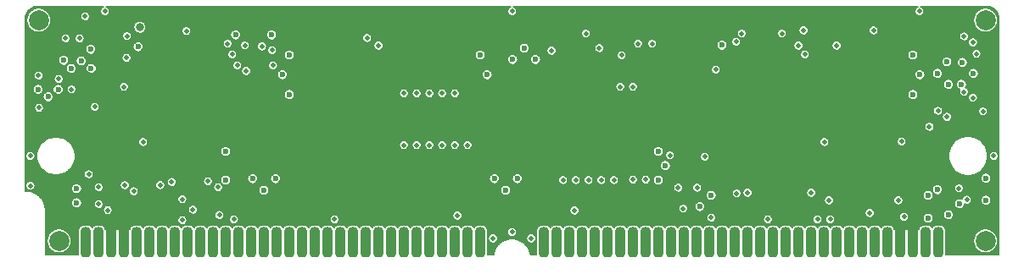
<source format=gbl>
G04 #@! TF.GenerationSoftware,KiCad,Pcbnew,(5.1.10-1-10_14)*
G04 #@! TF.CreationDate,2021-07-01T19:13:49-04:00*
G04 #@! TF.ProjectId,MacIIfxRAMSIMM,4d616349-4966-4785-9241-4d53494d4d2e,rev?*
G04 #@! TF.SameCoordinates,Original*
G04 #@! TF.FileFunction,Copper,L4,Bot*
G04 #@! TF.FilePolarity,Positive*
%FSLAX46Y46*%
G04 Gerber Fmt 4.6, Leading zero omitted, Abs format (unit mm)*
G04 Created by KiCad (PCBNEW (5.1.10-1-10_14)) date 2021-07-01 19:13:49*
%MOMM*%
%LPD*%
G01*
G04 APERTURE LIST*
G04 #@! TA.AperFunction,ComponentPad*
%ADD10C,2.000000*%
G04 #@! TD*
G04 #@! TA.AperFunction,ViaPad*
%ADD11C,0.600000*%
G04 #@! TD*
G04 #@! TA.AperFunction,ViaPad*
%ADD12C,0.500000*%
G04 #@! TD*
G04 #@! TA.AperFunction,ViaPad*
%ADD13C,0.508000*%
G04 #@! TD*
G04 #@! TA.AperFunction,ViaPad*
%ADD14C,0.800000*%
G04 #@! TD*
G04 #@! TA.AperFunction,Conductor*
%ADD15C,0.800000*%
G04 #@! TD*
G04 #@! TA.AperFunction,Conductor*
%ADD16C,0.154000*%
G04 #@! TD*
G04 #@! TA.AperFunction,Conductor*
%ADD17C,0.100000*%
G04 #@! TD*
G04 APERTURE END LIST*
D10*
X73406000Y-103886000D03*
X75438000Y-125984000D03*
X167894000Y-125984000D03*
X167894000Y-103886000D03*
G04 #@! TA.AperFunction,ComponentPad*
G36*
G01*
X77584300Y-127218440D02*
X77584300Y-125003560D01*
G75*
G02*
X78000860Y-124587000I416560J0D01*
G01*
X78209140Y-124587000D01*
G75*
G02*
X78625700Y-125003560I0J-416560D01*
G01*
X78625700Y-127218440D01*
G75*
G02*
X78209140Y-127635000I-416560J0D01*
G01*
X78000860Y-127635000D01*
G75*
G02*
X77584300Y-127218440I0J416560D01*
G01*
G37*
G04 #@! TD.AperFunction*
G04 #@! TA.AperFunction,ComponentPad*
G36*
G01*
X78854300Y-127218440D02*
X78854300Y-125003560D01*
G75*
G02*
X79270860Y-124587000I416560J0D01*
G01*
X79479140Y-124587000D01*
G75*
G02*
X79895700Y-125003560I0J-416560D01*
G01*
X79895700Y-127218440D01*
G75*
G02*
X79479140Y-127635000I-416560J0D01*
G01*
X79270860Y-127635000D01*
G75*
G02*
X78854300Y-127218440I0J416560D01*
G01*
G37*
G04 #@! TD.AperFunction*
G04 #@! TA.AperFunction,ComponentPad*
G36*
G01*
X80124300Y-127218440D02*
X80124300Y-125003560D01*
G75*
G02*
X80540860Y-124587000I416560J0D01*
G01*
X80749140Y-124587000D01*
G75*
G02*
X81165700Y-125003560I0J-416560D01*
G01*
X81165700Y-127218440D01*
G75*
G02*
X80749140Y-127635000I-416560J0D01*
G01*
X80540860Y-127635000D01*
G75*
G02*
X80124300Y-127218440I0J416560D01*
G01*
G37*
G04 #@! TD.AperFunction*
G04 #@! TA.AperFunction,ComponentPad*
G36*
G01*
X81394300Y-127218440D02*
X81394300Y-125003560D01*
G75*
G02*
X81810860Y-124587000I416560J0D01*
G01*
X82019140Y-124587000D01*
G75*
G02*
X82435700Y-125003560I0J-416560D01*
G01*
X82435700Y-127218440D01*
G75*
G02*
X82019140Y-127635000I-416560J0D01*
G01*
X81810860Y-127635000D01*
G75*
G02*
X81394300Y-127218440I0J416560D01*
G01*
G37*
G04 #@! TD.AperFunction*
G04 #@! TA.AperFunction,ComponentPad*
G36*
G01*
X82664300Y-127218440D02*
X82664300Y-125003560D01*
G75*
G02*
X83080860Y-124587000I416560J0D01*
G01*
X83289140Y-124587000D01*
G75*
G02*
X83705700Y-125003560I0J-416560D01*
G01*
X83705700Y-127218440D01*
G75*
G02*
X83289140Y-127635000I-416560J0D01*
G01*
X83080860Y-127635000D01*
G75*
G02*
X82664300Y-127218440I0J416560D01*
G01*
G37*
G04 #@! TD.AperFunction*
G04 #@! TA.AperFunction,ComponentPad*
G36*
G01*
X83934300Y-127218440D02*
X83934300Y-125003560D01*
G75*
G02*
X84350860Y-124587000I416560J0D01*
G01*
X84559140Y-124587000D01*
G75*
G02*
X84975700Y-125003560I0J-416560D01*
G01*
X84975700Y-127218440D01*
G75*
G02*
X84559140Y-127635000I-416560J0D01*
G01*
X84350860Y-127635000D01*
G75*
G02*
X83934300Y-127218440I0J416560D01*
G01*
G37*
G04 #@! TD.AperFunction*
G04 #@! TA.AperFunction,ComponentPad*
G36*
G01*
X85204300Y-127218440D02*
X85204300Y-125003560D01*
G75*
G02*
X85620860Y-124587000I416560J0D01*
G01*
X85829140Y-124587000D01*
G75*
G02*
X86245700Y-125003560I0J-416560D01*
G01*
X86245700Y-127218440D01*
G75*
G02*
X85829140Y-127635000I-416560J0D01*
G01*
X85620860Y-127635000D01*
G75*
G02*
X85204300Y-127218440I0J416560D01*
G01*
G37*
G04 #@! TD.AperFunction*
G04 #@! TA.AperFunction,ComponentPad*
G36*
G01*
X86474300Y-127218440D02*
X86474300Y-125003560D01*
G75*
G02*
X86890860Y-124587000I416560J0D01*
G01*
X87099140Y-124587000D01*
G75*
G02*
X87515700Y-125003560I0J-416560D01*
G01*
X87515700Y-127218440D01*
G75*
G02*
X87099140Y-127635000I-416560J0D01*
G01*
X86890860Y-127635000D01*
G75*
G02*
X86474300Y-127218440I0J416560D01*
G01*
G37*
G04 #@! TD.AperFunction*
G04 #@! TA.AperFunction,ComponentPad*
G36*
G01*
X87744300Y-127218440D02*
X87744300Y-125003560D01*
G75*
G02*
X88160860Y-124587000I416560J0D01*
G01*
X88369140Y-124587000D01*
G75*
G02*
X88785700Y-125003560I0J-416560D01*
G01*
X88785700Y-127218440D01*
G75*
G02*
X88369140Y-127635000I-416560J0D01*
G01*
X88160860Y-127635000D01*
G75*
G02*
X87744300Y-127218440I0J416560D01*
G01*
G37*
G04 #@! TD.AperFunction*
G04 #@! TA.AperFunction,ComponentPad*
G36*
G01*
X89014300Y-127218440D02*
X89014300Y-125003560D01*
G75*
G02*
X89430860Y-124587000I416560J0D01*
G01*
X89639140Y-124587000D01*
G75*
G02*
X90055700Y-125003560I0J-416560D01*
G01*
X90055700Y-127218440D01*
G75*
G02*
X89639140Y-127635000I-416560J0D01*
G01*
X89430860Y-127635000D01*
G75*
G02*
X89014300Y-127218440I0J416560D01*
G01*
G37*
G04 #@! TD.AperFunction*
G04 #@! TA.AperFunction,ComponentPad*
G36*
G01*
X90284300Y-127218440D02*
X90284300Y-125003560D01*
G75*
G02*
X90700860Y-124587000I416560J0D01*
G01*
X90909140Y-124587000D01*
G75*
G02*
X91325700Y-125003560I0J-416560D01*
G01*
X91325700Y-127218440D01*
G75*
G02*
X90909140Y-127635000I-416560J0D01*
G01*
X90700860Y-127635000D01*
G75*
G02*
X90284300Y-127218440I0J416560D01*
G01*
G37*
G04 #@! TD.AperFunction*
G04 #@! TA.AperFunction,ComponentPad*
G36*
G01*
X91554300Y-127218440D02*
X91554300Y-125003560D01*
G75*
G02*
X91970860Y-124587000I416560J0D01*
G01*
X92179140Y-124587000D01*
G75*
G02*
X92595700Y-125003560I0J-416560D01*
G01*
X92595700Y-127218440D01*
G75*
G02*
X92179140Y-127635000I-416560J0D01*
G01*
X91970860Y-127635000D01*
G75*
G02*
X91554300Y-127218440I0J416560D01*
G01*
G37*
G04 #@! TD.AperFunction*
G04 #@! TA.AperFunction,ComponentPad*
G36*
G01*
X92824300Y-127218440D02*
X92824300Y-125003560D01*
G75*
G02*
X93240860Y-124587000I416560J0D01*
G01*
X93449140Y-124587000D01*
G75*
G02*
X93865700Y-125003560I0J-416560D01*
G01*
X93865700Y-127218440D01*
G75*
G02*
X93449140Y-127635000I-416560J0D01*
G01*
X93240860Y-127635000D01*
G75*
G02*
X92824300Y-127218440I0J416560D01*
G01*
G37*
G04 #@! TD.AperFunction*
G04 #@! TA.AperFunction,ComponentPad*
G36*
G01*
X94094300Y-127218440D02*
X94094300Y-125003560D01*
G75*
G02*
X94510860Y-124587000I416560J0D01*
G01*
X94719140Y-124587000D01*
G75*
G02*
X95135700Y-125003560I0J-416560D01*
G01*
X95135700Y-127218440D01*
G75*
G02*
X94719140Y-127635000I-416560J0D01*
G01*
X94510860Y-127635000D01*
G75*
G02*
X94094300Y-127218440I0J416560D01*
G01*
G37*
G04 #@! TD.AperFunction*
G04 #@! TA.AperFunction,ComponentPad*
G36*
G01*
X95364300Y-127218440D02*
X95364300Y-125003560D01*
G75*
G02*
X95780860Y-124587000I416560J0D01*
G01*
X95989140Y-124587000D01*
G75*
G02*
X96405700Y-125003560I0J-416560D01*
G01*
X96405700Y-127218440D01*
G75*
G02*
X95989140Y-127635000I-416560J0D01*
G01*
X95780860Y-127635000D01*
G75*
G02*
X95364300Y-127218440I0J416560D01*
G01*
G37*
G04 #@! TD.AperFunction*
G04 #@! TA.AperFunction,ComponentPad*
G36*
G01*
X96634300Y-127218440D02*
X96634300Y-125003560D01*
G75*
G02*
X97050860Y-124587000I416560J0D01*
G01*
X97259140Y-124587000D01*
G75*
G02*
X97675700Y-125003560I0J-416560D01*
G01*
X97675700Y-127218440D01*
G75*
G02*
X97259140Y-127635000I-416560J0D01*
G01*
X97050860Y-127635000D01*
G75*
G02*
X96634300Y-127218440I0J416560D01*
G01*
G37*
G04 #@! TD.AperFunction*
G04 #@! TA.AperFunction,ComponentPad*
G36*
G01*
X97904300Y-127218440D02*
X97904300Y-125003560D01*
G75*
G02*
X98320860Y-124587000I416560J0D01*
G01*
X98529140Y-124587000D01*
G75*
G02*
X98945700Y-125003560I0J-416560D01*
G01*
X98945700Y-127218440D01*
G75*
G02*
X98529140Y-127635000I-416560J0D01*
G01*
X98320860Y-127635000D01*
G75*
G02*
X97904300Y-127218440I0J416560D01*
G01*
G37*
G04 #@! TD.AperFunction*
G04 #@! TA.AperFunction,ComponentPad*
G36*
G01*
X99174300Y-127218440D02*
X99174300Y-125003560D01*
G75*
G02*
X99590860Y-124587000I416560J0D01*
G01*
X99799140Y-124587000D01*
G75*
G02*
X100215700Y-125003560I0J-416560D01*
G01*
X100215700Y-127218440D01*
G75*
G02*
X99799140Y-127635000I-416560J0D01*
G01*
X99590860Y-127635000D01*
G75*
G02*
X99174300Y-127218440I0J416560D01*
G01*
G37*
G04 #@! TD.AperFunction*
G04 #@! TA.AperFunction,ComponentPad*
G36*
G01*
X100444300Y-127218440D02*
X100444300Y-125003560D01*
G75*
G02*
X100860860Y-124587000I416560J0D01*
G01*
X101069140Y-124587000D01*
G75*
G02*
X101485700Y-125003560I0J-416560D01*
G01*
X101485700Y-127218440D01*
G75*
G02*
X101069140Y-127635000I-416560J0D01*
G01*
X100860860Y-127635000D01*
G75*
G02*
X100444300Y-127218440I0J416560D01*
G01*
G37*
G04 #@! TD.AperFunction*
G04 #@! TA.AperFunction,ComponentPad*
G36*
G01*
X101714300Y-127218440D02*
X101714300Y-125003560D01*
G75*
G02*
X102130860Y-124587000I416560J0D01*
G01*
X102339140Y-124587000D01*
G75*
G02*
X102755700Y-125003560I0J-416560D01*
G01*
X102755700Y-127218440D01*
G75*
G02*
X102339140Y-127635000I-416560J0D01*
G01*
X102130860Y-127635000D01*
G75*
G02*
X101714300Y-127218440I0J416560D01*
G01*
G37*
G04 #@! TD.AperFunction*
G04 #@! TA.AperFunction,ComponentPad*
G36*
G01*
X102984300Y-127218440D02*
X102984300Y-125003560D01*
G75*
G02*
X103400860Y-124587000I416560J0D01*
G01*
X103609140Y-124587000D01*
G75*
G02*
X104025700Y-125003560I0J-416560D01*
G01*
X104025700Y-127218440D01*
G75*
G02*
X103609140Y-127635000I-416560J0D01*
G01*
X103400860Y-127635000D01*
G75*
G02*
X102984300Y-127218440I0J416560D01*
G01*
G37*
G04 #@! TD.AperFunction*
G04 #@! TA.AperFunction,ComponentPad*
G36*
G01*
X104254300Y-127218440D02*
X104254300Y-125003560D01*
G75*
G02*
X104670860Y-124587000I416560J0D01*
G01*
X104879140Y-124587000D01*
G75*
G02*
X105295700Y-125003560I0J-416560D01*
G01*
X105295700Y-127218440D01*
G75*
G02*
X104879140Y-127635000I-416560J0D01*
G01*
X104670860Y-127635000D01*
G75*
G02*
X104254300Y-127218440I0J416560D01*
G01*
G37*
G04 #@! TD.AperFunction*
G04 #@! TA.AperFunction,ComponentPad*
G36*
G01*
X105524300Y-127218440D02*
X105524300Y-125003560D01*
G75*
G02*
X105940860Y-124587000I416560J0D01*
G01*
X106149140Y-124587000D01*
G75*
G02*
X106565700Y-125003560I0J-416560D01*
G01*
X106565700Y-127218440D01*
G75*
G02*
X106149140Y-127635000I-416560J0D01*
G01*
X105940860Y-127635000D01*
G75*
G02*
X105524300Y-127218440I0J416560D01*
G01*
G37*
G04 #@! TD.AperFunction*
G04 #@! TA.AperFunction,ComponentPad*
G36*
G01*
X106794300Y-127218440D02*
X106794300Y-125003560D01*
G75*
G02*
X107210860Y-124587000I416560J0D01*
G01*
X107419140Y-124587000D01*
G75*
G02*
X107835700Y-125003560I0J-416560D01*
G01*
X107835700Y-127218440D01*
G75*
G02*
X107419140Y-127635000I-416560J0D01*
G01*
X107210860Y-127635000D01*
G75*
G02*
X106794300Y-127218440I0J416560D01*
G01*
G37*
G04 #@! TD.AperFunction*
G04 #@! TA.AperFunction,ComponentPad*
G36*
G01*
X108064300Y-127218440D02*
X108064300Y-125003560D01*
G75*
G02*
X108480860Y-124587000I416560J0D01*
G01*
X108689140Y-124587000D01*
G75*
G02*
X109105700Y-125003560I0J-416560D01*
G01*
X109105700Y-127218440D01*
G75*
G02*
X108689140Y-127635000I-416560J0D01*
G01*
X108480860Y-127635000D01*
G75*
G02*
X108064300Y-127218440I0J416560D01*
G01*
G37*
G04 #@! TD.AperFunction*
G04 #@! TA.AperFunction,ComponentPad*
G36*
G01*
X109334300Y-127218440D02*
X109334300Y-125003560D01*
G75*
G02*
X109750860Y-124587000I416560J0D01*
G01*
X109959140Y-124587000D01*
G75*
G02*
X110375700Y-125003560I0J-416560D01*
G01*
X110375700Y-127218440D01*
G75*
G02*
X109959140Y-127635000I-416560J0D01*
G01*
X109750860Y-127635000D01*
G75*
G02*
X109334300Y-127218440I0J416560D01*
G01*
G37*
G04 #@! TD.AperFunction*
G04 #@! TA.AperFunction,ComponentPad*
G36*
G01*
X110604300Y-127218440D02*
X110604300Y-125003560D01*
G75*
G02*
X111020860Y-124587000I416560J0D01*
G01*
X111229140Y-124587000D01*
G75*
G02*
X111645700Y-125003560I0J-416560D01*
G01*
X111645700Y-127218440D01*
G75*
G02*
X111229140Y-127635000I-416560J0D01*
G01*
X111020860Y-127635000D01*
G75*
G02*
X110604300Y-127218440I0J416560D01*
G01*
G37*
G04 #@! TD.AperFunction*
G04 #@! TA.AperFunction,ComponentPad*
G36*
G01*
X111874300Y-127218440D02*
X111874300Y-125003560D01*
G75*
G02*
X112290860Y-124587000I416560J0D01*
G01*
X112499140Y-124587000D01*
G75*
G02*
X112915700Y-125003560I0J-416560D01*
G01*
X112915700Y-127218440D01*
G75*
G02*
X112499140Y-127635000I-416560J0D01*
G01*
X112290860Y-127635000D01*
G75*
G02*
X111874300Y-127218440I0J416560D01*
G01*
G37*
G04 #@! TD.AperFunction*
G04 #@! TA.AperFunction,ComponentPad*
G36*
G01*
X113144300Y-127218440D02*
X113144300Y-125003560D01*
G75*
G02*
X113560860Y-124587000I416560J0D01*
G01*
X113769140Y-124587000D01*
G75*
G02*
X114185700Y-125003560I0J-416560D01*
G01*
X114185700Y-127218440D01*
G75*
G02*
X113769140Y-127635000I-416560J0D01*
G01*
X113560860Y-127635000D01*
G75*
G02*
X113144300Y-127218440I0J416560D01*
G01*
G37*
G04 #@! TD.AperFunction*
G04 #@! TA.AperFunction,ComponentPad*
G36*
G01*
X114414300Y-127218440D02*
X114414300Y-125003560D01*
G75*
G02*
X114830860Y-124587000I416560J0D01*
G01*
X115039140Y-124587000D01*
G75*
G02*
X115455700Y-125003560I0J-416560D01*
G01*
X115455700Y-127218440D01*
G75*
G02*
X115039140Y-127635000I-416560J0D01*
G01*
X114830860Y-127635000D01*
G75*
G02*
X114414300Y-127218440I0J416560D01*
G01*
G37*
G04 #@! TD.AperFunction*
G04 #@! TA.AperFunction,ComponentPad*
G36*
G01*
X115684300Y-127218440D02*
X115684300Y-125003560D01*
G75*
G02*
X116100860Y-124587000I416560J0D01*
G01*
X116309140Y-124587000D01*
G75*
G02*
X116725700Y-125003560I0J-416560D01*
G01*
X116725700Y-127218440D01*
G75*
G02*
X116309140Y-127635000I-416560J0D01*
G01*
X116100860Y-127635000D01*
G75*
G02*
X115684300Y-127218440I0J416560D01*
G01*
G37*
G04 #@! TD.AperFunction*
G04 #@! TA.AperFunction,ComponentPad*
G36*
G01*
X116954300Y-127218440D02*
X116954300Y-125003560D01*
G75*
G02*
X117370860Y-124587000I416560J0D01*
G01*
X117579140Y-124587000D01*
G75*
G02*
X117995700Y-125003560I0J-416560D01*
G01*
X117995700Y-127218440D01*
G75*
G02*
X117579140Y-127635000I-416560J0D01*
G01*
X117370860Y-127635000D01*
G75*
G02*
X116954300Y-127218440I0J416560D01*
G01*
G37*
G04 #@! TD.AperFunction*
G04 #@! TA.AperFunction,ComponentPad*
G36*
G01*
X123304300Y-127218440D02*
X123304300Y-125003560D01*
G75*
G02*
X123720860Y-124587000I416560J0D01*
G01*
X123929140Y-124587000D01*
G75*
G02*
X124345700Y-125003560I0J-416560D01*
G01*
X124345700Y-127218440D01*
G75*
G02*
X123929140Y-127635000I-416560J0D01*
G01*
X123720860Y-127635000D01*
G75*
G02*
X123304300Y-127218440I0J416560D01*
G01*
G37*
G04 #@! TD.AperFunction*
G04 #@! TA.AperFunction,ComponentPad*
G36*
G01*
X124574300Y-127218440D02*
X124574300Y-125003560D01*
G75*
G02*
X124990860Y-124587000I416560J0D01*
G01*
X125199140Y-124587000D01*
G75*
G02*
X125615700Y-125003560I0J-416560D01*
G01*
X125615700Y-127218440D01*
G75*
G02*
X125199140Y-127635000I-416560J0D01*
G01*
X124990860Y-127635000D01*
G75*
G02*
X124574300Y-127218440I0J416560D01*
G01*
G37*
G04 #@! TD.AperFunction*
G04 #@! TA.AperFunction,ComponentPad*
G36*
G01*
X125844300Y-127218440D02*
X125844300Y-125003560D01*
G75*
G02*
X126260860Y-124587000I416560J0D01*
G01*
X126469140Y-124587000D01*
G75*
G02*
X126885700Y-125003560I0J-416560D01*
G01*
X126885700Y-127218440D01*
G75*
G02*
X126469140Y-127635000I-416560J0D01*
G01*
X126260860Y-127635000D01*
G75*
G02*
X125844300Y-127218440I0J416560D01*
G01*
G37*
G04 #@! TD.AperFunction*
G04 #@! TA.AperFunction,ComponentPad*
G36*
G01*
X127114300Y-127218440D02*
X127114300Y-125003560D01*
G75*
G02*
X127530860Y-124587000I416560J0D01*
G01*
X127739140Y-124587000D01*
G75*
G02*
X128155700Y-125003560I0J-416560D01*
G01*
X128155700Y-127218440D01*
G75*
G02*
X127739140Y-127635000I-416560J0D01*
G01*
X127530860Y-127635000D01*
G75*
G02*
X127114300Y-127218440I0J416560D01*
G01*
G37*
G04 #@! TD.AperFunction*
G04 #@! TA.AperFunction,ComponentPad*
G36*
G01*
X128384300Y-127218440D02*
X128384300Y-125003560D01*
G75*
G02*
X128800860Y-124587000I416560J0D01*
G01*
X129009140Y-124587000D01*
G75*
G02*
X129425700Y-125003560I0J-416560D01*
G01*
X129425700Y-127218440D01*
G75*
G02*
X129009140Y-127635000I-416560J0D01*
G01*
X128800860Y-127635000D01*
G75*
G02*
X128384300Y-127218440I0J416560D01*
G01*
G37*
G04 #@! TD.AperFunction*
G04 #@! TA.AperFunction,ComponentPad*
G36*
G01*
X129654300Y-127218440D02*
X129654300Y-125003560D01*
G75*
G02*
X130070860Y-124587000I416560J0D01*
G01*
X130279140Y-124587000D01*
G75*
G02*
X130695700Y-125003560I0J-416560D01*
G01*
X130695700Y-127218440D01*
G75*
G02*
X130279140Y-127635000I-416560J0D01*
G01*
X130070860Y-127635000D01*
G75*
G02*
X129654300Y-127218440I0J416560D01*
G01*
G37*
G04 #@! TD.AperFunction*
G04 #@! TA.AperFunction,ComponentPad*
G36*
G01*
X130924300Y-127218440D02*
X130924300Y-125003560D01*
G75*
G02*
X131340860Y-124587000I416560J0D01*
G01*
X131549140Y-124587000D01*
G75*
G02*
X131965700Y-125003560I0J-416560D01*
G01*
X131965700Y-127218440D01*
G75*
G02*
X131549140Y-127635000I-416560J0D01*
G01*
X131340860Y-127635000D01*
G75*
G02*
X130924300Y-127218440I0J416560D01*
G01*
G37*
G04 #@! TD.AperFunction*
G04 #@! TA.AperFunction,ComponentPad*
G36*
G01*
X132194300Y-127218440D02*
X132194300Y-125003560D01*
G75*
G02*
X132610860Y-124587000I416560J0D01*
G01*
X132819140Y-124587000D01*
G75*
G02*
X133235700Y-125003560I0J-416560D01*
G01*
X133235700Y-127218440D01*
G75*
G02*
X132819140Y-127635000I-416560J0D01*
G01*
X132610860Y-127635000D01*
G75*
G02*
X132194300Y-127218440I0J416560D01*
G01*
G37*
G04 #@! TD.AperFunction*
G04 #@! TA.AperFunction,ComponentPad*
G36*
G01*
X133464300Y-127218440D02*
X133464300Y-125003560D01*
G75*
G02*
X133880860Y-124587000I416560J0D01*
G01*
X134089140Y-124587000D01*
G75*
G02*
X134505700Y-125003560I0J-416560D01*
G01*
X134505700Y-127218440D01*
G75*
G02*
X134089140Y-127635000I-416560J0D01*
G01*
X133880860Y-127635000D01*
G75*
G02*
X133464300Y-127218440I0J416560D01*
G01*
G37*
G04 #@! TD.AperFunction*
G04 #@! TA.AperFunction,ComponentPad*
G36*
G01*
X134734300Y-127218440D02*
X134734300Y-125003560D01*
G75*
G02*
X135150860Y-124587000I416560J0D01*
G01*
X135359140Y-124587000D01*
G75*
G02*
X135775700Y-125003560I0J-416560D01*
G01*
X135775700Y-127218440D01*
G75*
G02*
X135359140Y-127635000I-416560J0D01*
G01*
X135150860Y-127635000D01*
G75*
G02*
X134734300Y-127218440I0J416560D01*
G01*
G37*
G04 #@! TD.AperFunction*
G04 #@! TA.AperFunction,ComponentPad*
G36*
G01*
X136004300Y-127218440D02*
X136004300Y-125003560D01*
G75*
G02*
X136420860Y-124587000I416560J0D01*
G01*
X136629140Y-124587000D01*
G75*
G02*
X137045700Y-125003560I0J-416560D01*
G01*
X137045700Y-127218440D01*
G75*
G02*
X136629140Y-127635000I-416560J0D01*
G01*
X136420860Y-127635000D01*
G75*
G02*
X136004300Y-127218440I0J416560D01*
G01*
G37*
G04 #@! TD.AperFunction*
G04 #@! TA.AperFunction,ComponentPad*
G36*
G01*
X137274300Y-127218440D02*
X137274300Y-125003560D01*
G75*
G02*
X137690860Y-124587000I416560J0D01*
G01*
X137899140Y-124587000D01*
G75*
G02*
X138315700Y-125003560I0J-416560D01*
G01*
X138315700Y-127218440D01*
G75*
G02*
X137899140Y-127635000I-416560J0D01*
G01*
X137690860Y-127635000D01*
G75*
G02*
X137274300Y-127218440I0J416560D01*
G01*
G37*
G04 #@! TD.AperFunction*
G04 #@! TA.AperFunction,ComponentPad*
G36*
G01*
X138544300Y-127218440D02*
X138544300Y-125003560D01*
G75*
G02*
X138960860Y-124587000I416560J0D01*
G01*
X139169140Y-124587000D01*
G75*
G02*
X139585700Y-125003560I0J-416560D01*
G01*
X139585700Y-127218440D01*
G75*
G02*
X139169140Y-127635000I-416560J0D01*
G01*
X138960860Y-127635000D01*
G75*
G02*
X138544300Y-127218440I0J416560D01*
G01*
G37*
G04 #@! TD.AperFunction*
G04 #@! TA.AperFunction,ComponentPad*
G36*
G01*
X139814300Y-127218440D02*
X139814300Y-125003560D01*
G75*
G02*
X140230860Y-124587000I416560J0D01*
G01*
X140439140Y-124587000D01*
G75*
G02*
X140855700Y-125003560I0J-416560D01*
G01*
X140855700Y-127218440D01*
G75*
G02*
X140439140Y-127635000I-416560J0D01*
G01*
X140230860Y-127635000D01*
G75*
G02*
X139814300Y-127218440I0J416560D01*
G01*
G37*
G04 #@! TD.AperFunction*
G04 #@! TA.AperFunction,ComponentPad*
G36*
G01*
X141084300Y-127218440D02*
X141084300Y-125003560D01*
G75*
G02*
X141500860Y-124587000I416560J0D01*
G01*
X141709140Y-124587000D01*
G75*
G02*
X142125700Y-125003560I0J-416560D01*
G01*
X142125700Y-127218440D01*
G75*
G02*
X141709140Y-127635000I-416560J0D01*
G01*
X141500860Y-127635000D01*
G75*
G02*
X141084300Y-127218440I0J416560D01*
G01*
G37*
G04 #@! TD.AperFunction*
G04 #@! TA.AperFunction,ComponentPad*
G36*
G01*
X142354300Y-127218440D02*
X142354300Y-125003560D01*
G75*
G02*
X142770860Y-124587000I416560J0D01*
G01*
X142979140Y-124587000D01*
G75*
G02*
X143395700Y-125003560I0J-416560D01*
G01*
X143395700Y-127218440D01*
G75*
G02*
X142979140Y-127635000I-416560J0D01*
G01*
X142770860Y-127635000D01*
G75*
G02*
X142354300Y-127218440I0J416560D01*
G01*
G37*
G04 #@! TD.AperFunction*
G04 #@! TA.AperFunction,ComponentPad*
G36*
G01*
X143624300Y-127218440D02*
X143624300Y-125003560D01*
G75*
G02*
X144040860Y-124587000I416560J0D01*
G01*
X144249140Y-124587000D01*
G75*
G02*
X144665700Y-125003560I0J-416560D01*
G01*
X144665700Y-127218440D01*
G75*
G02*
X144249140Y-127635000I-416560J0D01*
G01*
X144040860Y-127635000D01*
G75*
G02*
X143624300Y-127218440I0J416560D01*
G01*
G37*
G04 #@! TD.AperFunction*
G04 #@! TA.AperFunction,ComponentPad*
G36*
G01*
X144894300Y-127218440D02*
X144894300Y-125003560D01*
G75*
G02*
X145310860Y-124587000I416560J0D01*
G01*
X145519140Y-124587000D01*
G75*
G02*
X145935700Y-125003560I0J-416560D01*
G01*
X145935700Y-127218440D01*
G75*
G02*
X145519140Y-127635000I-416560J0D01*
G01*
X145310860Y-127635000D01*
G75*
G02*
X144894300Y-127218440I0J416560D01*
G01*
G37*
G04 #@! TD.AperFunction*
G04 #@! TA.AperFunction,ComponentPad*
G36*
G01*
X146164300Y-127218440D02*
X146164300Y-125003560D01*
G75*
G02*
X146580860Y-124587000I416560J0D01*
G01*
X146789140Y-124587000D01*
G75*
G02*
X147205700Y-125003560I0J-416560D01*
G01*
X147205700Y-127218440D01*
G75*
G02*
X146789140Y-127635000I-416560J0D01*
G01*
X146580860Y-127635000D01*
G75*
G02*
X146164300Y-127218440I0J416560D01*
G01*
G37*
G04 #@! TD.AperFunction*
G04 #@! TA.AperFunction,ComponentPad*
G36*
G01*
X147434300Y-127218440D02*
X147434300Y-125003560D01*
G75*
G02*
X147850860Y-124587000I416560J0D01*
G01*
X148059140Y-124587000D01*
G75*
G02*
X148475700Y-125003560I0J-416560D01*
G01*
X148475700Y-127218440D01*
G75*
G02*
X148059140Y-127635000I-416560J0D01*
G01*
X147850860Y-127635000D01*
G75*
G02*
X147434300Y-127218440I0J416560D01*
G01*
G37*
G04 #@! TD.AperFunction*
G04 #@! TA.AperFunction,ComponentPad*
G36*
G01*
X148704300Y-127218440D02*
X148704300Y-125003560D01*
G75*
G02*
X149120860Y-124587000I416560J0D01*
G01*
X149329140Y-124587000D01*
G75*
G02*
X149745700Y-125003560I0J-416560D01*
G01*
X149745700Y-127218440D01*
G75*
G02*
X149329140Y-127635000I-416560J0D01*
G01*
X149120860Y-127635000D01*
G75*
G02*
X148704300Y-127218440I0J416560D01*
G01*
G37*
G04 #@! TD.AperFunction*
G04 #@! TA.AperFunction,ComponentPad*
G36*
G01*
X149974300Y-127218440D02*
X149974300Y-125003560D01*
G75*
G02*
X150390860Y-124587000I416560J0D01*
G01*
X150599140Y-124587000D01*
G75*
G02*
X151015700Y-125003560I0J-416560D01*
G01*
X151015700Y-127218440D01*
G75*
G02*
X150599140Y-127635000I-416560J0D01*
G01*
X150390860Y-127635000D01*
G75*
G02*
X149974300Y-127218440I0J416560D01*
G01*
G37*
G04 #@! TD.AperFunction*
G04 #@! TA.AperFunction,ComponentPad*
G36*
G01*
X151244300Y-127218440D02*
X151244300Y-125003560D01*
G75*
G02*
X151660860Y-124587000I416560J0D01*
G01*
X151869140Y-124587000D01*
G75*
G02*
X152285700Y-125003560I0J-416560D01*
G01*
X152285700Y-127218440D01*
G75*
G02*
X151869140Y-127635000I-416560J0D01*
G01*
X151660860Y-127635000D01*
G75*
G02*
X151244300Y-127218440I0J416560D01*
G01*
G37*
G04 #@! TD.AperFunction*
G04 #@! TA.AperFunction,ComponentPad*
G36*
G01*
X152514300Y-127218440D02*
X152514300Y-125003560D01*
G75*
G02*
X152930860Y-124587000I416560J0D01*
G01*
X153139140Y-124587000D01*
G75*
G02*
X153555700Y-125003560I0J-416560D01*
G01*
X153555700Y-127218440D01*
G75*
G02*
X153139140Y-127635000I-416560J0D01*
G01*
X152930860Y-127635000D01*
G75*
G02*
X152514300Y-127218440I0J416560D01*
G01*
G37*
G04 #@! TD.AperFunction*
G04 #@! TA.AperFunction,ComponentPad*
G36*
G01*
X153784300Y-127218440D02*
X153784300Y-125003560D01*
G75*
G02*
X154200860Y-124587000I416560J0D01*
G01*
X154409140Y-124587000D01*
G75*
G02*
X154825700Y-125003560I0J-416560D01*
G01*
X154825700Y-127218440D01*
G75*
G02*
X154409140Y-127635000I-416560J0D01*
G01*
X154200860Y-127635000D01*
G75*
G02*
X153784300Y-127218440I0J416560D01*
G01*
G37*
G04 #@! TD.AperFunction*
G04 #@! TA.AperFunction,ComponentPad*
G36*
G01*
X155054300Y-127218440D02*
X155054300Y-125003560D01*
G75*
G02*
X155470860Y-124587000I416560J0D01*
G01*
X155679140Y-124587000D01*
G75*
G02*
X156095700Y-125003560I0J-416560D01*
G01*
X156095700Y-127218440D01*
G75*
G02*
X155679140Y-127635000I-416560J0D01*
G01*
X155470860Y-127635000D01*
G75*
G02*
X155054300Y-127218440I0J416560D01*
G01*
G37*
G04 #@! TD.AperFunction*
G04 #@! TA.AperFunction,ComponentPad*
G36*
G01*
X156324300Y-127218440D02*
X156324300Y-125003560D01*
G75*
G02*
X156740860Y-124587000I416560J0D01*
G01*
X156949140Y-124587000D01*
G75*
G02*
X157365700Y-125003560I0J-416560D01*
G01*
X157365700Y-127218440D01*
G75*
G02*
X156949140Y-127635000I-416560J0D01*
G01*
X156740860Y-127635000D01*
G75*
G02*
X156324300Y-127218440I0J416560D01*
G01*
G37*
G04 #@! TD.AperFunction*
G04 #@! TA.AperFunction,ComponentPad*
G36*
G01*
X157594300Y-127218440D02*
X157594300Y-125003560D01*
G75*
G02*
X158010860Y-124587000I416560J0D01*
G01*
X158219140Y-124587000D01*
G75*
G02*
X158635700Y-125003560I0J-416560D01*
G01*
X158635700Y-127218440D01*
G75*
G02*
X158219140Y-127635000I-416560J0D01*
G01*
X158010860Y-127635000D01*
G75*
G02*
X157594300Y-127218440I0J416560D01*
G01*
G37*
G04 #@! TD.AperFunction*
G04 #@! TA.AperFunction,ComponentPad*
G36*
G01*
X158864300Y-127218440D02*
X158864300Y-125003560D01*
G75*
G02*
X159280860Y-124587000I416560J0D01*
G01*
X159489140Y-124587000D01*
G75*
G02*
X159905700Y-125003560I0J-416560D01*
G01*
X159905700Y-127218440D01*
G75*
G02*
X159489140Y-127635000I-416560J0D01*
G01*
X159280860Y-127635000D01*
G75*
G02*
X158864300Y-127218440I0J416560D01*
G01*
G37*
G04 #@! TD.AperFunction*
G04 #@! TA.AperFunction,ComponentPad*
G36*
G01*
X160134300Y-127218440D02*
X160134300Y-125003560D01*
G75*
G02*
X160550860Y-124587000I416560J0D01*
G01*
X160759140Y-124587000D01*
G75*
G02*
X161175700Y-125003560I0J-416560D01*
G01*
X161175700Y-127218440D01*
G75*
G02*
X160759140Y-127635000I-416560J0D01*
G01*
X160550860Y-127635000D01*
G75*
G02*
X160134300Y-127218440I0J416560D01*
G01*
G37*
G04 #@! TD.AperFunction*
G04 #@! TA.AperFunction,ComponentPad*
G36*
G01*
X161404300Y-127218440D02*
X161404300Y-125003560D01*
G75*
G02*
X161820860Y-124587000I416560J0D01*
G01*
X162029140Y-124587000D01*
G75*
G02*
X162445700Y-125003560I0J-416560D01*
G01*
X162445700Y-127218440D01*
G75*
G02*
X162029140Y-127635000I-416560J0D01*
G01*
X161820860Y-127635000D01*
G75*
G02*
X161404300Y-127218440I0J416560D01*
G01*
G37*
G04 #@! TD.AperFunction*
G04 #@! TA.AperFunction,ComponentPad*
G36*
G01*
X162674300Y-127218440D02*
X162674300Y-125003560D01*
G75*
G02*
X163090860Y-124587000I416560J0D01*
G01*
X163299140Y-124587000D01*
G75*
G02*
X163715700Y-125003560I0J-416560D01*
G01*
X163715700Y-127218440D01*
G75*
G02*
X163299140Y-127635000I-416560J0D01*
G01*
X163090860Y-127635000D01*
G75*
G02*
X162674300Y-127218440I0J416560D01*
G01*
G37*
G04 #@! TD.AperFunction*
D11*
X123825000Y-107696000D03*
X123126500Y-109156500D03*
D12*
X123825000Y-110553500D03*
D11*
X120777000Y-109156500D03*
X121856500Y-110236000D03*
X80645000Y-107696000D03*
X80645000Y-110553500D03*
X143002000Y-122555000D03*
X159702500Y-122555000D03*
X160845500Y-123698000D03*
D12*
X86350000Y-121800000D03*
X86350000Y-123900000D03*
X141922500Y-123634500D03*
X79756000Y-106553000D03*
D11*
X79946500Y-109156500D03*
X167000000Y-124000000D03*
X167800000Y-122900000D03*
X166200000Y-122900000D03*
X160655000Y-116268500D03*
X161353500Y-118237000D03*
X160655000Y-120205500D03*
X160655000Y-121412000D03*
X140906500Y-118237000D03*
X141605000Y-120205500D03*
X117475000Y-120205500D03*
X120015000Y-117284500D03*
X121158000Y-118427500D03*
X118173500Y-118237000D03*
X98425000Y-116268500D03*
X98425000Y-120205500D03*
X97726500Y-118237000D03*
X94742000Y-118427500D03*
D12*
X150495000Y-121158000D03*
X162300000Y-114550000D03*
D13*
X72580500Y-117475000D03*
X72580500Y-120459500D03*
X168719500Y-117475000D03*
X120650000Y-125095000D03*
X118745000Y-125730000D03*
X122555000Y-125730000D03*
D11*
X141600000Y-106385000D03*
D12*
X140970000Y-108839000D03*
D11*
X120713500Y-107823000D03*
X121856500Y-106680000D03*
X135255000Y-117030500D03*
X135255000Y-119888000D03*
X135953500Y-118427500D03*
X92075000Y-117030500D03*
X92075000Y-119888000D03*
D12*
X82169000Y-107632500D03*
D11*
X83312000Y-106553000D03*
X139382500Y-122555000D03*
X162179000Y-123698000D03*
X162179000Y-121412000D03*
D12*
X91313000Y-120586500D03*
D13*
X85534500Y-120396000D03*
X86677500Y-120078500D03*
X102933500Y-123825000D03*
X92900500Y-123825000D03*
D12*
X90297000Y-120015000D03*
X87750000Y-121800000D03*
X87750000Y-123900000D03*
X88800000Y-122850000D03*
D11*
X77200000Y-120750000D03*
D12*
X79400000Y-120600000D03*
X82900000Y-121000000D03*
X82000000Y-120400000D03*
D11*
X140525500Y-121412000D03*
D12*
X140525500Y-123634500D03*
X137731500Y-122745500D03*
D11*
X75900000Y-107900000D03*
D12*
X76100000Y-105700000D03*
D11*
X75350000Y-110800000D03*
X73350000Y-110800000D03*
X74350000Y-111550000D03*
D12*
X79000000Y-112550000D03*
D11*
X165600000Y-108100000D03*
X165500000Y-110300000D03*
X166700000Y-109200000D03*
D12*
X163150000Y-112950000D03*
X164050000Y-113550000D03*
X166650000Y-106100000D03*
X165750000Y-105500000D03*
X143002000Y-106045000D03*
X80010000Y-102997000D03*
X82232500Y-105473500D03*
D13*
X91440000Y-123380500D03*
D12*
X143573500Y-105219500D03*
X161290000Y-102997000D03*
X93218000Y-108394500D03*
X94107000Y-108966000D03*
D11*
X93050000Y-105350000D03*
D12*
X94000000Y-106400000D03*
X167650000Y-113000000D03*
D11*
X164200000Y-123350000D03*
X165300000Y-122250000D03*
X167950000Y-121900000D03*
X167950000Y-119700000D03*
D12*
X167000000Y-107250000D03*
X156718000Y-104902000D03*
D13*
X152273000Y-121920000D03*
X159194500Y-121920000D03*
X152400000Y-123825000D03*
X159766000Y-123571000D03*
X151130000Y-123825000D03*
D12*
X126873000Y-122936000D03*
X124587000Y-106934000D03*
D11*
X122999500Y-107823000D03*
D12*
X147574000Y-105219500D03*
X131572000Y-107378500D03*
X129349500Y-106680000D03*
X133223000Y-106235500D03*
X128016000Y-105219500D03*
X125730000Y-119888000D03*
X127000000Y-119888000D03*
X128270000Y-119888000D03*
X129540000Y-119888000D03*
X130810000Y-119888000D03*
X115189000Y-123444000D03*
X156337000Y-123190000D03*
X146177000Y-123825000D03*
X120650000Y-102997000D03*
X134620000Y-106235500D03*
X149860000Y-107315000D03*
D11*
X117475000Y-107378500D03*
X118173500Y-109347000D03*
X98425000Y-107378500D03*
X97726500Y-109347000D03*
X98425000Y-111315500D03*
X160655000Y-107378500D03*
X161353500Y-109347000D03*
X160655000Y-111315500D03*
X121158000Y-119761000D03*
X118872000Y-119761000D03*
X120015000Y-120904000D03*
X94742000Y-119761000D03*
X97028000Y-119761000D03*
X95885000Y-120904000D03*
D12*
X159512000Y-116014500D03*
X151828500Y-116078000D03*
X153035000Y-106426000D03*
X132715000Y-119824500D03*
X109855000Y-116395500D03*
X111125000Y-116395500D03*
X112395000Y-116395500D03*
X113665000Y-116395500D03*
X114935000Y-116395500D03*
X116205000Y-116395500D03*
X109855000Y-111188500D03*
X111125000Y-111188500D03*
X88138000Y-104965500D03*
X107315000Y-106426000D03*
X112395000Y-111188500D03*
X113665000Y-111188500D03*
X114935000Y-111188500D03*
X79400000Y-122300000D03*
X80300000Y-122900000D03*
D11*
X77200000Y-122150000D03*
X77650000Y-107950000D03*
X78600000Y-106800000D03*
D12*
X77500000Y-105700000D03*
D11*
X78650000Y-108700000D03*
X76650000Y-108700000D03*
X164050000Y-108050000D03*
X164200000Y-110300000D03*
X163100000Y-109200000D03*
D12*
X166650000Y-111650000D03*
X165750000Y-111050000D03*
X96710500Y-106870500D03*
X95700000Y-106500000D03*
D11*
X96650000Y-105350000D03*
D14*
X83502500Y-104584500D03*
D11*
X163100000Y-120850000D03*
D12*
X165250000Y-120700000D03*
X166050000Y-121850000D03*
X133985000Y-119824500D03*
X149733000Y-104902000D03*
X106172000Y-105664000D03*
X132715000Y-110553500D03*
X137223500Y-120650000D03*
X131445000Y-110553500D03*
X136398000Y-117411500D03*
X76700000Y-110800000D03*
X83820000Y-116078000D03*
X81915000Y-110553500D03*
X75400000Y-109750000D03*
X73400000Y-109425000D03*
X78050000Y-103500000D03*
X139890500Y-117538500D03*
X144145000Y-121158000D03*
X143065500Y-121221500D03*
X139128500Y-120650000D03*
X73450000Y-112650000D03*
X78400000Y-119300000D03*
X92710000Y-107315000D03*
X149225000Y-106426000D03*
X96800000Y-108400000D03*
X92265500Y-106235500D03*
D15*
X80645000Y-125095000D02*
X80645000Y-124396500D01*
X81915000Y-125095000D02*
X81915000Y-124396500D01*
X160655000Y-123888500D02*
X160845500Y-123698000D01*
X160655000Y-125095000D02*
X160655000Y-123888500D01*
X159385000Y-125095000D02*
X159385000Y-124396500D01*
D16*
X79782161Y-102570744D02*
X79703381Y-102623383D01*
X79636383Y-102690381D01*
X79583744Y-102769161D01*
X79547485Y-102856698D01*
X79529000Y-102949626D01*
X79529000Y-103044374D01*
X79547485Y-103137302D01*
X79583744Y-103224839D01*
X79636383Y-103303619D01*
X79703381Y-103370617D01*
X79782161Y-103423256D01*
X79869698Y-103459515D01*
X79962626Y-103478000D01*
X80057374Y-103478000D01*
X80150302Y-103459515D01*
X80237839Y-103423256D01*
X80316619Y-103370617D01*
X80383617Y-103303619D01*
X80436256Y-103224839D01*
X80472515Y-103137302D01*
X80491000Y-103044374D01*
X80491000Y-102949626D01*
X80472515Y-102856698D01*
X80436256Y-102769161D01*
X80383617Y-102690381D01*
X80316619Y-102623383D01*
X80237839Y-102570744D01*
X80166031Y-102541000D01*
X120493969Y-102541000D01*
X120422161Y-102570744D01*
X120343381Y-102623383D01*
X120276383Y-102690381D01*
X120223744Y-102769161D01*
X120187485Y-102856698D01*
X120169000Y-102949626D01*
X120169000Y-103044374D01*
X120187485Y-103137302D01*
X120223744Y-103224839D01*
X120276383Y-103303619D01*
X120343381Y-103370617D01*
X120422161Y-103423256D01*
X120509698Y-103459515D01*
X120602626Y-103478000D01*
X120697374Y-103478000D01*
X120790302Y-103459515D01*
X120877839Y-103423256D01*
X120956619Y-103370617D01*
X121023617Y-103303619D01*
X121076256Y-103224839D01*
X121112515Y-103137302D01*
X121131000Y-103044374D01*
X121131000Y-102949626D01*
X121112515Y-102856698D01*
X121076256Y-102769161D01*
X121023617Y-102690381D01*
X120956619Y-102623383D01*
X120877839Y-102570744D01*
X120806031Y-102541000D01*
X161133969Y-102541000D01*
X161062161Y-102570744D01*
X160983381Y-102623383D01*
X160916383Y-102690381D01*
X160863744Y-102769161D01*
X160827485Y-102856698D01*
X160809000Y-102949626D01*
X160809000Y-103044374D01*
X160827485Y-103137302D01*
X160863744Y-103224839D01*
X160916383Y-103303619D01*
X160983381Y-103370617D01*
X161062161Y-103423256D01*
X161149698Y-103459515D01*
X161242626Y-103478000D01*
X161337374Y-103478000D01*
X161430302Y-103459515D01*
X161517839Y-103423256D01*
X161596619Y-103370617D01*
X161663617Y-103303619D01*
X161716256Y-103224839D01*
X161752515Y-103137302D01*
X161771000Y-103044374D01*
X161771000Y-102949626D01*
X161752515Y-102856698D01*
X161716256Y-102769161D01*
X161663617Y-102690381D01*
X161596619Y-102623383D01*
X161517839Y-102570744D01*
X161446031Y-102541000D01*
X168006030Y-102541000D01*
X168257293Y-102565636D01*
X168484586Y-102634261D01*
X168694219Y-102745724D01*
X168878213Y-102895785D01*
X169029552Y-103078725D01*
X169142477Y-103287577D01*
X169212685Y-103514381D01*
X169239001Y-103764757D01*
X169239000Y-127329000D01*
X163936928Y-127329000D01*
X163947817Y-127218440D01*
X163947817Y-125862757D01*
X166663000Y-125862757D01*
X166663000Y-126105243D01*
X166710307Y-126343069D01*
X166803102Y-126567097D01*
X166937820Y-126768717D01*
X167109283Y-126940180D01*
X167310903Y-127074898D01*
X167534931Y-127167693D01*
X167772757Y-127215000D01*
X168015243Y-127215000D01*
X168253069Y-127167693D01*
X168477097Y-127074898D01*
X168678717Y-126940180D01*
X168850180Y-126768717D01*
X168984898Y-126567097D01*
X169077693Y-126343069D01*
X169125000Y-126105243D01*
X169125000Y-125862757D01*
X169077693Y-125624931D01*
X168984898Y-125400903D01*
X168850180Y-125199283D01*
X168678717Y-125027820D01*
X168477097Y-124893102D01*
X168253069Y-124800307D01*
X168015243Y-124753000D01*
X167772757Y-124753000D01*
X167534931Y-124800307D01*
X167310903Y-124893102D01*
X167109283Y-125027820D01*
X166937820Y-125199283D01*
X166803102Y-125400903D01*
X166710307Y-125624931D01*
X166663000Y-125862757D01*
X163947817Y-125862757D01*
X163947817Y-125003560D01*
X163935353Y-124877009D01*
X163898439Y-124755322D01*
X163838495Y-124643174D01*
X163757824Y-124544876D01*
X163659526Y-124464205D01*
X163547378Y-124404261D01*
X163425691Y-124367347D01*
X163299140Y-124354883D01*
X163090860Y-124354883D01*
X162964309Y-124367347D01*
X162842622Y-124404261D01*
X162730474Y-124464205D01*
X162632176Y-124544876D01*
X162560000Y-124632823D01*
X162487824Y-124544876D01*
X162389526Y-124464205D01*
X162277378Y-124404261D01*
X162155691Y-124367347D01*
X162029140Y-124354883D01*
X161820860Y-124354883D01*
X161694309Y-124367347D01*
X161572622Y-124404261D01*
X161460474Y-124464205D01*
X161362176Y-124544876D01*
X161281505Y-124643174D01*
X161221561Y-124755322D01*
X161218929Y-124764000D01*
X158821071Y-124764000D01*
X158818439Y-124755322D01*
X158758495Y-124643174D01*
X158677824Y-124544876D01*
X158579526Y-124464205D01*
X158467378Y-124404261D01*
X158345691Y-124367347D01*
X158219140Y-124354883D01*
X158010860Y-124354883D01*
X157884309Y-124367347D01*
X157762622Y-124404261D01*
X157650474Y-124464205D01*
X157552176Y-124544876D01*
X157480000Y-124632823D01*
X157407824Y-124544876D01*
X157309526Y-124464205D01*
X157197378Y-124404261D01*
X157075691Y-124367347D01*
X156949140Y-124354883D01*
X156740860Y-124354883D01*
X156614309Y-124367347D01*
X156492622Y-124404261D01*
X156380474Y-124464205D01*
X156282176Y-124544876D01*
X156210000Y-124632823D01*
X156137824Y-124544876D01*
X156039526Y-124464205D01*
X155927378Y-124404261D01*
X155805691Y-124367347D01*
X155679140Y-124354883D01*
X155470860Y-124354883D01*
X155344309Y-124367347D01*
X155222622Y-124404261D01*
X155110474Y-124464205D01*
X155012176Y-124544876D01*
X154940000Y-124632823D01*
X154867824Y-124544876D01*
X154769526Y-124464205D01*
X154657378Y-124404261D01*
X154535691Y-124367347D01*
X154409140Y-124354883D01*
X154200860Y-124354883D01*
X154074309Y-124367347D01*
X153952622Y-124404261D01*
X153840474Y-124464205D01*
X153742176Y-124544876D01*
X153670000Y-124632823D01*
X153597824Y-124544876D01*
X153499526Y-124464205D01*
X153387378Y-124404261D01*
X153265691Y-124367347D01*
X153139140Y-124354883D01*
X152930860Y-124354883D01*
X152804309Y-124367347D01*
X152682622Y-124404261D01*
X152570474Y-124464205D01*
X152472176Y-124544876D01*
X152400000Y-124632823D01*
X152327824Y-124544876D01*
X152229526Y-124464205D01*
X152117378Y-124404261D01*
X151995691Y-124367347D01*
X151869140Y-124354883D01*
X151660860Y-124354883D01*
X151534309Y-124367347D01*
X151412622Y-124404261D01*
X151300474Y-124464205D01*
X151202176Y-124544876D01*
X151130000Y-124632823D01*
X151057824Y-124544876D01*
X150959526Y-124464205D01*
X150847378Y-124404261D01*
X150725691Y-124367347D01*
X150599140Y-124354883D01*
X150390860Y-124354883D01*
X150264309Y-124367347D01*
X150142622Y-124404261D01*
X150030474Y-124464205D01*
X149932176Y-124544876D01*
X149860000Y-124632823D01*
X149787824Y-124544876D01*
X149689526Y-124464205D01*
X149577378Y-124404261D01*
X149455691Y-124367347D01*
X149329140Y-124354883D01*
X149120860Y-124354883D01*
X148994309Y-124367347D01*
X148872622Y-124404261D01*
X148760474Y-124464205D01*
X148662176Y-124544876D01*
X148590000Y-124632823D01*
X148517824Y-124544876D01*
X148419526Y-124464205D01*
X148307378Y-124404261D01*
X148185691Y-124367347D01*
X148059140Y-124354883D01*
X147850860Y-124354883D01*
X147724309Y-124367347D01*
X147602622Y-124404261D01*
X147490474Y-124464205D01*
X147392176Y-124544876D01*
X147320000Y-124632823D01*
X147247824Y-124544876D01*
X147149526Y-124464205D01*
X147037378Y-124404261D01*
X146915691Y-124367347D01*
X146789140Y-124354883D01*
X146580860Y-124354883D01*
X146454309Y-124367347D01*
X146332622Y-124404261D01*
X146220474Y-124464205D01*
X146122176Y-124544876D01*
X146050000Y-124632823D01*
X145977824Y-124544876D01*
X145879526Y-124464205D01*
X145767378Y-124404261D01*
X145645691Y-124367347D01*
X145519140Y-124354883D01*
X145310860Y-124354883D01*
X145184309Y-124367347D01*
X145062622Y-124404261D01*
X144950474Y-124464205D01*
X144852176Y-124544876D01*
X144780000Y-124632823D01*
X144707824Y-124544876D01*
X144609526Y-124464205D01*
X144497378Y-124404261D01*
X144375691Y-124367347D01*
X144249140Y-124354883D01*
X144040860Y-124354883D01*
X143914309Y-124367347D01*
X143792622Y-124404261D01*
X143680474Y-124464205D01*
X143582176Y-124544876D01*
X143510000Y-124632823D01*
X143437824Y-124544876D01*
X143339526Y-124464205D01*
X143227378Y-124404261D01*
X143105691Y-124367347D01*
X142979140Y-124354883D01*
X142770860Y-124354883D01*
X142644309Y-124367347D01*
X142522622Y-124404261D01*
X142410474Y-124464205D01*
X142312176Y-124544876D01*
X142240000Y-124632823D01*
X142167824Y-124544876D01*
X142069526Y-124464205D01*
X141957378Y-124404261D01*
X141835691Y-124367347D01*
X141709140Y-124354883D01*
X141500860Y-124354883D01*
X141374309Y-124367347D01*
X141252622Y-124404261D01*
X141140474Y-124464205D01*
X141042176Y-124544876D01*
X140970000Y-124632823D01*
X140897824Y-124544876D01*
X140799526Y-124464205D01*
X140687378Y-124404261D01*
X140565691Y-124367347D01*
X140439140Y-124354883D01*
X140230860Y-124354883D01*
X140104309Y-124367347D01*
X139982622Y-124404261D01*
X139870474Y-124464205D01*
X139772176Y-124544876D01*
X139700000Y-124632823D01*
X139627824Y-124544876D01*
X139529526Y-124464205D01*
X139417378Y-124404261D01*
X139295691Y-124367347D01*
X139169140Y-124354883D01*
X138960860Y-124354883D01*
X138834309Y-124367347D01*
X138712622Y-124404261D01*
X138600474Y-124464205D01*
X138502176Y-124544876D01*
X138430000Y-124632823D01*
X138357824Y-124544876D01*
X138259526Y-124464205D01*
X138147378Y-124404261D01*
X138025691Y-124367347D01*
X137899140Y-124354883D01*
X137690860Y-124354883D01*
X137564309Y-124367347D01*
X137442622Y-124404261D01*
X137330474Y-124464205D01*
X137232176Y-124544876D01*
X137160000Y-124632823D01*
X137087824Y-124544876D01*
X136989526Y-124464205D01*
X136877378Y-124404261D01*
X136755691Y-124367347D01*
X136629140Y-124354883D01*
X136420860Y-124354883D01*
X136294309Y-124367347D01*
X136172622Y-124404261D01*
X136060474Y-124464205D01*
X135962176Y-124544876D01*
X135890000Y-124632823D01*
X135817824Y-124544876D01*
X135719526Y-124464205D01*
X135607378Y-124404261D01*
X135485691Y-124367347D01*
X135359140Y-124354883D01*
X135150860Y-124354883D01*
X135024309Y-124367347D01*
X134902622Y-124404261D01*
X134790474Y-124464205D01*
X134692176Y-124544876D01*
X134620000Y-124632823D01*
X134547824Y-124544876D01*
X134449526Y-124464205D01*
X134337378Y-124404261D01*
X134215691Y-124367347D01*
X134089140Y-124354883D01*
X133880860Y-124354883D01*
X133754309Y-124367347D01*
X133632622Y-124404261D01*
X133520474Y-124464205D01*
X133422176Y-124544876D01*
X133350000Y-124632823D01*
X133277824Y-124544876D01*
X133179526Y-124464205D01*
X133067378Y-124404261D01*
X132945691Y-124367347D01*
X132819140Y-124354883D01*
X132610860Y-124354883D01*
X132484309Y-124367347D01*
X132362622Y-124404261D01*
X132250474Y-124464205D01*
X132152176Y-124544876D01*
X132080000Y-124632823D01*
X132007824Y-124544876D01*
X131909526Y-124464205D01*
X131797378Y-124404261D01*
X131675691Y-124367347D01*
X131549140Y-124354883D01*
X131340860Y-124354883D01*
X131214309Y-124367347D01*
X131092622Y-124404261D01*
X130980474Y-124464205D01*
X130882176Y-124544876D01*
X130810000Y-124632823D01*
X130737824Y-124544876D01*
X130639526Y-124464205D01*
X130527378Y-124404261D01*
X130405691Y-124367347D01*
X130279140Y-124354883D01*
X130070860Y-124354883D01*
X129944309Y-124367347D01*
X129822622Y-124404261D01*
X129710474Y-124464205D01*
X129612176Y-124544876D01*
X129540000Y-124632823D01*
X129467824Y-124544876D01*
X129369526Y-124464205D01*
X129257378Y-124404261D01*
X129135691Y-124367347D01*
X129009140Y-124354883D01*
X128800860Y-124354883D01*
X128674309Y-124367347D01*
X128552622Y-124404261D01*
X128440474Y-124464205D01*
X128342176Y-124544876D01*
X128270000Y-124632823D01*
X128197824Y-124544876D01*
X128099526Y-124464205D01*
X127987378Y-124404261D01*
X127865691Y-124367347D01*
X127739140Y-124354883D01*
X127530860Y-124354883D01*
X127404309Y-124367347D01*
X127282622Y-124404261D01*
X127170474Y-124464205D01*
X127072176Y-124544876D01*
X127000000Y-124632823D01*
X126927824Y-124544876D01*
X126829526Y-124464205D01*
X126717378Y-124404261D01*
X126595691Y-124367347D01*
X126469140Y-124354883D01*
X126260860Y-124354883D01*
X126134309Y-124367347D01*
X126012622Y-124404261D01*
X125900474Y-124464205D01*
X125802176Y-124544876D01*
X125730000Y-124632823D01*
X125657824Y-124544876D01*
X125559526Y-124464205D01*
X125447378Y-124404261D01*
X125325691Y-124367347D01*
X125199140Y-124354883D01*
X124990860Y-124354883D01*
X124864309Y-124367347D01*
X124742622Y-124404261D01*
X124630474Y-124464205D01*
X124532176Y-124544876D01*
X124460000Y-124632823D01*
X124387824Y-124544876D01*
X124289526Y-124464205D01*
X124177378Y-124404261D01*
X124055691Y-124367347D01*
X123929140Y-124354883D01*
X123720860Y-124354883D01*
X123594309Y-124367347D01*
X123472622Y-124404261D01*
X123360474Y-124464205D01*
X123262176Y-124544876D01*
X123181505Y-124643174D01*
X123121561Y-124755322D01*
X123084647Y-124877009D01*
X123072183Y-125003560D01*
X123072183Y-127218440D01*
X123083072Y-127329000D01*
X122513427Y-127329000D01*
X122506902Y-127270830D01*
X122501142Y-127243731D01*
X122495749Y-127216496D01*
X122494485Y-127212415D01*
X122400803Y-126917092D01*
X122389889Y-126891629D01*
X122379309Y-126865959D01*
X122377277Y-126862201D01*
X122228018Y-126590699D01*
X122212365Y-126567838D01*
X122197000Y-126544713D01*
X122194277Y-126541422D01*
X121995126Y-126304082D01*
X121975291Y-126284658D01*
X121955767Y-126264998D01*
X121952457Y-126262298D01*
X121710998Y-126068160D01*
X121687812Y-126052988D01*
X121664797Y-126037464D01*
X121661025Y-126035459D01*
X121386456Y-125891918D01*
X121360765Y-125881538D01*
X121335175Y-125870781D01*
X121331085Y-125869546D01*
X121033865Y-125782069D01*
X121006634Y-125776875D01*
X120979453Y-125771295D01*
X120975201Y-125770878D01*
X120666650Y-125742798D01*
X120638878Y-125742992D01*
X120611183Y-125742799D01*
X120606932Y-125743215D01*
X120298804Y-125775600D01*
X120271649Y-125781174D01*
X120244392Y-125786374D01*
X120240302Y-125787609D01*
X119944332Y-125879227D01*
X119918779Y-125889969D01*
X119893050Y-125900364D01*
X119889278Y-125902370D01*
X119616740Y-126049731D01*
X119593740Y-126065245D01*
X119570541Y-126080426D01*
X119567230Y-126083125D01*
X119328505Y-126280616D01*
X119308997Y-126300260D01*
X119289145Y-126319701D01*
X119286422Y-126322993D01*
X119090604Y-126563091D01*
X119075250Y-126586202D01*
X119059588Y-126609075D01*
X119057556Y-126612832D01*
X118912101Y-126886392D01*
X118901524Y-126912053D01*
X118890606Y-126937527D01*
X118889343Y-126941608D01*
X118799794Y-127238210D01*
X118794411Y-127265399D01*
X118788641Y-127292543D01*
X118788194Y-127296792D01*
X118785036Y-127329000D01*
X118216928Y-127329000D01*
X118227817Y-127218440D01*
X118227817Y-125682232D01*
X118260000Y-125682232D01*
X118260000Y-125777768D01*
X118278638Y-125871469D01*
X118315198Y-125959734D01*
X118368276Y-126039170D01*
X118435830Y-126106724D01*
X118515266Y-126159802D01*
X118603531Y-126196362D01*
X118697232Y-126215000D01*
X118792768Y-126215000D01*
X118886469Y-126196362D01*
X118974734Y-126159802D01*
X119054170Y-126106724D01*
X119121724Y-126039170D01*
X119174802Y-125959734D01*
X119211362Y-125871469D01*
X119230000Y-125777768D01*
X119230000Y-125682232D01*
X122070000Y-125682232D01*
X122070000Y-125777768D01*
X122088638Y-125871469D01*
X122125198Y-125959734D01*
X122178276Y-126039170D01*
X122245830Y-126106724D01*
X122325266Y-126159802D01*
X122413531Y-126196362D01*
X122507232Y-126215000D01*
X122602768Y-126215000D01*
X122696469Y-126196362D01*
X122784734Y-126159802D01*
X122864170Y-126106724D01*
X122931724Y-126039170D01*
X122984802Y-125959734D01*
X123021362Y-125871469D01*
X123040000Y-125777768D01*
X123040000Y-125682232D01*
X123021362Y-125588531D01*
X122984802Y-125500266D01*
X122931724Y-125420830D01*
X122864170Y-125353276D01*
X122784734Y-125300198D01*
X122696469Y-125263638D01*
X122602768Y-125245000D01*
X122507232Y-125245000D01*
X122413531Y-125263638D01*
X122325266Y-125300198D01*
X122245830Y-125353276D01*
X122178276Y-125420830D01*
X122125198Y-125500266D01*
X122088638Y-125588531D01*
X122070000Y-125682232D01*
X119230000Y-125682232D01*
X119211362Y-125588531D01*
X119174802Y-125500266D01*
X119121724Y-125420830D01*
X119054170Y-125353276D01*
X118974734Y-125300198D01*
X118886469Y-125263638D01*
X118792768Y-125245000D01*
X118697232Y-125245000D01*
X118603531Y-125263638D01*
X118515266Y-125300198D01*
X118435830Y-125353276D01*
X118368276Y-125420830D01*
X118315198Y-125500266D01*
X118278638Y-125588531D01*
X118260000Y-125682232D01*
X118227817Y-125682232D01*
X118227817Y-125047232D01*
X120165000Y-125047232D01*
X120165000Y-125142768D01*
X120183638Y-125236469D01*
X120220198Y-125324734D01*
X120273276Y-125404170D01*
X120340830Y-125471724D01*
X120420266Y-125524802D01*
X120508531Y-125561362D01*
X120602232Y-125580000D01*
X120697768Y-125580000D01*
X120791469Y-125561362D01*
X120879734Y-125524802D01*
X120959170Y-125471724D01*
X121026724Y-125404170D01*
X121079802Y-125324734D01*
X121116362Y-125236469D01*
X121135000Y-125142768D01*
X121135000Y-125047232D01*
X121116362Y-124953531D01*
X121079802Y-124865266D01*
X121026724Y-124785830D01*
X120959170Y-124718276D01*
X120879734Y-124665198D01*
X120791469Y-124628638D01*
X120697768Y-124610000D01*
X120602232Y-124610000D01*
X120508531Y-124628638D01*
X120420266Y-124665198D01*
X120340830Y-124718276D01*
X120273276Y-124785830D01*
X120220198Y-124865266D01*
X120183638Y-124953531D01*
X120165000Y-125047232D01*
X118227817Y-125047232D01*
X118227817Y-125003560D01*
X118215353Y-124877009D01*
X118178439Y-124755322D01*
X118118495Y-124643174D01*
X118037824Y-124544876D01*
X117939526Y-124464205D01*
X117827378Y-124404261D01*
X117705691Y-124367347D01*
X117579140Y-124354883D01*
X117370860Y-124354883D01*
X117244309Y-124367347D01*
X117122622Y-124404261D01*
X117010474Y-124464205D01*
X116912176Y-124544876D01*
X116840000Y-124632823D01*
X116767824Y-124544876D01*
X116669526Y-124464205D01*
X116557378Y-124404261D01*
X116435691Y-124367347D01*
X116309140Y-124354883D01*
X116100860Y-124354883D01*
X115974309Y-124367347D01*
X115852622Y-124404261D01*
X115740474Y-124464205D01*
X115642176Y-124544876D01*
X115570000Y-124632823D01*
X115497824Y-124544876D01*
X115399526Y-124464205D01*
X115287378Y-124404261D01*
X115165691Y-124367347D01*
X115039140Y-124354883D01*
X114830860Y-124354883D01*
X114704309Y-124367347D01*
X114582622Y-124404261D01*
X114470474Y-124464205D01*
X114372176Y-124544876D01*
X114300000Y-124632823D01*
X114227824Y-124544876D01*
X114129526Y-124464205D01*
X114017378Y-124404261D01*
X113895691Y-124367347D01*
X113769140Y-124354883D01*
X113560860Y-124354883D01*
X113434309Y-124367347D01*
X113312622Y-124404261D01*
X113200474Y-124464205D01*
X113102176Y-124544876D01*
X113030000Y-124632823D01*
X112957824Y-124544876D01*
X112859526Y-124464205D01*
X112747378Y-124404261D01*
X112625691Y-124367347D01*
X112499140Y-124354883D01*
X112290860Y-124354883D01*
X112164309Y-124367347D01*
X112042622Y-124404261D01*
X111930474Y-124464205D01*
X111832176Y-124544876D01*
X111760000Y-124632823D01*
X111687824Y-124544876D01*
X111589526Y-124464205D01*
X111477378Y-124404261D01*
X111355691Y-124367347D01*
X111229140Y-124354883D01*
X111020860Y-124354883D01*
X110894309Y-124367347D01*
X110772622Y-124404261D01*
X110660474Y-124464205D01*
X110562176Y-124544876D01*
X110490000Y-124632823D01*
X110417824Y-124544876D01*
X110319526Y-124464205D01*
X110207378Y-124404261D01*
X110085691Y-124367347D01*
X109959140Y-124354883D01*
X109750860Y-124354883D01*
X109624309Y-124367347D01*
X109502622Y-124404261D01*
X109390474Y-124464205D01*
X109292176Y-124544876D01*
X109220000Y-124632823D01*
X109147824Y-124544876D01*
X109049526Y-124464205D01*
X108937378Y-124404261D01*
X108815691Y-124367347D01*
X108689140Y-124354883D01*
X108480860Y-124354883D01*
X108354309Y-124367347D01*
X108232622Y-124404261D01*
X108120474Y-124464205D01*
X108022176Y-124544876D01*
X107950000Y-124632823D01*
X107877824Y-124544876D01*
X107779526Y-124464205D01*
X107667378Y-124404261D01*
X107545691Y-124367347D01*
X107419140Y-124354883D01*
X107210860Y-124354883D01*
X107084309Y-124367347D01*
X106962622Y-124404261D01*
X106850474Y-124464205D01*
X106752176Y-124544876D01*
X106680000Y-124632823D01*
X106607824Y-124544876D01*
X106509526Y-124464205D01*
X106397378Y-124404261D01*
X106275691Y-124367347D01*
X106149140Y-124354883D01*
X105940860Y-124354883D01*
X105814309Y-124367347D01*
X105692622Y-124404261D01*
X105580474Y-124464205D01*
X105482176Y-124544876D01*
X105410000Y-124632823D01*
X105337824Y-124544876D01*
X105239526Y-124464205D01*
X105127378Y-124404261D01*
X105005691Y-124367347D01*
X104879140Y-124354883D01*
X104670860Y-124354883D01*
X104544309Y-124367347D01*
X104422622Y-124404261D01*
X104310474Y-124464205D01*
X104212176Y-124544876D01*
X104140000Y-124632823D01*
X104067824Y-124544876D01*
X103969526Y-124464205D01*
X103857378Y-124404261D01*
X103735691Y-124367347D01*
X103609140Y-124354883D01*
X103400860Y-124354883D01*
X103274309Y-124367347D01*
X103152622Y-124404261D01*
X103040474Y-124464205D01*
X102942176Y-124544876D01*
X102870000Y-124632823D01*
X102797824Y-124544876D01*
X102699526Y-124464205D01*
X102587378Y-124404261D01*
X102465691Y-124367347D01*
X102339140Y-124354883D01*
X102130860Y-124354883D01*
X102004309Y-124367347D01*
X101882622Y-124404261D01*
X101770474Y-124464205D01*
X101672176Y-124544876D01*
X101600000Y-124632823D01*
X101527824Y-124544876D01*
X101429526Y-124464205D01*
X101317378Y-124404261D01*
X101195691Y-124367347D01*
X101069140Y-124354883D01*
X100860860Y-124354883D01*
X100734309Y-124367347D01*
X100612622Y-124404261D01*
X100500474Y-124464205D01*
X100402176Y-124544876D01*
X100330000Y-124632823D01*
X100257824Y-124544876D01*
X100159526Y-124464205D01*
X100047378Y-124404261D01*
X99925691Y-124367347D01*
X99799140Y-124354883D01*
X99590860Y-124354883D01*
X99464309Y-124367347D01*
X99342622Y-124404261D01*
X99230474Y-124464205D01*
X99132176Y-124544876D01*
X99060000Y-124632823D01*
X98987824Y-124544876D01*
X98889526Y-124464205D01*
X98777378Y-124404261D01*
X98655691Y-124367347D01*
X98529140Y-124354883D01*
X98320860Y-124354883D01*
X98194309Y-124367347D01*
X98072622Y-124404261D01*
X97960474Y-124464205D01*
X97862176Y-124544876D01*
X97790000Y-124632823D01*
X97717824Y-124544876D01*
X97619526Y-124464205D01*
X97507378Y-124404261D01*
X97385691Y-124367347D01*
X97259140Y-124354883D01*
X97050860Y-124354883D01*
X96924309Y-124367347D01*
X96802622Y-124404261D01*
X96690474Y-124464205D01*
X96592176Y-124544876D01*
X96520000Y-124632823D01*
X96447824Y-124544876D01*
X96349526Y-124464205D01*
X96237378Y-124404261D01*
X96115691Y-124367347D01*
X95989140Y-124354883D01*
X95780860Y-124354883D01*
X95654309Y-124367347D01*
X95532622Y-124404261D01*
X95420474Y-124464205D01*
X95322176Y-124544876D01*
X95250000Y-124632823D01*
X95177824Y-124544876D01*
X95079526Y-124464205D01*
X94967378Y-124404261D01*
X94845691Y-124367347D01*
X94719140Y-124354883D01*
X94510860Y-124354883D01*
X94384309Y-124367347D01*
X94262622Y-124404261D01*
X94150474Y-124464205D01*
X94052176Y-124544876D01*
X93980000Y-124632823D01*
X93907824Y-124544876D01*
X93809526Y-124464205D01*
X93697378Y-124404261D01*
X93575691Y-124367347D01*
X93449140Y-124354883D01*
X93240860Y-124354883D01*
X93114309Y-124367347D01*
X92992622Y-124404261D01*
X92880474Y-124464205D01*
X92782176Y-124544876D01*
X92710000Y-124632823D01*
X92637824Y-124544876D01*
X92539526Y-124464205D01*
X92427378Y-124404261D01*
X92305691Y-124367347D01*
X92179140Y-124354883D01*
X91970860Y-124354883D01*
X91844309Y-124367347D01*
X91722622Y-124404261D01*
X91610474Y-124464205D01*
X91512176Y-124544876D01*
X91440000Y-124632823D01*
X91367824Y-124544876D01*
X91269526Y-124464205D01*
X91157378Y-124404261D01*
X91035691Y-124367347D01*
X90909140Y-124354883D01*
X90700860Y-124354883D01*
X90574309Y-124367347D01*
X90452622Y-124404261D01*
X90340474Y-124464205D01*
X90242176Y-124544876D01*
X90170000Y-124632823D01*
X90097824Y-124544876D01*
X89999526Y-124464205D01*
X89887378Y-124404261D01*
X89765691Y-124367347D01*
X89639140Y-124354883D01*
X89430860Y-124354883D01*
X89304309Y-124367347D01*
X89182622Y-124404261D01*
X89070474Y-124464205D01*
X88972176Y-124544876D01*
X88900000Y-124632823D01*
X88827824Y-124544876D01*
X88729526Y-124464205D01*
X88617378Y-124404261D01*
X88495691Y-124367347D01*
X88369140Y-124354883D01*
X88160860Y-124354883D01*
X88034309Y-124367347D01*
X87912622Y-124404261D01*
X87800474Y-124464205D01*
X87702176Y-124544876D01*
X87630000Y-124632823D01*
X87557824Y-124544876D01*
X87459526Y-124464205D01*
X87347378Y-124404261D01*
X87225691Y-124367347D01*
X87099140Y-124354883D01*
X86890860Y-124354883D01*
X86764309Y-124367347D01*
X86642622Y-124404261D01*
X86530474Y-124464205D01*
X86432176Y-124544876D01*
X86360000Y-124632823D01*
X86287824Y-124544876D01*
X86189526Y-124464205D01*
X86077378Y-124404261D01*
X85955691Y-124367347D01*
X85829140Y-124354883D01*
X85620860Y-124354883D01*
X85494309Y-124367347D01*
X85372622Y-124404261D01*
X85260474Y-124464205D01*
X85162176Y-124544876D01*
X85090000Y-124632823D01*
X85017824Y-124544876D01*
X84919526Y-124464205D01*
X84807378Y-124404261D01*
X84685691Y-124367347D01*
X84559140Y-124354883D01*
X84350860Y-124354883D01*
X84224309Y-124367347D01*
X84102622Y-124404261D01*
X83990474Y-124464205D01*
X83892176Y-124544876D01*
X83820000Y-124632823D01*
X83747824Y-124544876D01*
X83649526Y-124464205D01*
X83537378Y-124404261D01*
X83415691Y-124367347D01*
X83289140Y-124354883D01*
X83080860Y-124354883D01*
X82954309Y-124367347D01*
X82832622Y-124404261D01*
X82720474Y-124464205D01*
X82622176Y-124544876D01*
X82541505Y-124643174D01*
X82481561Y-124755322D01*
X82478929Y-124764000D01*
X80081071Y-124764000D01*
X80078439Y-124755322D01*
X80018495Y-124643174D01*
X79937824Y-124544876D01*
X79839526Y-124464205D01*
X79727378Y-124404261D01*
X79605691Y-124367347D01*
X79479140Y-124354883D01*
X79270860Y-124354883D01*
X79144309Y-124367347D01*
X79022622Y-124404261D01*
X78910474Y-124464205D01*
X78812176Y-124544876D01*
X78740000Y-124632823D01*
X78667824Y-124544876D01*
X78569526Y-124464205D01*
X78457378Y-124404261D01*
X78335691Y-124367347D01*
X78209140Y-124354883D01*
X78000860Y-124354883D01*
X77874309Y-124367347D01*
X77752622Y-124404261D01*
X77640474Y-124464205D01*
X77542176Y-124544876D01*
X77461505Y-124643174D01*
X77401561Y-124755322D01*
X77364647Y-124877009D01*
X77352183Y-125003560D01*
X77352183Y-127218440D01*
X77363072Y-127329000D01*
X74093000Y-127329000D01*
X74093000Y-125862757D01*
X74207000Y-125862757D01*
X74207000Y-126105243D01*
X74254307Y-126343069D01*
X74347102Y-126567097D01*
X74481820Y-126768717D01*
X74653283Y-126940180D01*
X74854903Y-127074898D01*
X75078931Y-127167693D01*
X75316757Y-127215000D01*
X75559243Y-127215000D01*
X75797069Y-127167693D01*
X76021097Y-127074898D01*
X76222717Y-126940180D01*
X76394180Y-126768717D01*
X76528898Y-126567097D01*
X76621693Y-126343069D01*
X76669000Y-126105243D01*
X76669000Y-125862757D01*
X76621693Y-125624931D01*
X76528898Y-125400903D01*
X76394180Y-125199283D01*
X76222717Y-125027820D01*
X76021097Y-124893102D01*
X75797069Y-124800307D01*
X75559243Y-124753000D01*
X75316757Y-124753000D01*
X75078931Y-124800307D01*
X74854903Y-124893102D01*
X74653283Y-125027820D01*
X74481820Y-125199283D01*
X74347102Y-125400903D01*
X74254307Y-125624931D01*
X74207000Y-125862757D01*
X74093000Y-125862757D01*
X74093000Y-123852626D01*
X87269000Y-123852626D01*
X87269000Y-123947374D01*
X87287485Y-124040302D01*
X87323744Y-124127839D01*
X87376383Y-124206619D01*
X87443381Y-124273617D01*
X87522161Y-124326256D01*
X87609698Y-124362515D01*
X87702626Y-124381000D01*
X87797374Y-124381000D01*
X87890302Y-124362515D01*
X87977839Y-124326256D01*
X88056619Y-124273617D01*
X88123617Y-124206619D01*
X88176256Y-124127839D01*
X88212515Y-124040302D01*
X88231000Y-123947374D01*
X88231000Y-123852626D01*
X88212515Y-123759698D01*
X88176256Y-123672161D01*
X88123617Y-123593381D01*
X88056619Y-123526383D01*
X87977839Y-123473744D01*
X87890302Y-123437485D01*
X87797374Y-123419000D01*
X87702626Y-123419000D01*
X87609698Y-123437485D01*
X87522161Y-123473744D01*
X87443381Y-123526383D01*
X87376383Y-123593381D01*
X87323744Y-123672161D01*
X87287485Y-123759698D01*
X87269000Y-123852626D01*
X74093000Y-123852626D01*
X74093000Y-122857473D01*
X74092523Y-122852626D01*
X79819000Y-122852626D01*
X79819000Y-122947374D01*
X79837485Y-123040302D01*
X79873744Y-123127839D01*
X79926383Y-123206619D01*
X79993381Y-123273617D01*
X80072161Y-123326256D01*
X80159698Y-123362515D01*
X80252626Y-123381000D01*
X80347374Y-123381000D01*
X80440302Y-123362515D01*
X80512204Y-123332732D01*
X90955000Y-123332732D01*
X90955000Y-123428268D01*
X90973638Y-123521969D01*
X91010198Y-123610234D01*
X91063276Y-123689670D01*
X91130830Y-123757224D01*
X91210266Y-123810302D01*
X91298531Y-123846862D01*
X91392232Y-123865500D01*
X91487768Y-123865500D01*
X91581469Y-123846862D01*
X91669734Y-123810302D01*
X91719226Y-123777232D01*
X92415500Y-123777232D01*
X92415500Y-123872768D01*
X92434138Y-123966469D01*
X92470698Y-124054734D01*
X92523776Y-124134170D01*
X92591330Y-124201724D01*
X92670766Y-124254802D01*
X92759031Y-124291362D01*
X92852732Y-124310000D01*
X92948268Y-124310000D01*
X93041969Y-124291362D01*
X93130234Y-124254802D01*
X93209670Y-124201724D01*
X93277224Y-124134170D01*
X93330302Y-124054734D01*
X93366862Y-123966469D01*
X93385500Y-123872768D01*
X93385500Y-123777232D01*
X102448500Y-123777232D01*
X102448500Y-123872768D01*
X102467138Y-123966469D01*
X102503698Y-124054734D01*
X102556776Y-124134170D01*
X102624330Y-124201724D01*
X102703766Y-124254802D01*
X102792031Y-124291362D01*
X102885732Y-124310000D01*
X102981268Y-124310000D01*
X103074969Y-124291362D01*
X103163234Y-124254802D01*
X103242670Y-124201724D01*
X103310224Y-124134170D01*
X103363302Y-124054734D01*
X103399862Y-123966469D01*
X103418500Y-123872768D01*
X103418500Y-123777232D01*
X103399862Y-123683531D01*
X103363302Y-123595266D01*
X103310224Y-123515830D01*
X103242670Y-123448276D01*
X103165372Y-123396626D01*
X114708000Y-123396626D01*
X114708000Y-123491374D01*
X114726485Y-123584302D01*
X114762744Y-123671839D01*
X114815383Y-123750619D01*
X114882381Y-123817617D01*
X114961161Y-123870256D01*
X115048698Y-123906515D01*
X115141626Y-123925000D01*
X115236374Y-123925000D01*
X115329302Y-123906515D01*
X115416839Y-123870256D01*
X115495619Y-123817617D01*
X115562617Y-123750619D01*
X115615256Y-123671839D01*
X115650345Y-123587126D01*
X140044500Y-123587126D01*
X140044500Y-123681874D01*
X140062985Y-123774802D01*
X140099244Y-123862339D01*
X140151883Y-123941119D01*
X140218881Y-124008117D01*
X140297661Y-124060756D01*
X140385198Y-124097015D01*
X140478126Y-124115500D01*
X140572874Y-124115500D01*
X140665802Y-124097015D01*
X140753339Y-124060756D01*
X140832119Y-124008117D01*
X140899117Y-123941119D01*
X140951756Y-123862339D01*
X140986845Y-123777626D01*
X145696000Y-123777626D01*
X145696000Y-123872374D01*
X145714485Y-123965302D01*
X145750744Y-124052839D01*
X145803383Y-124131619D01*
X145870381Y-124198617D01*
X145949161Y-124251256D01*
X146036698Y-124287515D01*
X146129626Y-124306000D01*
X146224374Y-124306000D01*
X146317302Y-124287515D01*
X146404839Y-124251256D01*
X146483619Y-124198617D01*
X146550617Y-124131619D01*
X146603256Y-124052839D01*
X146639515Y-123965302D01*
X146658000Y-123872374D01*
X146658000Y-123777626D01*
X146657922Y-123777232D01*
X150645000Y-123777232D01*
X150645000Y-123872768D01*
X150663638Y-123966469D01*
X150700198Y-124054734D01*
X150753276Y-124134170D01*
X150820830Y-124201724D01*
X150900266Y-124254802D01*
X150988531Y-124291362D01*
X151082232Y-124310000D01*
X151177768Y-124310000D01*
X151271469Y-124291362D01*
X151359734Y-124254802D01*
X151439170Y-124201724D01*
X151506724Y-124134170D01*
X151559802Y-124054734D01*
X151596362Y-123966469D01*
X151615000Y-123872768D01*
X151615000Y-123777232D01*
X151915000Y-123777232D01*
X151915000Y-123872768D01*
X151933638Y-123966469D01*
X151970198Y-124054734D01*
X152023276Y-124134170D01*
X152090830Y-124201724D01*
X152170266Y-124254802D01*
X152258531Y-124291362D01*
X152352232Y-124310000D01*
X152447768Y-124310000D01*
X152541469Y-124291362D01*
X152629734Y-124254802D01*
X152709170Y-124201724D01*
X152776724Y-124134170D01*
X152829802Y-124054734D01*
X152866362Y-123966469D01*
X152885000Y-123872768D01*
X152885000Y-123777232D01*
X152866362Y-123683531D01*
X152829802Y-123595266D01*
X152776724Y-123515830D01*
X152709170Y-123448276D01*
X152629734Y-123395198D01*
X152541469Y-123358638D01*
X152447768Y-123340000D01*
X152352232Y-123340000D01*
X152258531Y-123358638D01*
X152170266Y-123395198D01*
X152090830Y-123448276D01*
X152023276Y-123515830D01*
X151970198Y-123595266D01*
X151933638Y-123683531D01*
X151915000Y-123777232D01*
X151615000Y-123777232D01*
X151596362Y-123683531D01*
X151559802Y-123595266D01*
X151506724Y-123515830D01*
X151439170Y-123448276D01*
X151359734Y-123395198D01*
X151271469Y-123358638D01*
X151177768Y-123340000D01*
X151082232Y-123340000D01*
X150988531Y-123358638D01*
X150900266Y-123395198D01*
X150820830Y-123448276D01*
X150753276Y-123515830D01*
X150700198Y-123595266D01*
X150663638Y-123683531D01*
X150645000Y-123777232D01*
X146657922Y-123777232D01*
X146639515Y-123684698D01*
X146603256Y-123597161D01*
X146550617Y-123518381D01*
X146483619Y-123451383D01*
X146404839Y-123398744D01*
X146317302Y-123362485D01*
X146224374Y-123344000D01*
X146129626Y-123344000D01*
X146036698Y-123362485D01*
X145949161Y-123398744D01*
X145870381Y-123451383D01*
X145803383Y-123518381D01*
X145750744Y-123597161D01*
X145714485Y-123684698D01*
X145696000Y-123777626D01*
X140986845Y-123777626D01*
X140988015Y-123774802D01*
X141006500Y-123681874D01*
X141006500Y-123587126D01*
X140988015Y-123494198D01*
X140951756Y-123406661D01*
X140899117Y-123327881D01*
X140832119Y-123260883D01*
X140753339Y-123208244D01*
X140665802Y-123171985D01*
X140572874Y-123153500D01*
X140478126Y-123153500D01*
X140385198Y-123171985D01*
X140297661Y-123208244D01*
X140218881Y-123260883D01*
X140151883Y-123327881D01*
X140099244Y-123406661D01*
X140062985Y-123494198D01*
X140044500Y-123587126D01*
X115650345Y-123587126D01*
X115651515Y-123584302D01*
X115670000Y-123491374D01*
X115670000Y-123396626D01*
X115651515Y-123303698D01*
X115615256Y-123216161D01*
X115562617Y-123137381D01*
X115495619Y-123070383D01*
X115416839Y-123017744D01*
X115329302Y-122981485D01*
X115236374Y-122963000D01*
X115141626Y-122963000D01*
X115048698Y-122981485D01*
X114961161Y-123017744D01*
X114882381Y-123070383D01*
X114815383Y-123137381D01*
X114762744Y-123216161D01*
X114726485Y-123303698D01*
X114708000Y-123396626D01*
X103165372Y-123396626D01*
X103163234Y-123395198D01*
X103074969Y-123358638D01*
X102981268Y-123340000D01*
X102885732Y-123340000D01*
X102792031Y-123358638D01*
X102703766Y-123395198D01*
X102624330Y-123448276D01*
X102556776Y-123515830D01*
X102503698Y-123595266D01*
X102467138Y-123683531D01*
X102448500Y-123777232D01*
X93385500Y-123777232D01*
X93366862Y-123683531D01*
X93330302Y-123595266D01*
X93277224Y-123515830D01*
X93209670Y-123448276D01*
X93130234Y-123395198D01*
X93041969Y-123358638D01*
X92948268Y-123340000D01*
X92852732Y-123340000D01*
X92759031Y-123358638D01*
X92670766Y-123395198D01*
X92591330Y-123448276D01*
X92523776Y-123515830D01*
X92470698Y-123595266D01*
X92434138Y-123683531D01*
X92415500Y-123777232D01*
X91719226Y-123777232D01*
X91749170Y-123757224D01*
X91816724Y-123689670D01*
X91869802Y-123610234D01*
X91906362Y-123521969D01*
X91925000Y-123428268D01*
X91925000Y-123332732D01*
X91906362Y-123239031D01*
X91869802Y-123150766D01*
X91816724Y-123071330D01*
X91749170Y-123003776D01*
X91669734Y-122950698D01*
X91581469Y-122914138D01*
X91487768Y-122895500D01*
X91392232Y-122895500D01*
X91298531Y-122914138D01*
X91210266Y-122950698D01*
X91130830Y-123003776D01*
X91063276Y-123071330D01*
X91010198Y-123150766D01*
X90973638Y-123239031D01*
X90955000Y-123332732D01*
X80512204Y-123332732D01*
X80527839Y-123326256D01*
X80606619Y-123273617D01*
X80673617Y-123206619D01*
X80726256Y-123127839D01*
X80762515Y-123040302D01*
X80781000Y-122947374D01*
X80781000Y-122852626D01*
X80771055Y-122802626D01*
X88319000Y-122802626D01*
X88319000Y-122897374D01*
X88337485Y-122990302D01*
X88373744Y-123077839D01*
X88426383Y-123156619D01*
X88493381Y-123223617D01*
X88572161Y-123276256D01*
X88659698Y-123312515D01*
X88752626Y-123331000D01*
X88847374Y-123331000D01*
X88940302Y-123312515D01*
X89027839Y-123276256D01*
X89106619Y-123223617D01*
X89173617Y-123156619D01*
X89226256Y-123077839D01*
X89262515Y-122990302D01*
X89281000Y-122897374D01*
X89281000Y-122888626D01*
X126392000Y-122888626D01*
X126392000Y-122983374D01*
X126410485Y-123076302D01*
X126446744Y-123163839D01*
X126499383Y-123242619D01*
X126566381Y-123309617D01*
X126645161Y-123362256D01*
X126732698Y-123398515D01*
X126825626Y-123417000D01*
X126920374Y-123417000D01*
X127013302Y-123398515D01*
X127100839Y-123362256D01*
X127179619Y-123309617D01*
X127246617Y-123242619D01*
X127299256Y-123163839D01*
X127335515Y-123076302D01*
X127354000Y-122983374D01*
X127354000Y-122888626D01*
X127335515Y-122795698D01*
X127299256Y-122708161D01*
X127292551Y-122698126D01*
X137250500Y-122698126D01*
X137250500Y-122792874D01*
X137268985Y-122885802D01*
X137305244Y-122973339D01*
X137357883Y-123052119D01*
X137424881Y-123119117D01*
X137503661Y-123171756D01*
X137591198Y-123208015D01*
X137684126Y-123226500D01*
X137778874Y-123226500D01*
X137871802Y-123208015D01*
X137959339Y-123171756D01*
X138002935Y-123142626D01*
X155856000Y-123142626D01*
X155856000Y-123237374D01*
X155874485Y-123330302D01*
X155910744Y-123417839D01*
X155963383Y-123496619D01*
X156030381Y-123563617D01*
X156109161Y-123616256D01*
X156196698Y-123652515D01*
X156289626Y-123671000D01*
X156384374Y-123671000D01*
X156477302Y-123652515D01*
X156564839Y-123616256D01*
X156643619Y-123563617D01*
X156684004Y-123523232D01*
X159281000Y-123523232D01*
X159281000Y-123618768D01*
X159299638Y-123712469D01*
X159336198Y-123800734D01*
X159389276Y-123880170D01*
X159456830Y-123947724D01*
X159536266Y-124000802D01*
X159624531Y-124037362D01*
X159718232Y-124056000D01*
X159813768Y-124056000D01*
X159907469Y-124037362D01*
X159995734Y-124000802D01*
X160075170Y-123947724D01*
X160142724Y-123880170D01*
X160195802Y-123800734D01*
X160232362Y-123712469D01*
X160245642Y-123645701D01*
X161648000Y-123645701D01*
X161648000Y-123750299D01*
X161668406Y-123852887D01*
X161708434Y-123949523D01*
X161766546Y-124036493D01*
X161840507Y-124110454D01*
X161927477Y-124168566D01*
X162024113Y-124208594D01*
X162126701Y-124229000D01*
X162231299Y-124229000D01*
X162333887Y-124208594D01*
X162430523Y-124168566D01*
X162517493Y-124110454D01*
X162591454Y-124036493D01*
X162649566Y-123949523D01*
X162689594Y-123852887D01*
X162710000Y-123750299D01*
X162710000Y-123645701D01*
X162689594Y-123543113D01*
X162649566Y-123446477D01*
X162591454Y-123359507D01*
X162529648Y-123297701D01*
X163669000Y-123297701D01*
X163669000Y-123402299D01*
X163689406Y-123504887D01*
X163729434Y-123601523D01*
X163787546Y-123688493D01*
X163861507Y-123762454D01*
X163948477Y-123820566D01*
X164045113Y-123860594D01*
X164147701Y-123881000D01*
X164252299Y-123881000D01*
X164354887Y-123860594D01*
X164451523Y-123820566D01*
X164538493Y-123762454D01*
X164612454Y-123688493D01*
X164670566Y-123601523D01*
X164710594Y-123504887D01*
X164731000Y-123402299D01*
X164731000Y-123297701D01*
X164710594Y-123195113D01*
X164670566Y-123098477D01*
X164612454Y-123011507D01*
X164538493Y-122937546D01*
X164451523Y-122879434D01*
X164354887Y-122839406D01*
X164252299Y-122819000D01*
X164147701Y-122819000D01*
X164045113Y-122839406D01*
X163948477Y-122879434D01*
X163861507Y-122937546D01*
X163787546Y-123011507D01*
X163729434Y-123098477D01*
X163689406Y-123195113D01*
X163669000Y-123297701D01*
X162529648Y-123297701D01*
X162517493Y-123285546D01*
X162430523Y-123227434D01*
X162333887Y-123187406D01*
X162231299Y-123167000D01*
X162126701Y-123167000D01*
X162024113Y-123187406D01*
X161927477Y-123227434D01*
X161840507Y-123285546D01*
X161766546Y-123359507D01*
X161708434Y-123446477D01*
X161668406Y-123543113D01*
X161648000Y-123645701D01*
X160245642Y-123645701D01*
X160251000Y-123618768D01*
X160251000Y-123523232D01*
X160232362Y-123429531D01*
X160195802Y-123341266D01*
X160142724Y-123261830D01*
X160075170Y-123194276D01*
X159995734Y-123141198D01*
X159907469Y-123104638D01*
X159813768Y-123086000D01*
X159718232Y-123086000D01*
X159624531Y-123104638D01*
X159536266Y-123141198D01*
X159456830Y-123194276D01*
X159389276Y-123261830D01*
X159336198Y-123341266D01*
X159299638Y-123429531D01*
X159281000Y-123523232D01*
X156684004Y-123523232D01*
X156710617Y-123496619D01*
X156763256Y-123417839D01*
X156799515Y-123330302D01*
X156818000Y-123237374D01*
X156818000Y-123142626D01*
X156799515Y-123049698D01*
X156763256Y-122962161D01*
X156710617Y-122883381D01*
X156643619Y-122816383D01*
X156564839Y-122763744D01*
X156477302Y-122727485D01*
X156384374Y-122709000D01*
X156289626Y-122709000D01*
X156196698Y-122727485D01*
X156109161Y-122763744D01*
X156030381Y-122816383D01*
X155963383Y-122883381D01*
X155910744Y-122962161D01*
X155874485Y-123049698D01*
X155856000Y-123142626D01*
X138002935Y-123142626D01*
X138038119Y-123119117D01*
X138105117Y-123052119D01*
X138157756Y-122973339D01*
X138194015Y-122885802D01*
X138212500Y-122792874D01*
X138212500Y-122698126D01*
X138194015Y-122605198D01*
X138157756Y-122517661D01*
X138147761Y-122502701D01*
X138851500Y-122502701D01*
X138851500Y-122607299D01*
X138871906Y-122709887D01*
X138911934Y-122806523D01*
X138970046Y-122893493D01*
X139044007Y-122967454D01*
X139130977Y-123025566D01*
X139227613Y-123065594D01*
X139330201Y-123086000D01*
X139434799Y-123086000D01*
X139537387Y-123065594D01*
X139634023Y-123025566D01*
X139720993Y-122967454D01*
X139794954Y-122893493D01*
X139853066Y-122806523D01*
X139893094Y-122709887D01*
X139913500Y-122607299D01*
X139913500Y-122502701D01*
X139893094Y-122400113D01*
X139853066Y-122303477D01*
X139794954Y-122216507D01*
X139720993Y-122142546D01*
X139634023Y-122084434D01*
X139537387Y-122044406D01*
X139434799Y-122024000D01*
X139330201Y-122024000D01*
X139227613Y-122044406D01*
X139130977Y-122084434D01*
X139044007Y-122142546D01*
X138970046Y-122216507D01*
X138911934Y-122303477D01*
X138871906Y-122400113D01*
X138851500Y-122502701D01*
X138147761Y-122502701D01*
X138105117Y-122438881D01*
X138038119Y-122371883D01*
X137959339Y-122319244D01*
X137871802Y-122282985D01*
X137778874Y-122264500D01*
X137684126Y-122264500D01*
X137591198Y-122282985D01*
X137503661Y-122319244D01*
X137424881Y-122371883D01*
X137357883Y-122438881D01*
X137305244Y-122517661D01*
X137268985Y-122605198D01*
X137250500Y-122698126D01*
X127292551Y-122698126D01*
X127246617Y-122629381D01*
X127179619Y-122562383D01*
X127100839Y-122509744D01*
X127013302Y-122473485D01*
X126920374Y-122455000D01*
X126825626Y-122455000D01*
X126732698Y-122473485D01*
X126645161Y-122509744D01*
X126566381Y-122562383D01*
X126499383Y-122629381D01*
X126446744Y-122708161D01*
X126410485Y-122795698D01*
X126392000Y-122888626D01*
X89281000Y-122888626D01*
X89281000Y-122802626D01*
X89262515Y-122709698D01*
X89226256Y-122622161D01*
X89173617Y-122543381D01*
X89106619Y-122476383D01*
X89027839Y-122423744D01*
X88940302Y-122387485D01*
X88847374Y-122369000D01*
X88752626Y-122369000D01*
X88659698Y-122387485D01*
X88572161Y-122423744D01*
X88493381Y-122476383D01*
X88426383Y-122543381D01*
X88373744Y-122622161D01*
X88337485Y-122709698D01*
X88319000Y-122802626D01*
X80771055Y-122802626D01*
X80762515Y-122759698D01*
X80726256Y-122672161D01*
X80673617Y-122593381D01*
X80606619Y-122526383D01*
X80527839Y-122473744D01*
X80440302Y-122437485D01*
X80347374Y-122419000D01*
X80252626Y-122419000D01*
X80159698Y-122437485D01*
X80072161Y-122473744D01*
X79993381Y-122526383D01*
X79926383Y-122593381D01*
X79873744Y-122672161D01*
X79837485Y-122759698D01*
X79819000Y-122852626D01*
X74092523Y-122852626D01*
X74091632Y-122843582D01*
X74091701Y-122833683D01*
X74091285Y-122829432D01*
X74058900Y-122521304D01*
X74053326Y-122494149D01*
X74048126Y-122466892D01*
X74046891Y-122462802D01*
X73955273Y-122166832D01*
X73944531Y-122141279D01*
X73934136Y-122115550D01*
X73932130Y-122111778D01*
X73924519Y-122097701D01*
X76669000Y-122097701D01*
X76669000Y-122202299D01*
X76689406Y-122304887D01*
X76729434Y-122401523D01*
X76787546Y-122488493D01*
X76861507Y-122562454D01*
X76948477Y-122620566D01*
X77045113Y-122660594D01*
X77147701Y-122681000D01*
X77252299Y-122681000D01*
X77354887Y-122660594D01*
X77451523Y-122620566D01*
X77538493Y-122562454D01*
X77612454Y-122488493D01*
X77670566Y-122401523D01*
X77710594Y-122304887D01*
X77720989Y-122252626D01*
X78919000Y-122252626D01*
X78919000Y-122347374D01*
X78937485Y-122440302D01*
X78973744Y-122527839D01*
X79026383Y-122606619D01*
X79093381Y-122673617D01*
X79172161Y-122726256D01*
X79259698Y-122762515D01*
X79352626Y-122781000D01*
X79447374Y-122781000D01*
X79540302Y-122762515D01*
X79627839Y-122726256D01*
X79706619Y-122673617D01*
X79773617Y-122606619D01*
X79826256Y-122527839D01*
X79862515Y-122440302D01*
X79881000Y-122347374D01*
X79881000Y-122252626D01*
X79862515Y-122159698D01*
X79826256Y-122072161D01*
X79773617Y-121993381D01*
X79706619Y-121926383D01*
X79627839Y-121873744D01*
X79540302Y-121837485D01*
X79447374Y-121819000D01*
X79352626Y-121819000D01*
X79259698Y-121837485D01*
X79172161Y-121873744D01*
X79093381Y-121926383D01*
X79026383Y-121993381D01*
X78973744Y-122072161D01*
X78937485Y-122159698D01*
X78919000Y-122252626D01*
X77720989Y-122252626D01*
X77731000Y-122202299D01*
X77731000Y-122097701D01*
X77710594Y-121995113D01*
X77670566Y-121898477D01*
X77612454Y-121811507D01*
X77553573Y-121752626D01*
X87269000Y-121752626D01*
X87269000Y-121847374D01*
X87287485Y-121940302D01*
X87323744Y-122027839D01*
X87376383Y-122106619D01*
X87443381Y-122173617D01*
X87522161Y-122226256D01*
X87609698Y-122262515D01*
X87702626Y-122281000D01*
X87797374Y-122281000D01*
X87890302Y-122262515D01*
X87977839Y-122226256D01*
X88056619Y-122173617D01*
X88123617Y-122106619D01*
X88176256Y-122027839D01*
X88212515Y-121940302D01*
X88231000Y-121847374D01*
X88231000Y-121752626D01*
X88212515Y-121659698D01*
X88176256Y-121572161D01*
X88123617Y-121493381D01*
X88056619Y-121426383D01*
X87977839Y-121373744D01*
X87890302Y-121337485D01*
X87797374Y-121319000D01*
X87702626Y-121319000D01*
X87609698Y-121337485D01*
X87522161Y-121373744D01*
X87443381Y-121426383D01*
X87376383Y-121493381D01*
X87323744Y-121572161D01*
X87287485Y-121659698D01*
X87269000Y-121752626D01*
X77553573Y-121752626D01*
X77538493Y-121737546D01*
X77451523Y-121679434D01*
X77354887Y-121639406D01*
X77252299Y-121619000D01*
X77147701Y-121619000D01*
X77045113Y-121639406D01*
X76948477Y-121679434D01*
X76861507Y-121737546D01*
X76787546Y-121811507D01*
X76729434Y-121898477D01*
X76689406Y-121995113D01*
X76669000Y-122097701D01*
X73924519Y-122097701D01*
X73784769Y-121839240D01*
X73769255Y-121816240D01*
X73754074Y-121793041D01*
X73751375Y-121789730D01*
X73553884Y-121551005D01*
X73534240Y-121531497D01*
X73514799Y-121511645D01*
X73511507Y-121508922D01*
X73271409Y-121313104D01*
X73248298Y-121297750D01*
X73225425Y-121282088D01*
X73221668Y-121280056D01*
X72948108Y-121134601D01*
X72922447Y-121124024D01*
X72896973Y-121113106D01*
X72892896Y-121111844D01*
X72892890Y-121111842D01*
X72596290Y-121022294D01*
X72569101Y-121016911D01*
X72541957Y-121011141D01*
X72537708Y-121010694D01*
X72229361Y-120980460D01*
X72229351Y-120980460D01*
X72214527Y-120979000D01*
X72150970Y-120979000D01*
X72121717Y-120976132D01*
X72107979Y-120971984D01*
X72095307Y-120965246D01*
X72084188Y-120956178D01*
X72075038Y-120945117D01*
X72068212Y-120932492D01*
X72063969Y-120918786D01*
X72061000Y-120890534D01*
X72061000Y-120411732D01*
X72095500Y-120411732D01*
X72095500Y-120507268D01*
X72114138Y-120600969D01*
X72150698Y-120689234D01*
X72203776Y-120768670D01*
X72271330Y-120836224D01*
X72350766Y-120889302D01*
X72439031Y-120925862D01*
X72532732Y-120944500D01*
X72628268Y-120944500D01*
X72721969Y-120925862D01*
X72810234Y-120889302D01*
X72889670Y-120836224D01*
X72957224Y-120768670D01*
X73004644Y-120697701D01*
X76669000Y-120697701D01*
X76669000Y-120802299D01*
X76689406Y-120904887D01*
X76729434Y-121001523D01*
X76787546Y-121088493D01*
X76861507Y-121162454D01*
X76948477Y-121220566D01*
X77045113Y-121260594D01*
X77147701Y-121281000D01*
X77252299Y-121281000D01*
X77354887Y-121260594D01*
X77451523Y-121220566D01*
X77538493Y-121162454D01*
X77612454Y-121088493D01*
X77670566Y-121001523D01*
X77710594Y-120904887D01*
X77731000Y-120802299D01*
X77731000Y-120697701D01*
X77710594Y-120595113D01*
X77692996Y-120552626D01*
X78919000Y-120552626D01*
X78919000Y-120647374D01*
X78937485Y-120740302D01*
X78973744Y-120827839D01*
X79026383Y-120906619D01*
X79093381Y-120973617D01*
X79172161Y-121026256D01*
X79259698Y-121062515D01*
X79352626Y-121081000D01*
X79447374Y-121081000D01*
X79540302Y-121062515D01*
X79627839Y-121026256D01*
X79706619Y-120973617D01*
X79727610Y-120952626D01*
X82419000Y-120952626D01*
X82419000Y-121047374D01*
X82437485Y-121140302D01*
X82473744Y-121227839D01*
X82526383Y-121306619D01*
X82593381Y-121373617D01*
X82672161Y-121426256D01*
X82759698Y-121462515D01*
X82852626Y-121481000D01*
X82947374Y-121481000D01*
X83040302Y-121462515D01*
X83127839Y-121426256D01*
X83206619Y-121373617D01*
X83273617Y-121306619D01*
X83326256Y-121227839D01*
X83362515Y-121140302D01*
X83381000Y-121047374D01*
X83381000Y-120952626D01*
X83362515Y-120859698D01*
X83326256Y-120772161D01*
X83273617Y-120693381D01*
X83206619Y-120626383D01*
X83127839Y-120573744D01*
X83040302Y-120537485D01*
X82947374Y-120519000D01*
X82852626Y-120519000D01*
X82759698Y-120537485D01*
X82672161Y-120573744D01*
X82593381Y-120626383D01*
X82526383Y-120693381D01*
X82473744Y-120772161D01*
X82437485Y-120859698D01*
X82419000Y-120952626D01*
X79727610Y-120952626D01*
X79773617Y-120906619D01*
X79826256Y-120827839D01*
X79862515Y-120740302D01*
X79881000Y-120647374D01*
X79881000Y-120552626D01*
X79862515Y-120459698D01*
X79826256Y-120372161D01*
X79813204Y-120352626D01*
X81519000Y-120352626D01*
X81519000Y-120447374D01*
X81537485Y-120540302D01*
X81573744Y-120627839D01*
X81626383Y-120706619D01*
X81693381Y-120773617D01*
X81772161Y-120826256D01*
X81859698Y-120862515D01*
X81952626Y-120881000D01*
X82047374Y-120881000D01*
X82140302Y-120862515D01*
X82227839Y-120826256D01*
X82306619Y-120773617D01*
X82373617Y-120706619D01*
X82426256Y-120627839D01*
X82462515Y-120540302D01*
X82481000Y-120447374D01*
X82481000Y-120352626D01*
X82480126Y-120348232D01*
X85049500Y-120348232D01*
X85049500Y-120443768D01*
X85068138Y-120537469D01*
X85104698Y-120625734D01*
X85157776Y-120705170D01*
X85225330Y-120772724D01*
X85304766Y-120825802D01*
X85393031Y-120862362D01*
X85486732Y-120881000D01*
X85582268Y-120881000D01*
X85675969Y-120862362D01*
X85764234Y-120825802D01*
X85843670Y-120772724D01*
X85911224Y-120705170D01*
X85964302Y-120625734D01*
X86000862Y-120537469D01*
X86019500Y-120443768D01*
X86019500Y-120348232D01*
X86000862Y-120254531D01*
X85964302Y-120166266D01*
X85911224Y-120086830D01*
X85855126Y-120030732D01*
X86192500Y-120030732D01*
X86192500Y-120126268D01*
X86211138Y-120219969D01*
X86247698Y-120308234D01*
X86300776Y-120387670D01*
X86368330Y-120455224D01*
X86447766Y-120508302D01*
X86536031Y-120544862D01*
X86629732Y-120563500D01*
X86725268Y-120563500D01*
X86818969Y-120544862D01*
X86832817Y-120539126D01*
X90832000Y-120539126D01*
X90832000Y-120633874D01*
X90850485Y-120726802D01*
X90886744Y-120814339D01*
X90939383Y-120893119D01*
X91006381Y-120960117D01*
X91085161Y-121012756D01*
X91172698Y-121049015D01*
X91265626Y-121067500D01*
X91360374Y-121067500D01*
X91453302Y-121049015D01*
X91540839Y-121012756D01*
X91619619Y-120960117D01*
X91686617Y-120893119D01*
X91714291Y-120851701D01*
X95354000Y-120851701D01*
X95354000Y-120956299D01*
X95374406Y-121058887D01*
X95414434Y-121155523D01*
X95472546Y-121242493D01*
X95546507Y-121316454D01*
X95633477Y-121374566D01*
X95730113Y-121414594D01*
X95832701Y-121435000D01*
X95937299Y-121435000D01*
X96039887Y-121414594D01*
X96136523Y-121374566D01*
X96223493Y-121316454D01*
X96297454Y-121242493D01*
X96355566Y-121155523D01*
X96395594Y-121058887D01*
X96416000Y-120956299D01*
X96416000Y-120851701D01*
X119484000Y-120851701D01*
X119484000Y-120956299D01*
X119504406Y-121058887D01*
X119544434Y-121155523D01*
X119602546Y-121242493D01*
X119676507Y-121316454D01*
X119763477Y-121374566D01*
X119860113Y-121414594D01*
X119962701Y-121435000D01*
X120067299Y-121435000D01*
X120169887Y-121414594D01*
X120266523Y-121374566D01*
X120288769Y-121359701D01*
X139994500Y-121359701D01*
X139994500Y-121464299D01*
X140014906Y-121566887D01*
X140054934Y-121663523D01*
X140113046Y-121750493D01*
X140187007Y-121824454D01*
X140273977Y-121882566D01*
X140370613Y-121922594D01*
X140473201Y-121943000D01*
X140577799Y-121943000D01*
X140680387Y-121922594D01*
X140777023Y-121882566D01*
X140792488Y-121872232D01*
X151788000Y-121872232D01*
X151788000Y-121967768D01*
X151806638Y-122061469D01*
X151843198Y-122149734D01*
X151896276Y-122229170D01*
X151963830Y-122296724D01*
X152043266Y-122349802D01*
X152131531Y-122386362D01*
X152225232Y-122405000D01*
X152320768Y-122405000D01*
X152414469Y-122386362D01*
X152502734Y-122349802D01*
X152582170Y-122296724D01*
X152649724Y-122229170D01*
X152702802Y-122149734D01*
X152739362Y-122061469D01*
X152758000Y-121967768D01*
X152758000Y-121872232D01*
X158709500Y-121872232D01*
X158709500Y-121967768D01*
X158728138Y-122061469D01*
X158764698Y-122149734D01*
X158817776Y-122229170D01*
X158885330Y-122296724D01*
X158964766Y-122349802D01*
X159053031Y-122386362D01*
X159146732Y-122405000D01*
X159242268Y-122405000D01*
X159335969Y-122386362D01*
X159424234Y-122349802D01*
X159503670Y-122296724D01*
X159571224Y-122229170D01*
X159592251Y-122197701D01*
X164769000Y-122197701D01*
X164769000Y-122302299D01*
X164789406Y-122404887D01*
X164829434Y-122501523D01*
X164887546Y-122588493D01*
X164961507Y-122662454D01*
X165048477Y-122720566D01*
X165145113Y-122760594D01*
X165247701Y-122781000D01*
X165352299Y-122781000D01*
X165454887Y-122760594D01*
X165551523Y-122720566D01*
X165638493Y-122662454D01*
X165712454Y-122588493D01*
X165770566Y-122501523D01*
X165810594Y-122404887D01*
X165831000Y-122302299D01*
X165831000Y-122279917D01*
X165909698Y-122312515D01*
X166002626Y-122331000D01*
X166097374Y-122331000D01*
X166190302Y-122312515D01*
X166277839Y-122276256D01*
X166356619Y-122223617D01*
X166423617Y-122156619D01*
X166476256Y-122077839D01*
X166512515Y-121990302D01*
X166531000Y-121897374D01*
X166531000Y-121847701D01*
X167419000Y-121847701D01*
X167419000Y-121952299D01*
X167439406Y-122054887D01*
X167479434Y-122151523D01*
X167537546Y-122238493D01*
X167611507Y-122312454D01*
X167698477Y-122370566D01*
X167795113Y-122410594D01*
X167897701Y-122431000D01*
X168002299Y-122431000D01*
X168104887Y-122410594D01*
X168201523Y-122370566D01*
X168288493Y-122312454D01*
X168362454Y-122238493D01*
X168420566Y-122151523D01*
X168460594Y-122054887D01*
X168481000Y-121952299D01*
X168481000Y-121847701D01*
X168460594Y-121745113D01*
X168420566Y-121648477D01*
X168362454Y-121561507D01*
X168288493Y-121487546D01*
X168201523Y-121429434D01*
X168104887Y-121389406D01*
X168002299Y-121369000D01*
X167897701Y-121369000D01*
X167795113Y-121389406D01*
X167698477Y-121429434D01*
X167611507Y-121487546D01*
X167537546Y-121561507D01*
X167479434Y-121648477D01*
X167439406Y-121745113D01*
X167419000Y-121847701D01*
X166531000Y-121847701D01*
X166531000Y-121802626D01*
X166512515Y-121709698D01*
X166476256Y-121622161D01*
X166423617Y-121543381D01*
X166356619Y-121476383D01*
X166277839Y-121423744D01*
X166190302Y-121387485D01*
X166097374Y-121369000D01*
X166002626Y-121369000D01*
X165909698Y-121387485D01*
X165822161Y-121423744D01*
X165743381Y-121476383D01*
X165676383Y-121543381D01*
X165623744Y-121622161D01*
X165587485Y-121709698D01*
X165571022Y-121792463D01*
X165551523Y-121779434D01*
X165454887Y-121739406D01*
X165352299Y-121719000D01*
X165247701Y-121719000D01*
X165145113Y-121739406D01*
X165048477Y-121779434D01*
X164961507Y-121837546D01*
X164887546Y-121911507D01*
X164829434Y-121998477D01*
X164789406Y-122095113D01*
X164769000Y-122197701D01*
X159592251Y-122197701D01*
X159624302Y-122149734D01*
X159660862Y-122061469D01*
X159679500Y-121967768D01*
X159679500Y-121872232D01*
X159660862Y-121778531D01*
X159624302Y-121690266D01*
X159571224Y-121610830D01*
X159503670Y-121543276D01*
X159424234Y-121490198D01*
X159335969Y-121453638D01*
X159242268Y-121435000D01*
X159146732Y-121435000D01*
X159053031Y-121453638D01*
X158964766Y-121490198D01*
X158885330Y-121543276D01*
X158817776Y-121610830D01*
X158764698Y-121690266D01*
X158728138Y-121778531D01*
X158709500Y-121872232D01*
X152758000Y-121872232D01*
X152739362Y-121778531D01*
X152702802Y-121690266D01*
X152649724Y-121610830D01*
X152582170Y-121543276D01*
X152502734Y-121490198D01*
X152414469Y-121453638D01*
X152320768Y-121435000D01*
X152225232Y-121435000D01*
X152131531Y-121453638D01*
X152043266Y-121490198D01*
X151963830Y-121543276D01*
X151896276Y-121610830D01*
X151843198Y-121690266D01*
X151806638Y-121778531D01*
X151788000Y-121872232D01*
X140792488Y-121872232D01*
X140863993Y-121824454D01*
X140937954Y-121750493D01*
X140996066Y-121663523D01*
X141036094Y-121566887D01*
X141056500Y-121464299D01*
X141056500Y-121359701D01*
X141036094Y-121257113D01*
X141001720Y-121174126D01*
X142584500Y-121174126D01*
X142584500Y-121268874D01*
X142602985Y-121361802D01*
X142639244Y-121449339D01*
X142691883Y-121528119D01*
X142758881Y-121595117D01*
X142837661Y-121647756D01*
X142925198Y-121684015D01*
X143018126Y-121702500D01*
X143112874Y-121702500D01*
X143205802Y-121684015D01*
X143293339Y-121647756D01*
X143372119Y-121595117D01*
X143439117Y-121528119D01*
X143491756Y-121449339D01*
X143528015Y-121361802D01*
X143546500Y-121268874D01*
X143546500Y-121174126D01*
X143533869Y-121110626D01*
X143664000Y-121110626D01*
X143664000Y-121205374D01*
X143682485Y-121298302D01*
X143718744Y-121385839D01*
X143771383Y-121464619D01*
X143838381Y-121531617D01*
X143917161Y-121584256D01*
X144004698Y-121620515D01*
X144097626Y-121639000D01*
X144192374Y-121639000D01*
X144285302Y-121620515D01*
X144372839Y-121584256D01*
X144451619Y-121531617D01*
X144518617Y-121464619D01*
X144571256Y-121385839D01*
X144607515Y-121298302D01*
X144626000Y-121205374D01*
X144626000Y-121110626D01*
X150014000Y-121110626D01*
X150014000Y-121205374D01*
X150032485Y-121298302D01*
X150068744Y-121385839D01*
X150121383Y-121464619D01*
X150188381Y-121531617D01*
X150267161Y-121584256D01*
X150354698Y-121620515D01*
X150447626Y-121639000D01*
X150542374Y-121639000D01*
X150635302Y-121620515D01*
X150722839Y-121584256D01*
X150801619Y-121531617D01*
X150868617Y-121464619D01*
X150921256Y-121385839D01*
X150932082Y-121359701D01*
X161648000Y-121359701D01*
X161648000Y-121464299D01*
X161668406Y-121566887D01*
X161708434Y-121663523D01*
X161766546Y-121750493D01*
X161840507Y-121824454D01*
X161927477Y-121882566D01*
X162024113Y-121922594D01*
X162126701Y-121943000D01*
X162231299Y-121943000D01*
X162333887Y-121922594D01*
X162430523Y-121882566D01*
X162517493Y-121824454D01*
X162591454Y-121750493D01*
X162649566Y-121663523D01*
X162689594Y-121566887D01*
X162710000Y-121464299D01*
X162710000Y-121359701D01*
X162689594Y-121257113D01*
X162649566Y-121160477D01*
X162591454Y-121073507D01*
X162517493Y-120999546D01*
X162430523Y-120941434D01*
X162333887Y-120901406D01*
X162231299Y-120881000D01*
X162126701Y-120881000D01*
X162024113Y-120901406D01*
X161927477Y-120941434D01*
X161840507Y-120999546D01*
X161766546Y-121073507D01*
X161708434Y-121160477D01*
X161668406Y-121257113D01*
X161648000Y-121359701D01*
X150932082Y-121359701D01*
X150957515Y-121298302D01*
X150976000Y-121205374D01*
X150976000Y-121110626D01*
X150957515Y-121017698D01*
X150921256Y-120930161D01*
X150868617Y-120851381D01*
X150814937Y-120797701D01*
X162569000Y-120797701D01*
X162569000Y-120902299D01*
X162589406Y-121004887D01*
X162629434Y-121101523D01*
X162687546Y-121188493D01*
X162761507Y-121262454D01*
X162848477Y-121320566D01*
X162945113Y-121360594D01*
X163047701Y-121381000D01*
X163152299Y-121381000D01*
X163254887Y-121360594D01*
X163351523Y-121320566D01*
X163438493Y-121262454D01*
X163512454Y-121188493D01*
X163570566Y-121101523D01*
X163610594Y-121004887D01*
X163631000Y-120902299D01*
X163631000Y-120797701D01*
X163610594Y-120695113D01*
X163592996Y-120652626D01*
X164769000Y-120652626D01*
X164769000Y-120747374D01*
X164787485Y-120840302D01*
X164823744Y-120927839D01*
X164876383Y-121006619D01*
X164943381Y-121073617D01*
X165022161Y-121126256D01*
X165109698Y-121162515D01*
X165202626Y-121181000D01*
X165297374Y-121181000D01*
X165390302Y-121162515D01*
X165477839Y-121126256D01*
X165556619Y-121073617D01*
X165623617Y-121006619D01*
X165676256Y-120927839D01*
X165712515Y-120840302D01*
X165731000Y-120747374D01*
X165731000Y-120652626D01*
X165712515Y-120559698D01*
X165676256Y-120472161D01*
X165623617Y-120393381D01*
X165556619Y-120326383D01*
X165477839Y-120273744D01*
X165390302Y-120237485D01*
X165297374Y-120219000D01*
X165202626Y-120219000D01*
X165109698Y-120237485D01*
X165022161Y-120273744D01*
X164943381Y-120326383D01*
X164876383Y-120393381D01*
X164823744Y-120472161D01*
X164787485Y-120559698D01*
X164769000Y-120652626D01*
X163592996Y-120652626D01*
X163570566Y-120598477D01*
X163512454Y-120511507D01*
X163438493Y-120437546D01*
X163351523Y-120379434D01*
X163254887Y-120339406D01*
X163152299Y-120319000D01*
X163047701Y-120319000D01*
X162945113Y-120339406D01*
X162848477Y-120379434D01*
X162761507Y-120437546D01*
X162687546Y-120511507D01*
X162629434Y-120598477D01*
X162589406Y-120695113D01*
X162569000Y-120797701D01*
X150814937Y-120797701D01*
X150801619Y-120784383D01*
X150722839Y-120731744D01*
X150635302Y-120695485D01*
X150542374Y-120677000D01*
X150447626Y-120677000D01*
X150354698Y-120695485D01*
X150267161Y-120731744D01*
X150188381Y-120784383D01*
X150121383Y-120851381D01*
X150068744Y-120930161D01*
X150032485Y-121017698D01*
X150014000Y-121110626D01*
X144626000Y-121110626D01*
X144607515Y-121017698D01*
X144571256Y-120930161D01*
X144518617Y-120851381D01*
X144451619Y-120784383D01*
X144372839Y-120731744D01*
X144285302Y-120695485D01*
X144192374Y-120677000D01*
X144097626Y-120677000D01*
X144004698Y-120695485D01*
X143917161Y-120731744D01*
X143838381Y-120784383D01*
X143771383Y-120851381D01*
X143718744Y-120930161D01*
X143682485Y-121017698D01*
X143664000Y-121110626D01*
X143533869Y-121110626D01*
X143528015Y-121081198D01*
X143491756Y-120993661D01*
X143439117Y-120914881D01*
X143372119Y-120847883D01*
X143293339Y-120795244D01*
X143205802Y-120758985D01*
X143112874Y-120740500D01*
X143018126Y-120740500D01*
X142925198Y-120758985D01*
X142837661Y-120795244D01*
X142758881Y-120847883D01*
X142691883Y-120914881D01*
X142639244Y-120993661D01*
X142602985Y-121081198D01*
X142584500Y-121174126D01*
X141001720Y-121174126D01*
X140996066Y-121160477D01*
X140937954Y-121073507D01*
X140863993Y-120999546D01*
X140777023Y-120941434D01*
X140680387Y-120901406D01*
X140577799Y-120881000D01*
X140473201Y-120881000D01*
X140370613Y-120901406D01*
X140273977Y-120941434D01*
X140187007Y-120999546D01*
X140113046Y-121073507D01*
X140054934Y-121160477D01*
X140014906Y-121257113D01*
X139994500Y-121359701D01*
X120288769Y-121359701D01*
X120353493Y-121316454D01*
X120427454Y-121242493D01*
X120485566Y-121155523D01*
X120525594Y-121058887D01*
X120546000Y-120956299D01*
X120546000Y-120851701D01*
X120525594Y-120749113D01*
X120485566Y-120652477D01*
X120452257Y-120602626D01*
X136742500Y-120602626D01*
X136742500Y-120697374D01*
X136760985Y-120790302D01*
X136797244Y-120877839D01*
X136849883Y-120956619D01*
X136916881Y-121023617D01*
X136995661Y-121076256D01*
X137083198Y-121112515D01*
X137176126Y-121131000D01*
X137270874Y-121131000D01*
X137363802Y-121112515D01*
X137451339Y-121076256D01*
X137530119Y-121023617D01*
X137597117Y-120956619D01*
X137649756Y-120877839D01*
X137686015Y-120790302D01*
X137704500Y-120697374D01*
X137704500Y-120602626D01*
X138647500Y-120602626D01*
X138647500Y-120697374D01*
X138665985Y-120790302D01*
X138702244Y-120877839D01*
X138754883Y-120956619D01*
X138821881Y-121023617D01*
X138900661Y-121076256D01*
X138988198Y-121112515D01*
X139081126Y-121131000D01*
X139175874Y-121131000D01*
X139268802Y-121112515D01*
X139356339Y-121076256D01*
X139435119Y-121023617D01*
X139502117Y-120956619D01*
X139554756Y-120877839D01*
X139591015Y-120790302D01*
X139609500Y-120697374D01*
X139609500Y-120602626D01*
X139591015Y-120509698D01*
X139554756Y-120422161D01*
X139502117Y-120343381D01*
X139435119Y-120276383D01*
X139356339Y-120223744D01*
X139268802Y-120187485D01*
X139175874Y-120169000D01*
X139081126Y-120169000D01*
X138988198Y-120187485D01*
X138900661Y-120223744D01*
X138821881Y-120276383D01*
X138754883Y-120343381D01*
X138702244Y-120422161D01*
X138665985Y-120509698D01*
X138647500Y-120602626D01*
X137704500Y-120602626D01*
X137686015Y-120509698D01*
X137649756Y-120422161D01*
X137597117Y-120343381D01*
X137530119Y-120276383D01*
X137451339Y-120223744D01*
X137363802Y-120187485D01*
X137270874Y-120169000D01*
X137176126Y-120169000D01*
X137083198Y-120187485D01*
X136995661Y-120223744D01*
X136916881Y-120276383D01*
X136849883Y-120343381D01*
X136797244Y-120422161D01*
X136760985Y-120509698D01*
X136742500Y-120602626D01*
X120452257Y-120602626D01*
X120427454Y-120565507D01*
X120353493Y-120491546D01*
X120266523Y-120433434D01*
X120169887Y-120393406D01*
X120067299Y-120373000D01*
X119962701Y-120373000D01*
X119860113Y-120393406D01*
X119763477Y-120433434D01*
X119676507Y-120491546D01*
X119602546Y-120565507D01*
X119544434Y-120652477D01*
X119504406Y-120749113D01*
X119484000Y-120851701D01*
X96416000Y-120851701D01*
X96395594Y-120749113D01*
X96355566Y-120652477D01*
X96297454Y-120565507D01*
X96223493Y-120491546D01*
X96136523Y-120433434D01*
X96039887Y-120393406D01*
X95937299Y-120373000D01*
X95832701Y-120373000D01*
X95730113Y-120393406D01*
X95633477Y-120433434D01*
X95546507Y-120491546D01*
X95472546Y-120565507D01*
X95414434Y-120652477D01*
X95374406Y-120749113D01*
X95354000Y-120851701D01*
X91714291Y-120851701D01*
X91739256Y-120814339D01*
X91775515Y-120726802D01*
X91794000Y-120633874D01*
X91794000Y-120539126D01*
X91775515Y-120446198D01*
X91739256Y-120358661D01*
X91686617Y-120279881D01*
X91619619Y-120212883D01*
X91540839Y-120160244D01*
X91453302Y-120123985D01*
X91360374Y-120105500D01*
X91265626Y-120105500D01*
X91172698Y-120123985D01*
X91085161Y-120160244D01*
X91006381Y-120212883D01*
X90939383Y-120279881D01*
X90886744Y-120358661D01*
X90850485Y-120446198D01*
X90832000Y-120539126D01*
X86832817Y-120539126D01*
X86907234Y-120508302D01*
X86986670Y-120455224D01*
X87054224Y-120387670D01*
X87107302Y-120308234D01*
X87143862Y-120219969D01*
X87162500Y-120126268D01*
X87162500Y-120030732D01*
X87149948Y-119967626D01*
X89816000Y-119967626D01*
X89816000Y-120062374D01*
X89834485Y-120155302D01*
X89870744Y-120242839D01*
X89923383Y-120321619D01*
X89990381Y-120388617D01*
X90069161Y-120441256D01*
X90156698Y-120477515D01*
X90249626Y-120496000D01*
X90344374Y-120496000D01*
X90437302Y-120477515D01*
X90524839Y-120441256D01*
X90603619Y-120388617D01*
X90670617Y-120321619D01*
X90723256Y-120242839D01*
X90759515Y-120155302D01*
X90778000Y-120062374D01*
X90778000Y-119967626D01*
X90759515Y-119874698D01*
X90743362Y-119835701D01*
X91544000Y-119835701D01*
X91544000Y-119940299D01*
X91564406Y-120042887D01*
X91604434Y-120139523D01*
X91662546Y-120226493D01*
X91736507Y-120300454D01*
X91823477Y-120358566D01*
X91920113Y-120398594D01*
X92022701Y-120419000D01*
X92127299Y-120419000D01*
X92229887Y-120398594D01*
X92326523Y-120358566D01*
X92413493Y-120300454D01*
X92487454Y-120226493D01*
X92545566Y-120139523D01*
X92585594Y-120042887D01*
X92606000Y-119940299D01*
X92606000Y-119835701D01*
X92585594Y-119733113D01*
X92575483Y-119708701D01*
X94211000Y-119708701D01*
X94211000Y-119813299D01*
X94231406Y-119915887D01*
X94271434Y-120012523D01*
X94329546Y-120099493D01*
X94403507Y-120173454D01*
X94490477Y-120231566D01*
X94587113Y-120271594D01*
X94689701Y-120292000D01*
X94794299Y-120292000D01*
X94896887Y-120271594D01*
X94993523Y-120231566D01*
X95080493Y-120173454D01*
X95154454Y-120099493D01*
X95212566Y-120012523D01*
X95252594Y-119915887D01*
X95273000Y-119813299D01*
X95273000Y-119708701D01*
X96497000Y-119708701D01*
X96497000Y-119813299D01*
X96517406Y-119915887D01*
X96557434Y-120012523D01*
X96615546Y-120099493D01*
X96689507Y-120173454D01*
X96776477Y-120231566D01*
X96873113Y-120271594D01*
X96975701Y-120292000D01*
X97080299Y-120292000D01*
X97182887Y-120271594D01*
X97279523Y-120231566D01*
X97366493Y-120173454D01*
X97440454Y-120099493D01*
X97498566Y-120012523D01*
X97538594Y-119915887D01*
X97559000Y-119813299D01*
X97559000Y-119708701D01*
X118341000Y-119708701D01*
X118341000Y-119813299D01*
X118361406Y-119915887D01*
X118401434Y-120012523D01*
X118459546Y-120099493D01*
X118533507Y-120173454D01*
X118620477Y-120231566D01*
X118717113Y-120271594D01*
X118819701Y-120292000D01*
X118924299Y-120292000D01*
X119026887Y-120271594D01*
X119123523Y-120231566D01*
X119210493Y-120173454D01*
X119284454Y-120099493D01*
X119342566Y-120012523D01*
X119382594Y-119915887D01*
X119403000Y-119813299D01*
X119403000Y-119708701D01*
X120627000Y-119708701D01*
X120627000Y-119813299D01*
X120647406Y-119915887D01*
X120687434Y-120012523D01*
X120745546Y-120099493D01*
X120819507Y-120173454D01*
X120906477Y-120231566D01*
X121003113Y-120271594D01*
X121105701Y-120292000D01*
X121210299Y-120292000D01*
X121312887Y-120271594D01*
X121409523Y-120231566D01*
X121496493Y-120173454D01*
X121570454Y-120099493D01*
X121628566Y-120012523D01*
X121668594Y-119915887D01*
X121683564Y-119840626D01*
X125249000Y-119840626D01*
X125249000Y-119935374D01*
X125267485Y-120028302D01*
X125303744Y-120115839D01*
X125356383Y-120194619D01*
X125423381Y-120261617D01*
X125502161Y-120314256D01*
X125589698Y-120350515D01*
X125682626Y-120369000D01*
X125777374Y-120369000D01*
X125870302Y-120350515D01*
X125957839Y-120314256D01*
X126036619Y-120261617D01*
X126103617Y-120194619D01*
X126156256Y-120115839D01*
X126192515Y-120028302D01*
X126211000Y-119935374D01*
X126211000Y-119840626D01*
X126519000Y-119840626D01*
X126519000Y-119935374D01*
X126537485Y-120028302D01*
X126573744Y-120115839D01*
X126626383Y-120194619D01*
X126693381Y-120261617D01*
X126772161Y-120314256D01*
X126859698Y-120350515D01*
X126952626Y-120369000D01*
X127047374Y-120369000D01*
X127140302Y-120350515D01*
X127227839Y-120314256D01*
X127306619Y-120261617D01*
X127373617Y-120194619D01*
X127426256Y-120115839D01*
X127462515Y-120028302D01*
X127481000Y-119935374D01*
X127481000Y-119840626D01*
X127789000Y-119840626D01*
X127789000Y-119935374D01*
X127807485Y-120028302D01*
X127843744Y-120115839D01*
X127896383Y-120194619D01*
X127963381Y-120261617D01*
X128042161Y-120314256D01*
X128129698Y-120350515D01*
X128222626Y-120369000D01*
X128317374Y-120369000D01*
X128410302Y-120350515D01*
X128497839Y-120314256D01*
X128576619Y-120261617D01*
X128643617Y-120194619D01*
X128696256Y-120115839D01*
X128732515Y-120028302D01*
X128751000Y-119935374D01*
X128751000Y-119840626D01*
X129059000Y-119840626D01*
X129059000Y-119935374D01*
X129077485Y-120028302D01*
X129113744Y-120115839D01*
X129166383Y-120194619D01*
X129233381Y-120261617D01*
X129312161Y-120314256D01*
X129399698Y-120350515D01*
X129492626Y-120369000D01*
X129587374Y-120369000D01*
X129680302Y-120350515D01*
X129767839Y-120314256D01*
X129846619Y-120261617D01*
X129913617Y-120194619D01*
X129966256Y-120115839D01*
X130002515Y-120028302D01*
X130021000Y-119935374D01*
X130021000Y-119840626D01*
X130329000Y-119840626D01*
X130329000Y-119935374D01*
X130347485Y-120028302D01*
X130383744Y-120115839D01*
X130436383Y-120194619D01*
X130503381Y-120261617D01*
X130582161Y-120314256D01*
X130669698Y-120350515D01*
X130762626Y-120369000D01*
X130857374Y-120369000D01*
X130950302Y-120350515D01*
X131037839Y-120314256D01*
X131116619Y-120261617D01*
X131183617Y-120194619D01*
X131236256Y-120115839D01*
X131272515Y-120028302D01*
X131291000Y-119935374D01*
X131291000Y-119840626D01*
X131278369Y-119777126D01*
X132234000Y-119777126D01*
X132234000Y-119871874D01*
X132252485Y-119964802D01*
X132288744Y-120052339D01*
X132341383Y-120131119D01*
X132408381Y-120198117D01*
X132487161Y-120250756D01*
X132574698Y-120287015D01*
X132667626Y-120305500D01*
X132762374Y-120305500D01*
X132855302Y-120287015D01*
X132942839Y-120250756D01*
X133021619Y-120198117D01*
X133088617Y-120131119D01*
X133141256Y-120052339D01*
X133177515Y-119964802D01*
X133196000Y-119871874D01*
X133196000Y-119777126D01*
X133504000Y-119777126D01*
X133504000Y-119871874D01*
X133522485Y-119964802D01*
X133558744Y-120052339D01*
X133611383Y-120131119D01*
X133678381Y-120198117D01*
X133757161Y-120250756D01*
X133844698Y-120287015D01*
X133937626Y-120305500D01*
X134032374Y-120305500D01*
X134125302Y-120287015D01*
X134212839Y-120250756D01*
X134291619Y-120198117D01*
X134358617Y-120131119D01*
X134411256Y-120052339D01*
X134447515Y-119964802D01*
X134466000Y-119871874D01*
X134466000Y-119835701D01*
X134724000Y-119835701D01*
X134724000Y-119940299D01*
X134744406Y-120042887D01*
X134784434Y-120139523D01*
X134842546Y-120226493D01*
X134916507Y-120300454D01*
X135003477Y-120358566D01*
X135100113Y-120398594D01*
X135202701Y-120419000D01*
X135307299Y-120419000D01*
X135409887Y-120398594D01*
X135506523Y-120358566D01*
X135593493Y-120300454D01*
X135667454Y-120226493D01*
X135725566Y-120139523D01*
X135765594Y-120042887D01*
X135786000Y-119940299D01*
X135786000Y-119835701D01*
X135765594Y-119733113D01*
X135730216Y-119647701D01*
X167419000Y-119647701D01*
X167419000Y-119752299D01*
X167439406Y-119854887D01*
X167479434Y-119951523D01*
X167537546Y-120038493D01*
X167611507Y-120112454D01*
X167698477Y-120170566D01*
X167795113Y-120210594D01*
X167897701Y-120231000D01*
X168002299Y-120231000D01*
X168104887Y-120210594D01*
X168201523Y-120170566D01*
X168288493Y-120112454D01*
X168362454Y-120038493D01*
X168420566Y-119951523D01*
X168460594Y-119854887D01*
X168481000Y-119752299D01*
X168481000Y-119647701D01*
X168460594Y-119545113D01*
X168420566Y-119448477D01*
X168362454Y-119361507D01*
X168288493Y-119287546D01*
X168201523Y-119229434D01*
X168104887Y-119189406D01*
X168002299Y-119169000D01*
X167897701Y-119169000D01*
X167795113Y-119189406D01*
X167698477Y-119229434D01*
X167611507Y-119287546D01*
X167537546Y-119361507D01*
X167479434Y-119448477D01*
X167439406Y-119545113D01*
X167419000Y-119647701D01*
X135730216Y-119647701D01*
X135725566Y-119636477D01*
X135667454Y-119549507D01*
X135593493Y-119475546D01*
X135506523Y-119417434D01*
X135409887Y-119377406D01*
X135307299Y-119357000D01*
X135202701Y-119357000D01*
X135100113Y-119377406D01*
X135003477Y-119417434D01*
X134916507Y-119475546D01*
X134842546Y-119549507D01*
X134784434Y-119636477D01*
X134744406Y-119733113D01*
X134724000Y-119835701D01*
X134466000Y-119835701D01*
X134466000Y-119777126D01*
X134447515Y-119684198D01*
X134411256Y-119596661D01*
X134358617Y-119517881D01*
X134291619Y-119450883D01*
X134212839Y-119398244D01*
X134125302Y-119361985D01*
X134032374Y-119343500D01*
X133937626Y-119343500D01*
X133844698Y-119361985D01*
X133757161Y-119398244D01*
X133678381Y-119450883D01*
X133611383Y-119517881D01*
X133558744Y-119596661D01*
X133522485Y-119684198D01*
X133504000Y-119777126D01*
X133196000Y-119777126D01*
X133177515Y-119684198D01*
X133141256Y-119596661D01*
X133088617Y-119517881D01*
X133021619Y-119450883D01*
X132942839Y-119398244D01*
X132855302Y-119361985D01*
X132762374Y-119343500D01*
X132667626Y-119343500D01*
X132574698Y-119361985D01*
X132487161Y-119398244D01*
X132408381Y-119450883D01*
X132341383Y-119517881D01*
X132288744Y-119596661D01*
X132252485Y-119684198D01*
X132234000Y-119777126D01*
X131278369Y-119777126D01*
X131272515Y-119747698D01*
X131236256Y-119660161D01*
X131183617Y-119581381D01*
X131116619Y-119514383D01*
X131037839Y-119461744D01*
X130950302Y-119425485D01*
X130857374Y-119407000D01*
X130762626Y-119407000D01*
X130669698Y-119425485D01*
X130582161Y-119461744D01*
X130503381Y-119514383D01*
X130436383Y-119581381D01*
X130383744Y-119660161D01*
X130347485Y-119747698D01*
X130329000Y-119840626D01*
X130021000Y-119840626D01*
X130002515Y-119747698D01*
X129966256Y-119660161D01*
X129913617Y-119581381D01*
X129846619Y-119514383D01*
X129767839Y-119461744D01*
X129680302Y-119425485D01*
X129587374Y-119407000D01*
X129492626Y-119407000D01*
X129399698Y-119425485D01*
X129312161Y-119461744D01*
X129233381Y-119514383D01*
X129166383Y-119581381D01*
X129113744Y-119660161D01*
X129077485Y-119747698D01*
X129059000Y-119840626D01*
X128751000Y-119840626D01*
X128732515Y-119747698D01*
X128696256Y-119660161D01*
X128643617Y-119581381D01*
X128576619Y-119514383D01*
X128497839Y-119461744D01*
X128410302Y-119425485D01*
X128317374Y-119407000D01*
X128222626Y-119407000D01*
X128129698Y-119425485D01*
X128042161Y-119461744D01*
X127963381Y-119514383D01*
X127896383Y-119581381D01*
X127843744Y-119660161D01*
X127807485Y-119747698D01*
X127789000Y-119840626D01*
X127481000Y-119840626D01*
X127462515Y-119747698D01*
X127426256Y-119660161D01*
X127373617Y-119581381D01*
X127306619Y-119514383D01*
X127227839Y-119461744D01*
X127140302Y-119425485D01*
X127047374Y-119407000D01*
X126952626Y-119407000D01*
X126859698Y-119425485D01*
X126772161Y-119461744D01*
X126693381Y-119514383D01*
X126626383Y-119581381D01*
X126573744Y-119660161D01*
X126537485Y-119747698D01*
X126519000Y-119840626D01*
X126211000Y-119840626D01*
X126192515Y-119747698D01*
X126156256Y-119660161D01*
X126103617Y-119581381D01*
X126036619Y-119514383D01*
X125957839Y-119461744D01*
X125870302Y-119425485D01*
X125777374Y-119407000D01*
X125682626Y-119407000D01*
X125589698Y-119425485D01*
X125502161Y-119461744D01*
X125423381Y-119514383D01*
X125356383Y-119581381D01*
X125303744Y-119660161D01*
X125267485Y-119747698D01*
X125249000Y-119840626D01*
X121683564Y-119840626D01*
X121689000Y-119813299D01*
X121689000Y-119708701D01*
X121668594Y-119606113D01*
X121628566Y-119509477D01*
X121570454Y-119422507D01*
X121496493Y-119348546D01*
X121409523Y-119290434D01*
X121312887Y-119250406D01*
X121210299Y-119230000D01*
X121105701Y-119230000D01*
X121003113Y-119250406D01*
X120906477Y-119290434D01*
X120819507Y-119348546D01*
X120745546Y-119422507D01*
X120687434Y-119509477D01*
X120647406Y-119606113D01*
X120627000Y-119708701D01*
X119403000Y-119708701D01*
X119382594Y-119606113D01*
X119342566Y-119509477D01*
X119284454Y-119422507D01*
X119210493Y-119348546D01*
X119123523Y-119290434D01*
X119026887Y-119250406D01*
X118924299Y-119230000D01*
X118819701Y-119230000D01*
X118717113Y-119250406D01*
X118620477Y-119290434D01*
X118533507Y-119348546D01*
X118459546Y-119422507D01*
X118401434Y-119509477D01*
X118361406Y-119606113D01*
X118341000Y-119708701D01*
X97559000Y-119708701D01*
X97538594Y-119606113D01*
X97498566Y-119509477D01*
X97440454Y-119422507D01*
X97366493Y-119348546D01*
X97279523Y-119290434D01*
X97182887Y-119250406D01*
X97080299Y-119230000D01*
X96975701Y-119230000D01*
X96873113Y-119250406D01*
X96776477Y-119290434D01*
X96689507Y-119348546D01*
X96615546Y-119422507D01*
X96557434Y-119509477D01*
X96517406Y-119606113D01*
X96497000Y-119708701D01*
X95273000Y-119708701D01*
X95252594Y-119606113D01*
X95212566Y-119509477D01*
X95154454Y-119422507D01*
X95080493Y-119348546D01*
X94993523Y-119290434D01*
X94896887Y-119250406D01*
X94794299Y-119230000D01*
X94689701Y-119230000D01*
X94587113Y-119250406D01*
X94490477Y-119290434D01*
X94403507Y-119348546D01*
X94329546Y-119422507D01*
X94271434Y-119509477D01*
X94231406Y-119606113D01*
X94211000Y-119708701D01*
X92575483Y-119708701D01*
X92545566Y-119636477D01*
X92487454Y-119549507D01*
X92413493Y-119475546D01*
X92326523Y-119417434D01*
X92229887Y-119377406D01*
X92127299Y-119357000D01*
X92022701Y-119357000D01*
X91920113Y-119377406D01*
X91823477Y-119417434D01*
X91736507Y-119475546D01*
X91662546Y-119549507D01*
X91604434Y-119636477D01*
X91564406Y-119733113D01*
X91544000Y-119835701D01*
X90743362Y-119835701D01*
X90723256Y-119787161D01*
X90670617Y-119708381D01*
X90603619Y-119641383D01*
X90524839Y-119588744D01*
X90437302Y-119552485D01*
X90344374Y-119534000D01*
X90249626Y-119534000D01*
X90156698Y-119552485D01*
X90069161Y-119588744D01*
X89990381Y-119641383D01*
X89923383Y-119708381D01*
X89870744Y-119787161D01*
X89834485Y-119874698D01*
X89816000Y-119967626D01*
X87149948Y-119967626D01*
X87143862Y-119937031D01*
X87107302Y-119848766D01*
X87054224Y-119769330D01*
X86986670Y-119701776D01*
X86907234Y-119648698D01*
X86818969Y-119612138D01*
X86725268Y-119593500D01*
X86629732Y-119593500D01*
X86536031Y-119612138D01*
X86447766Y-119648698D01*
X86368330Y-119701776D01*
X86300776Y-119769330D01*
X86247698Y-119848766D01*
X86211138Y-119937031D01*
X86192500Y-120030732D01*
X85855126Y-120030732D01*
X85843670Y-120019276D01*
X85764234Y-119966198D01*
X85675969Y-119929638D01*
X85582268Y-119911000D01*
X85486732Y-119911000D01*
X85393031Y-119929638D01*
X85304766Y-119966198D01*
X85225330Y-120019276D01*
X85157776Y-120086830D01*
X85104698Y-120166266D01*
X85068138Y-120254531D01*
X85049500Y-120348232D01*
X82480126Y-120348232D01*
X82462515Y-120259698D01*
X82426256Y-120172161D01*
X82373617Y-120093381D01*
X82306619Y-120026383D01*
X82227839Y-119973744D01*
X82140302Y-119937485D01*
X82047374Y-119919000D01*
X81952626Y-119919000D01*
X81859698Y-119937485D01*
X81772161Y-119973744D01*
X81693381Y-120026383D01*
X81626383Y-120093381D01*
X81573744Y-120172161D01*
X81537485Y-120259698D01*
X81519000Y-120352626D01*
X79813204Y-120352626D01*
X79773617Y-120293381D01*
X79706619Y-120226383D01*
X79627839Y-120173744D01*
X79540302Y-120137485D01*
X79447374Y-120119000D01*
X79352626Y-120119000D01*
X79259698Y-120137485D01*
X79172161Y-120173744D01*
X79093381Y-120226383D01*
X79026383Y-120293381D01*
X78973744Y-120372161D01*
X78937485Y-120459698D01*
X78919000Y-120552626D01*
X77692996Y-120552626D01*
X77670566Y-120498477D01*
X77612454Y-120411507D01*
X77538493Y-120337546D01*
X77451523Y-120279434D01*
X77354887Y-120239406D01*
X77252299Y-120219000D01*
X77147701Y-120219000D01*
X77045113Y-120239406D01*
X76948477Y-120279434D01*
X76861507Y-120337546D01*
X76787546Y-120411507D01*
X76729434Y-120498477D01*
X76689406Y-120595113D01*
X76669000Y-120697701D01*
X73004644Y-120697701D01*
X73010302Y-120689234D01*
X73046862Y-120600969D01*
X73065500Y-120507268D01*
X73065500Y-120411732D01*
X73046862Y-120318031D01*
X73010302Y-120229766D01*
X72957224Y-120150330D01*
X72889670Y-120082776D01*
X72810234Y-120029698D01*
X72721969Y-119993138D01*
X72628268Y-119974500D01*
X72532732Y-119974500D01*
X72439031Y-119993138D01*
X72350766Y-120029698D01*
X72271330Y-120082776D01*
X72203776Y-120150330D01*
X72150698Y-120229766D01*
X72114138Y-120318031D01*
X72095500Y-120411732D01*
X72061000Y-120411732D01*
X72061000Y-117427232D01*
X72095500Y-117427232D01*
X72095500Y-117522768D01*
X72114138Y-117616469D01*
X72150698Y-117704734D01*
X72203776Y-117784170D01*
X72271330Y-117851724D01*
X72350766Y-117904802D01*
X72439031Y-117941362D01*
X72532732Y-117960000D01*
X72628268Y-117960000D01*
X72721969Y-117941362D01*
X72810234Y-117904802D01*
X72889670Y-117851724D01*
X72957224Y-117784170D01*
X73010302Y-117704734D01*
X73046862Y-117616469D01*
X73065500Y-117522768D01*
X73065500Y-117427232D01*
X73046862Y-117333531D01*
X73027266Y-117286219D01*
X73216474Y-117286219D01*
X73216474Y-117663781D01*
X73290133Y-118034088D01*
X73434620Y-118382910D01*
X73644382Y-118696841D01*
X73911359Y-118963818D01*
X74225290Y-119173580D01*
X74574112Y-119318067D01*
X74944419Y-119391726D01*
X75321981Y-119391726D01*
X75692288Y-119318067D01*
X75850276Y-119252626D01*
X77919000Y-119252626D01*
X77919000Y-119347374D01*
X77937485Y-119440302D01*
X77973744Y-119527839D01*
X78026383Y-119606619D01*
X78093381Y-119673617D01*
X78172161Y-119726256D01*
X78259698Y-119762515D01*
X78352626Y-119781000D01*
X78447374Y-119781000D01*
X78540302Y-119762515D01*
X78627839Y-119726256D01*
X78706619Y-119673617D01*
X78773617Y-119606619D01*
X78826256Y-119527839D01*
X78862515Y-119440302D01*
X78881000Y-119347374D01*
X78881000Y-119252626D01*
X78862515Y-119159698D01*
X78826256Y-119072161D01*
X78773617Y-118993381D01*
X78706619Y-118926383D01*
X78627839Y-118873744D01*
X78540302Y-118837485D01*
X78447374Y-118819000D01*
X78352626Y-118819000D01*
X78259698Y-118837485D01*
X78172161Y-118873744D01*
X78093381Y-118926383D01*
X78026383Y-118993381D01*
X77973744Y-119072161D01*
X77937485Y-119159698D01*
X77919000Y-119252626D01*
X75850276Y-119252626D01*
X76041110Y-119173580D01*
X76355041Y-118963818D01*
X76622018Y-118696841D01*
X76831780Y-118382910D01*
X76834973Y-118375201D01*
X135422500Y-118375201D01*
X135422500Y-118479799D01*
X135442906Y-118582387D01*
X135482934Y-118679023D01*
X135541046Y-118765993D01*
X135615007Y-118839954D01*
X135701977Y-118898066D01*
X135798613Y-118938094D01*
X135901201Y-118958500D01*
X136005799Y-118958500D01*
X136108387Y-118938094D01*
X136205023Y-118898066D01*
X136291993Y-118839954D01*
X136365954Y-118765993D01*
X136424066Y-118679023D01*
X136464094Y-118582387D01*
X136484500Y-118479799D01*
X136484500Y-118375201D01*
X136464094Y-118272613D01*
X136424066Y-118175977D01*
X136365954Y-118089007D01*
X136291993Y-118015046D01*
X136205023Y-117956934D01*
X136108387Y-117916906D01*
X136005799Y-117896500D01*
X135901201Y-117896500D01*
X135798613Y-117916906D01*
X135701977Y-117956934D01*
X135615007Y-118015046D01*
X135541046Y-118089007D01*
X135482934Y-118175977D01*
X135442906Y-118272613D01*
X135422500Y-118375201D01*
X76834973Y-118375201D01*
X76976267Y-118034088D01*
X77049926Y-117663781D01*
X77049926Y-117286219D01*
X76988658Y-116978201D01*
X91544000Y-116978201D01*
X91544000Y-117082799D01*
X91564406Y-117185387D01*
X91604434Y-117282023D01*
X91662546Y-117368993D01*
X91736507Y-117442954D01*
X91823477Y-117501066D01*
X91920113Y-117541094D01*
X92022701Y-117561500D01*
X92127299Y-117561500D01*
X92229887Y-117541094D01*
X92326523Y-117501066D01*
X92413493Y-117442954D01*
X92487454Y-117368993D01*
X92545566Y-117282023D01*
X92585594Y-117185387D01*
X92606000Y-117082799D01*
X92606000Y-116978201D01*
X134724000Y-116978201D01*
X134724000Y-117082799D01*
X134744406Y-117185387D01*
X134784434Y-117282023D01*
X134842546Y-117368993D01*
X134916507Y-117442954D01*
X135003477Y-117501066D01*
X135100113Y-117541094D01*
X135202701Y-117561500D01*
X135307299Y-117561500D01*
X135409887Y-117541094D01*
X135506523Y-117501066D01*
X135593493Y-117442954D01*
X135667454Y-117368993D01*
X135670706Y-117364126D01*
X135917000Y-117364126D01*
X135917000Y-117458874D01*
X135935485Y-117551802D01*
X135971744Y-117639339D01*
X136024383Y-117718119D01*
X136091381Y-117785117D01*
X136170161Y-117837756D01*
X136257698Y-117874015D01*
X136350626Y-117892500D01*
X136445374Y-117892500D01*
X136538302Y-117874015D01*
X136625839Y-117837756D01*
X136704619Y-117785117D01*
X136771617Y-117718119D01*
X136824256Y-117639339D01*
X136860515Y-117551802D01*
X136872584Y-117491126D01*
X139409500Y-117491126D01*
X139409500Y-117585874D01*
X139427985Y-117678802D01*
X139464244Y-117766339D01*
X139516883Y-117845119D01*
X139583881Y-117912117D01*
X139662661Y-117964756D01*
X139750198Y-118001015D01*
X139843126Y-118019500D01*
X139937874Y-118019500D01*
X140030802Y-118001015D01*
X140118339Y-117964756D01*
X140197119Y-117912117D01*
X140264117Y-117845119D01*
X140316756Y-117766339D01*
X140353015Y-117678802D01*
X140371500Y-117585874D01*
X140371500Y-117491126D01*
X140353015Y-117398198D01*
X140316756Y-117310661D01*
X140297085Y-117281220D01*
X164199320Y-117281220D01*
X164199320Y-117668780D01*
X164274929Y-118048893D01*
X164423242Y-118406951D01*
X164638558Y-118729196D01*
X164912604Y-119003242D01*
X165234849Y-119218558D01*
X165592907Y-119366871D01*
X165973020Y-119442480D01*
X166360580Y-119442480D01*
X166740693Y-119366871D01*
X167098751Y-119218558D01*
X167420996Y-119003242D01*
X167695042Y-118729196D01*
X167910358Y-118406951D01*
X168058671Y-118048893D01*
X168134280Y-117668780D01*
X168134280Y-117427232D01*
X168234500Y-117427232D01*
X168234500Y-117522768D01*
X168253138Y-117616469D01*
X168289698Y-117704734D01*
X168342776Y-117784170D01*
X168410330Y-117851724D01*
X168489766Y-117904802D01*
X168578031Y-117941362D01*
X168671732Y-117960000D01*
X168767268Y-117960000D01*
X168860969Y-117941362D01*
X168949234Y-117904802D01*
X169028670Y-117851724D01*
X169096224Y-117784170D01*
X169149302Y-117704734D01*
X169185862Y-117616469D01*
X169204500Y-117522768D01*
X169204500Y-117427232D01*
X169185862Y-117333531D01*
X169149302Y-117245266D01*
X169096224Y-117165830D01*
X169028670Y-117098276D01*
X168949234Y-117045198D01*
X168860969Y-117008638D01*
X168767268Y-116990000D01*
X168671732Y-116990000D01*
X168578031Y-117008638D01*
X168489766Y-117045198D01*
X168410330Y-117098276D01*
X168342776Y-117165830D01*
X168289698Y-117245266D01*
X168253138Y-117333531D01*
X168234500Y-117427232D01*
X168134280Y-117427232D01*
X168134280Y-117281220D01*
X168058671Y-116901107D01*
X167910358Y-116543049D01*
X167695042Y-116220804D01*
X167420996Y-115946758D01*
X167098751Y-115731442D01*
X166740693Y-115583129D01*
X166360580Y-115507520D01*
X165973020Y-115507520D01*
X165592907Y-115583129D01*
X165234849Y-115731442D01*
X164912604Y-115946758D01*
X164638558Y-116220804D01*
X164423242Y-116543049D01*
X164274929Y-116901107D01*
X164199320Y-117281220D01*
X140297085Y-117281220D01*
X140264117Y-117231881D01*
X140197119Y-117164883D01*
X140118339Y-117112244D01*
X140030802Y-117075985D01*
X139937874Y-117057500D01*
X139843126Y-117057500D01*
X139750198Y-117075985D01*
X139662661Y-117112244D01*
X139583881Y-117164883D01*
X139516883Y-117231881D01*
X139464244Y-117310661D01*
X139427985Y-117398198D01*
X139409500Y-117491126D01*
X136872584Y-117491126D01*
X136879000Y-117458874D01*
X136879000Y-117364126D01*
X136860515Y-117271198D01*
X136824256Y-117183661D01*
X136771617Y-117104881D01*
X136704619Y-117037883D01*
X136625839Y-116985244D01*
X136538302Y-116948985D01*
X136445374Y-116930500D01*
X136350626Y-116930500D01*
X136257698Y-116948985D01*
X136170161Y-116985244D01*
X136091381Y-117037883D01*
X136024383Y-117104881D01*
X135971744Y-117183661D01*
X135935485Y-117271198D01*
X135917000Y-117364126D01*
X135670706Y-117364126D01*
X135725566Y-117282023D01*
X135765594Y-117185387D01*
X135786000Y-117082799D01*
X135786000Y-116978201D01*
X135765594Y-116875613D01*
X135725566Y-116778977D01*
X135667454Y-116692007D01*
X135593493Y-116618046D01*
X135506523Y-116559934D01*
X135409887Y-116519906D01*
X135307299Y-116499500D01*
X135202701Y-116499500D01*
X135100113Y-116519906D01*
X135003477Y-116559934D01*
X134916507Y-116618046D01*
X134842546Y-116692007D01*
X134784434Y-116778977D01*
X134744406Y-116875613D01*
X134724000Y-116978201D01*
X92606000Y-116978201D01*
X92585594Y-116875613D01*
X92545566Y-116778977D01*
X92487454Y-116692007D01*
X92413493Y-116618046D01*
X92326523Y-116559934D01*
X92229887Y-116519906D01*
X92127299Y-116499500D01*
X92022701Y-116499500D01*
X91920113Y-116519906D01*
X91823477Y-116559934D01*
X91736507Y-116618046D01*
X91662546Y-116692007D01*
X91604434Y-116778977D01*
X91564406Y-116875613D01*
X91544000Y-116978201D01*
X76988658Y-116978201D01*
X76976267Y-116915912D01*
X76831780Y-116567090D01*
X76622018Y-116253159D01*
X76399485Y-116030626D01*
X83339000Y-116030626D01*
X83339000Y-116125374D01*
X83357485Y-116218302D01*
X83393744Y-116305839D01*
X83446383Y-116384619D01*
X83513381Y-116451617D01*
X83592161Y-116504256D01*
X83679698Y-116540515D01*
X83772626Y-116559000D01*
X83867374Y-116559000D01*
X83960302Y-116540515D01*
X84047839Y-116504256D01*
X84126619Y-116451617D01*
X84193617Y-116384619D01*
X84218000Y-116348126D01*
X109374000Y-116348126D01*
X109374000Y-116442874D01*
X109392485Y-116535802D01*
X109428744Y-116623339D01*
X109481383Y-116702119D01*
X109548381Y-116769117D01*
X109627161Y-116821756D01*
X109714698Y-116858015D01*
X109807626Y-116876500D01*
X109902374Y-116876500D01*
X109995302Y-116858015D01*
X110082839Y-116821756D01*
X110161619Y-116769117D01*
X110228617Y-116702119D01*
X110281256Y-116623339D01*
X110317515Y-116535802D01*
X110336000Y-116442874D01*
X110336000Y-116348126D01*
X110644000Y-116348126D01*
X110644000Y-116442874D01*
X110662485Y-116535802D01*
X110698744Y-116623339D01*
X110751383Y-116702119D01*
X110818381Y-116769117D01*
X110897161Y-116821756D01*
X110984698Y-116858015D01*
X111077626Y-116876500D01*
X111172374Y-116876500D01*
X111265302Y-116858015D01*
X111352839Y-116821756D01*
X111431619Y-116769117D01*
X111498617Y-116702119D01*
X111551256Y-116623339D01*
X111587515Y-116535802D01*
X111606000Y-116442874D01*
X111606000Y-116348126D01*
X111914000Y-116348126D01*
X111914000Y-116442874D01*
X111932485Y-116535802D01*
X111968744Y-116623339D01*
X112021383Y-116702119D01*
X112088381Y-116769117D01*
X112167161Y-116821756D01*
X112254698Y-116858015D01*
X112347626Y-116876500D01*
X112442374Y-116876500D01*
X112535302Y-116858015D01*
X112622839Y-116821756D01*
X112701619Y-116769117D01*
X112768617Y-116702119D01*
X112821256Y-116623339D01*
X112857515Y-116535802D01*
X112876000Y-116442874D01*
X112876000Y-116348126D01*
X113184000Y-116348126D01*
X113184000Y-116442874D01*
X113202485Y-116535802D01*
X113238744Y-116623339D01*
X113291383Y-116702119D01*
X113358381Y-116769117D01*
X113437161Y-116821756D01*
X113524698Y-116858015D01*
X113617626Y-116876500D01*
X113712374Y-116876500D01*
X113805302Y-116858015D01*
X113892839Y-116821756D01*
X113971619Y-116769117D01*
X114038617Y-116702119D01*
X114091256Y-116623339D01*
X114127515Y-116535802D01*
X114146000Y-116442874D01*
X114146000Y-116348126D01*
X114454000Y-116348126D01*
X114454000Y-116442874D01*
X114472485Y-116535802D01*
X114508744Y-116623339D01*
X114561383Y-116702119D01*
X114628381Y-116769117D01*
X114707161Y-116821756D01*
X114794698Y-116858015D01*
X114887626Y-116876500D01*
X114982374Y-116876500D01*
X115075302Y-116858015D01*
X115162839Y-116821756D01*
X115241619Y-116769117D01*
X115308617Y-116702119D01*
X115361256Y-116623339D01*
X115397515Y-116535802D01*
X115416000Y-116442874D01*
X115416000Y-116348126D01*
X115724000Y-116348126D01*
X115724000Y-116442874D01*
X115742485Y-116535802D01*
X115778744Y-116623339D01*
X115831383Y-116702119D01*
X115898381Y-116769117D01*
X115977161Y-116821756D01*
X116064698Y-116858015D01*
X116157626Y-116876500D01*
X116252374Y-116876500D01*
X116345302Y-116858015D01*
X116432839Y-116821756D01*
X116511619Y-116769117D01*
X116578617Y-116702119D01*
X116631256Y-116623339D01*
X116667515Y-116535802D01*
X116686000Y-116442874D01*
X116686000Y-116348126D01*
X116667515Y-116255198D01*
X116631256Y-116167661D01*
X116578617Y-116088881D01*
X116520362Y-116030626D01*
X151347500Y-116030626D01*
X151347500Y-116125374D01*
X151365985Y-116218302D01*
X151402244Y-116305839D01*
X151454883Y-116384619D01*
X151521881Y-116451617D01*
X151600661Y-116504256D01*
X151688198Y-116540515D01*
X151781126Y-116559000D01*
X151875874Y-116559000D01*
X151968802Y-116540515D01*
X152056339Y-116504256D01*
X152135119Y-116451617D01*
X152202117Y-116384619D01*
X152254756Y-116305839D01*
X152291015Y-116218302D01*
X152309500Y-116125374D01*
X152309500Y-116030626D01*
X152296869Y-115967126D01*
X159031000Y-115967126D01*
X159031000Y-116061874D01*
X159049485Y-116154802D01*
X159085744Y-116242339D01*
X159138383Y-116321119D01*
X159205381Y-116388117D01*
X159284161Y-116440756D01*
X159371698Y-116477015D01*
X159464626Y-116495500D01*
X159559374Y-116495500D01*
X159652302Y-116477015D01*
X159739839Y-116440756D01*
X159818619Y-116388117D01*
X159885617Y-116321119D01*
X159938256Y-116242339D01*
X159974515Y-116154802D01*
X159993000Y-116061874D01*
X159993000Y-115967126D01*
X159974515Y-115874198D01*
X159938256Y-115786661D01*
X159885617Y-115707881D01*
X159818619Y-115640883D01*
X159739839Y-115588244D01*
X159652302Y-115551985D01*
X159559374Y-115533500D01*
X159464626Y-115533500D01*
X159371698Y-115551985D01*
X159284161Y-115588244D01*
X159205381Y-115640883D01*
X159138383Y-115707881D01*
X159085744Y-115786661D01*
X159049485Y-115874198D01*
X159031000Y-115967126D01*
X152296869Y-115967126D01*
X152291015Y-115937698D01*
X152254756Y-115850161D01*
X152202117Y-115771381D01*
X152135119Y-115704383D01*
X152056339Y-115651744D01*
X151968802Y-115615485D01*
X151875874Y-115597000D01*
X151781126Y-115597000D01*
X151688198Y-115615485D01*
X151600661Y-115651744D01*
X151521881Y-115704383D01*
X151454883Y-115771381D01*
X151402244Y-115850161D01*
X151365985Y-115937698D01*
X151347500Y-116030626D01*
X116520362Y-116030626D01*
X116511619Y-116021883D01*
X116432839Y-115969244D01*
X116345302Y-115932985D01*
X116252374Y-115914500D01*
X116157626Y-115914500D01*
X116064698Y-115932985D01*
X115977161Y-115969244D01*
X115898381Y-116021883D01*
X115831383Y-116088881D01*
X115778744Y-116167661D01*
X115742485Y-116255198D01*
X115724000Y-116348126D01*
X115416000Y-116348126D01*
X115397515Y-116255198D01*
X115361256Y-116167661D01*
X115308617Y-116088881D01*
X115241619Y-116021883D01*
X115162839Y-115969244D01*
X115075302Y-115932985D01*
X114982374Y-115914500D01*
X114887626Y-115914500D01*
X114794698Y-115932985D01*
X114707161Y-115969244D01*
X114628381Y-116021883D01*
X114561383Y-116088881D01*
X114508744Y-116167661D01*
X114472485Y-116255198D01*
X114454000Y-116348126D01*
X114146000Y-116348126D01*
X114127515Y-116255198D01*
X114091256Y-116167661D01*
X114038617Y-116088881D01*
X113971619Y-116021883D01*
X113892839Y-115969244D01*
X113805302Y-115932985D01*
X113712374Y-115914500D01*
X113617626Y-115914500D01*
X113524698Y-115932985D01*
X113437161Y-115969244D01*
X113358381Y-116021883D01*
X113291383Y-116088881D01*
X113238744Y-116167661D01*
X113202485Y-116255198D01*
X113184000Y-116348126D01*
X112876000Y-116348126D01*
X112857515Y-116255198D01*
X112821256Y-116167661D01*
X112768617Y-116088881D01*
X112701619Y-116021883D01*
X112622839Y-115969244D01*
X112535302Y-115932985D01*
X112442374Y-115914500D01*
X112347626Y-115914500D01*
X112254698Y-115932985D01*
X112167161Y-115969244D01*
X112088381Y-116021883D01*
X112021383Y-116088881D01*
X111968744Y-116167661D01*
X111932485Y-116255198D01*
X111914000Y-116348126D01*
X111606000Y-116348126D01*
X111587515Y-116255198D01*
X111551256Y-116167661D01*
X111498617Y-116088881D01*
X111431619Y-116021883D01*
X111352839Y-115969244D01*
X111265302Y-115932985D01*
X111172374Y-115914500D01*
X111077626Y-115914500D01*
X110984698Y-115932985D01*
X110897161Y-115969244D01*
X110818381Y-116021883D01*
X110751383Y-116088881D01*
X110698744Y-116167661D01*
X110662485Y-116255198D01*
X110644000Y-116348126D01*
X110336000Y-116348126D01*
X110317515Y-116255198D01*
X110281256Y-116167661D01*
X110228617Y-116088881D01*
X110161619Y-116021883D01*
X110082839Y-115969244D01*
X109995302Y-115932985D01*
X109902374Y-115914500D01*
X109807626Y-115914500D01*
X109714698Y-115932985D01*
X109627161Y-115969244D01*
X109548381Y-116021883D01*
X109481383Y-116088881D01*
X109428744Y-116167661D01*
X109392485Y-116255198D01*
X109374000Y-116348126D01*
X84218000Y-116348126D01*
X84246256Y-116305839D01*
X84282515Y-116218302D01*
X84301000Y-116125374D01*
X84301000Y-116030626D01*
X84282515Y-115937698D01*
X84246256Y-115850161D01*
X84193617Y-115771381D01*
X84126619Y-115704383D01*
X84047839Y-115651744D01*
X83960302Y-115615485D01*
X83867374Y-115597000D01*
X83772626Y-115597000D01*
X83679698Y-115615485D01*
X83592161Y-115651744D01*
X83513381Y-115704383D01*
X83446383Y-115771381D01*
X83393744Y-115850161D01*
X83357485Y-115937698D01*
X83339000Y-116030626D01*
X76399485Y-116030626D01*
X76355041Y-115986182D01*
X76041110Y-115776420D01*
X75692288Y-115631933D01*
X75321981Y-115558274D01*
X74944419Y-115558274D01*
X74574112Y-115631933D01*
X74225290Y-115776420D01*
X73911359Y-115986182D01*
X73644382Y-116253159D01*
X73434620Y-116567090D01*
X73290133Y-116915912D01*
X73216474Y-117286219D01*
X73027266Y-117286219D01*
X73010302Y-117245266D01*
X72957224Y-117165830D01*
X72889670Y-117098276D01*
X72810234Y-117045198D01*
X72721969Y-117008638D01*
X72628268Y-116990000D01*
X72532732Y-116990000D01*
X72439031Y-117008638D01*
X72350766Y-117045198D01*
X72271330Y-117098276D01*
X72203776Y-117165830D01*
X72150698Y-117245266D01*
X72114138Y-117333531D01*
X72095500Y-117427232D01*
X72061000Y-117427232D01*
X72061000Y-114502626D01*
X161819000Y-114502626D01*
X161819000Y-114597374D01*
X161837485Y-114690302D01*
X161873744Y-114777839D01*
X161926383Y-114856619D01*
X161993381Y-114923617D01*
X162072161Y-114976256D01*
X162159698Y-115012515D01*
X162252626Y-115031000D01*
X162347374Y-115031000D01*
X162440302Y-115012515D01*
X162527839Y-114976256D01*
X162606619Y-114923617D01*
X162673617Y-114856619D01*
X162726256Y-114777839D01*
X162762515Y-114690302D01*
X162781000Y-114597374D01*
X162781000Y-114502626D01*
X162762515Y-114409698D01*
X162726256Y-114322161D01*
X162673617Y-114243381D01*
X162606619Y-114176383D01*
X162527839Y-114123744D01*
X162440302Y-114087485D01*
X162347374Y-114069000D01*
X162252626Y-114069000D01*
X162159698Y-114087485D01*
X162072161Y-114123744D01*
X161993381Y-114176383D01*
X161926383Y-114243381D01*
X161873744Y-114322161D01*
X161837485Y-114409698D01*
X161819000Y-114502626D01*
X72061000Y-114502626D01*
X72061000Y-113502626D01*
X163569000Y-113502626D01*
X163569000Y-113597374D01*
X163587485Y-113690302D01*
X163623744Y-113777839D01*
X163676383Y-113856619D01*
X163743381Y-113923617D01*
X163822161Y-113976256D01*
X163909698Y-114012515D01*
X164002626Y-114031000D01*
X164097374Y-114031000D01*
X164190302Y-114012515D01*
X164277839Y-113976256D01*
X164356619Y-113923617D01*
X164423617Y-113856619D01*
X164476256Y-113777839D01*
X164512515Y-113690302D01*
X164531000Y-113597374D01*
X164531000Y-113502626D01*
X164512515Y-113409698D01*
X164476256Y-113322161D01*
X164423617Y-113243381D01*
X164356619Y-113176383D01*
X164277839Y-113123744D01*
X164190302Y-113087485D01*
X164097374Y-113069000D01*
X164002626Y-113069000D01*
X163909698Y-113087485D01*
X163822161Y-113123744D01*
X163743381Y-113176383D01*
X163676383Y-113243381D01*
X163623744Y-113322161D01*
X163587485Y-113409698D01*
X163569000Y-113502626D01*
X72061000Y-113502626D01*
X72061000Y-112602626D01*
X72969000Y-112602626D01*
X72969000Y-112697374D01*
X72987485Y-112790302D01*
X73023744Y-112877839D01*
X73076383Y-112956619D01*
X73143381Y-113023617D01*
X73222161Y-113076256D01*
X73309698Y-113112515D01*
X73402626Y-113131000D01*
X73497374Y-113131000D01*
X73590302Y-113112515D01*
X73677839Y-113076256D01*
X73756619Y-113023617D01*
X73823617Y-112956619D01*
X73876256Y-112877839D01*
X73912515Y-112790302D01*
X73931000Y-112697374D01*
X73931000Y-112602626D01*
X73912515Y-112509698D01*
X73909586Y-112502626D01*
X78519000Y-112502626D01*
X78519000Y-112597374D01*
X78537485Y-112690302D01*
X78573744Y-112777839D01*
X78626383Y-112856619D01*
X78693381Y-112923617D01*
X78772161Y-112976256D01*
X78859698Y-113012515D01*
X78952626Y-113031000D01*
X79047374Y-113031000D01*
X79140302Y-113012515D01*
X79227839Y-112976256D01*
X79306619Y-112923617D01*
X79327610Y-112902626D01*
X162669000Y-112902626D01*
X162669000Y-112997374D01*
X162687485Y-113090302D01*
X162723744Y-113177839D01*
X162776383Y-113256619D01*
X162843381Y-113323617D01*
X162922161Y-113376256D01*
X163009698Y-113412515D01*
X163102626Y-113431000D01*
X163197374Y-113431000D01*
X163290302Y-113412515D01*
X163377839Y-113376256D01*
X163456619Y-113323617D01*
X163523617Y-113256619D01*
X163576256Y-113177839D01*
X163612515Y-113090302D01*
X163631000Y-112997374D01*
X163631000Y-112952626D01*
X167169000Y-112952626D01*
X167169000Y-113047374D01*
X167187485Y-113140302D01*
X167223744Y-113227839D01*
X167276383Y-113306619D01*
X167343381Y-113373617D01*
X167422161Y-113426256D01*
X167509698Y-113462515D01*
X167602626Y-113481000D01*
X167697374Y-113481000D01*
X167790302Y-113462515D01*
X167877839Y-113426256D01*
X167956619Y-113373617D01*
X168023617Y-113306619D01*
X168076256Y-113227839D01*
X168112515Y-113140302D01*
X168131000Y-113047374D01*
X168131000Y-112952626D01*
X168112515Y-112859698D01*
X168076256Y-112772161D01*
X168023617Y-112693381D01*
X167956619Y-112626383D01*
X167877839Y-112573744D01*
X167790302Y-112537485D01*
X167697374Y-112519000D01*
X167602626Y-112519000D01*
X167509698Y-112537485D01*
X167422161Y-112573744D01*
X167343381Y-112626383D01*
X167276383Y-112693381D01*
X167223744Y-112772161D01*
X167187485Y-112859698D01*
X167169000Y-112952626D01*
X163631000Y-112952626D01*
X163631000Y-112902626D01*
X163612515Y-112809698D01*
X163576256Y-112722161D01*
X163523617Y-112643381D01*
X163456619Y-112576383D01*
X163377839Y-112523744D01*
X163290302Y-112487485D01*
X163197374Y-112469000D01*
X163102626Y-112469000D01*
X163009698Y-112487485D01*
X162922161Y-112523744D01*
X162843381Y-112576383D01*
X162776383Y-112643381D01*
X162723744Y-112722161D01*
X162687485Y-112809698D01*
X162669000Y-112902626D01*
X79327610Y-112902626D01*
X79373617Y-112856619D01*
X79426256Y-112777839D01*
X79462515Y-112690302D01*
X79481000Y-112597374D01*
X79481000Y-112502626D01*
X79462515Y-112409698D01*
X79426256Y-112322161D01*
X79373617Y-112243381D01*
X79306619Y-112176383D01*
X79227839Y-112123744D01*
X79140302Y-112087485D01*
X79047374Y-112069000D01*
X78952626Y-112069000D01*
X78859698Y-112087485D01*
X78772161Y-112123744D01*
X78693381Y-112176383D01*
X78626383Y-112243381D01*
X78573744Y-112322161D01*
X78537485Y-112409698D01*
X78519000Y-112502626D01*
X73909586Y-112502626D01*
X73876256Y-112422161D01*
X73823617Y-112343381D01*
X73756619Y-112276383D01*
X73677839Y-112223744D01*
X73590302Y-112187485D01*
X73497374Y-112169000D01*
X73402626Y-112169000D01*
X73309698Y-112187485D01*
X73222161Y-112223744D01*
X73143381Y-112276383D01*
X73076383Y-112343381D01*
X73023744Y-112422161D01*
X72987485Y-112509698D01*
X72969000Y-112602626D01*
X72061000Y-112602626D01*
X72061000Y-111497701D01*
X73819000Y-111497701D01*
X73819000Y-111602299D01*
X73839406Y-111704887D01*
X73879434Y-111801523D01*
X73937546Y-111888493D01*
X74011507Y-111962454D01*
X74098477Y-112020566D01*
X74195113Y-112060594D01*
X74297701Y-112081000D01*
X74402299Y-112081000D01*
X74504887Y-112060594D01*
X74601523Y-112020566D01*
X74688493Y-111962454D01*
X74762454Y-111888493D01*
X74820566Y-111801523D01*
X74860594Y-111704887D01*
X74881000Y-111602299D01*
X74881000Y-111497701D01*
X74860594Y-111395113D01*
X74820566Y-111298477D01*
X74762454Y-111211507D01*
X74688493Y-111137546D01*
X74601523Y-111079434D01*
X74504887Y-111039406D01*
X74402299Y-111019000D01*
X74297701Y-111019000D01*
X74195113Y-111039406D01*
X74098477Y-111079434D01*
X74011507Y-111137546D01*
X73937546Y-111211507D01*
X73879434Y-111298477D01*
X73839406Y-111395113D01*
X73819000Y-111497701D01*
X72061000Y-111497701D01*
X72061000Y-110747701D01*
X72819000Y-110747701D01*
X72819000Y-110852299D01*
X72839406Y-110954887D01*
X72879434Y-111051523D01*
X72937546Y-111138493D01*
X73011507Y-111212454D01*
X73098477Y-111270566D01*
X73195113Y-111310594D01*
X73297701Y-111331000D01*
X73402299Y-111331000D01*
X73504887Y-111310594D01*
X73601523Y-111270566D01*
X73688493Y-111212454D01*
X73762454Y-111138493D01*
X73820566Y-111051523D01*
X73860594Y-110954887D01*
X73881000Y-110852299D01*
X73881000Y-110747701D01*
X74819000Y-110747701D01*
X74819000Y-110852299D01*
X74839406Y-110954887D01*
X74879434Y-111051523D01*
X74937546Y-111138493D01*
X75011507Y-111212454D01*
X75098477Y-111270566D01*
X75195113Y-111310594D01*
X75297701Y-111331000D01*
X75402299Y-111331000D01*
X75504887Y-111310594D01*
X75601523Y-111270566D01*
X75688493Y-111212454D01*
X75762454Y-111138493D01*
X75820566Y-111051523D01*
X75860594Y-110954887D01*
X75881000Y-110852299D01*
X75881000Y-110752626D01*
X76219000Y-110752626D01*
X76219000Y-110847374D01*
X76237485Y-110940302D01*
X76273744Y-111027839D01*
X76326383Y-111106619D01*
X76393381Y-111173617D01*
X76472161Y-111226256D01*
X76559698Y-111262515D01*
X76652626Y-111281000D01*
X76747374Y-111281000D01*
X76836853Y-111263201D01*
X97894000Y-111263201D01*
X97894000Y-111367799D01*
X97914406Y-111470387D01*
X97954434Y-111567023D01*
X98012546Y-111653993D01*
X98086507Y-111727954D01*
X98173477Y-111786066D01*
X98270113Y-111826094D01*
X98372701Y-111846500D01*
X98477299Y-111846500D01*
X98579887Y-111826094D01*
X98676523Y-111786066D01*
X98763493Y-111727954D01*
X98837454Y-111653993D01*
X98895566Y-111567023D01*
X98935594Y-111470387D01*
X98956000Y-111367799D01*
X98956000Y-111263201D01*
X98935594Y-111160613D01*
X98927523Y-111141126D01*
X109374000Y-111141126D01*
X109374000Y-111235874D01*
X109392485Y-111328802D01*
X109428744Y-111416339D01*
X109481383Y-111495119D01*
X109548381Y-111562117D01*
X109627161Y-111614756D01*
X109714698Y-111651015D01*
X109807626Y-111669500D01*
X109902374Y-111669500D01*
X109995302Y-111651015D01*
X110082839Y-111614756D01*
X110161619Y-111562117D01*
X110228617Y-111495119D01*
X110281256Y-111416339D01*
X110317515Y-111328802D01*
X110336000Y-111235874D01*
X110336000Y-111141126D01*
X110644000Y-111141126D01*
X110644000Y-111235874D01*
X110662485Y-111328802D01*
X110698744Y-111416339D01*
X110751383Y-111495119D01*
X110818381Y-111562117D01*
X110897161Y-111614756D01*
X110984698Y-111651015D01*
X111077626Y-111669500D01*
X111172374Y-111669500D01*
X111265302Y-111651015D01*
X111352839Y-111614756D01*
X111431619Y-111562117D01*
X111498617Y-111495119D01*
X111551256Y-111416339D01*
X111587515Y-111328802D01*
X111606000Y-111235874D01*
X111606000Y-111141126D01*
X111914000Y-111141126D01*
X111914000Y-111235874D01*
X111932485Y-111328802D01*
X111968744Y-111416339D01*
X112021383Y-111495119D01*
X112088381Y-111562117D01*
X112167161Y-111614756D01*
X112254698Y-111651015D01*
X112347626Y-111669500D01*
X112442374Y-111669500D01*
X112535302Y-111651015D01*
X112622839Y-111614756D01*
X112701619Y-111562117D01*
X112768617Y-111495119D01*
X112821256Y-111416339D01*
X112857515Y-111328802D01*
X112876000Y-111235874D01*
X112876000Y-111141126D01*
X113184000Y-111141126D01*
X113184000Y-111235874D01*
X113202485Y-111328802D01*
X113238744Y-111416339D01*
X113291383Y-111495119D01*
X113358381Y-111562117D01*
X113437161Y-111614756D01*
X113524698Y-111651015D01*
X113617626Y-111669500D01*
X113712374Y-111669500D01*
X113805302Y-111651015D01*
X113892839Y-111614756D01*
X113971619Y-111562117D01*
X114038617Y-111495119D01*
X114091256Y-111416339D01*
X114127515Y-111328802D01*
X114146000Y-111235874D01*
X114146000Y-111141126D01*
X114454000Y-111141126D01*
X114454000Y-111235874D01*
X114472485Y-111328802D01*
X114508744Y-111416339D01*
X114561383Y-111495119D01*
X114628381Y-111562117D01*
X114707161Y-111614756D01*
X114794698Y-111651015D01*
X114887626Y-111669500D01*
X114982374Y-111669500D01*
X115075302Y-111651015D01*
X115162839Y-111614756D01*
X115241619Y-111562117D01*
X115308617Y-111495119D01*
X115361256Y-111416339D01*
X115397515Y-111328802D01*
X115410564Y-111263201D01*
X160124000Y-111263201D01*
X160124000Y-111367799D01*
X160144406Y-111470387D01*
X160184434Y-111567023D01*
X160242546Y-111653993D01*
X160316507Y-111727954D01*
X160403477Y-111786066D01*
X160500113Y-111826094D01*
X160602701Y-111846500D01*
X160707299Y-111846500D01*
X160809887Y-111826094D01*
X160906523Y-111786066D01*
X160993493Y-111727954D01*
X161067454Y-111653993D01*
X161101776Y-111602626D01*
X166169000Y-111602626D01*
X166169000Y-111697374D01*
X166187485Y-111790302D01*
X166223744Y-111877839D01*
X166276383Y-111956619D01*
X166343381Y-112023617D01*
X166422161Y-112076256D01*
X166509698Y-112112515D01*
X166602626Y-112131000D01*
X166697374Y-112131000D01*
X166790302Y-112112515D01*
X166877839Y-112076256D01*
X166956619Y-112023617D01*
X167023617Y-111956619D01*
X167076256Y-111877839D01*
X167112515Y-111790302D01*
X167131000Y-111697374D01*
X167131000Y-111602626D01*
X167112515Y-111509698D01*
X167076256Y-111422161D01*
X167023617Y-111343381D01*
X166956619Y-111276383D01*
X166877839Y-111223744D01*
X166790302Y-111187485D01*
X166697374Y-111169000D01*
X166602626Y-111169000D01*
X166509698Y-111187485D01*
X166422161Y-111223744D01*
X166343381Y-111276383D01*
X166276383Y-111343381D01*
X166223744Y-111422161D01*
X166187485Y-111509698D01*
X166169000Y-111602626D01*
X161101776Y-111602626D01*
X161125566Y-111567023D01*
X161165594Y-111470387D01*
X161186000Y-111367799D01*
X161186000Y-111263201D01*
X161165594Y-111160613D01*
X161125566Y-111063977D01*
X161067454Y-110977007D01*
X160993493Y-110903046D01*
X160906523Y-110844934D01*
X160809887Y-110804906D01*
X160707299Y-110784500D01*
X160602701Y-110784500D01*
X160500113Y-110804906D01*
X160403477Y-110844934D01*
X160316507Y-110903046D01*
X160242546Y-110977007D01*
X160184434Y-111063977D01*
X160144406Y-111160613D01*
X160124000Y-111263201D01*
X115410564Y-111263201D01*
X115416000Y-111235874D01*
X115416000Y-111141126D01*
X115397515Y-111048198D01*
X115361256Y-110960661D01*
X115308617Y-110881881D01*
X115241619Y-110814883D01*
X115162839Y-110762244D01*
X115075302Y-110725985D01*
X114982374Y-110707500D01*
X114887626Y-110707500D01*
X114794698Y-110725985D01*
X114707161Y-110762244D01*
X114628381Y-110814883D01*
X114561383Y-110881881D01*
X114508744Y-110960661D01*
X114472485Y-111048198D01*
X114454000Y-111141126D01*
X114146000Y-111141126D01*
X114127515Y-111048198D01*
X114091256Y-110960661D01*
X114038617Y-110881881D01*
X113971619Y-110814883D01*
X113892839Y-110762244D01*
X113805302Y-110725985D01*
X113712374Y-110707500D01*
X113617626Y-110707500D01*
X113524698Y-110725985D01*
X113437161Y-110762244D01*
X113358381Y-110814883D01*
X113291383Y-110881881D01*
X113238744Y-110960661D01*
X113202485Y-111048198D01*
X113184000Y-111141126D01*
X112876000Y-111141126D01*
X112857515Y-111048198D01*
X112821256Y-110960661D01*
X112768617Y-110881881D01*
X112701619Y-110814883D01*
X112622839Y-110762244D01*
X112535302Y-110725985D01*
X112442374Y-110707500D01*
X112347626Y-110707500D01*
X112254698Y-110725985D01*
X112167161Y-110762244D01*
X112088381Y-110814883D01*
X112021383Y-110881881D01*
X111968744Y-110960661D01*
X111932485Y-111048198D01*
X111914000Y-111141126D01*
X111606000Y-111141126D01*
X111587515Y-111048198D01*
X111551256Y-110960661D01*
X111498617Y-110881881D01*
X111431619Y-110814883D01*
X111352839Y-110762244D01*
X111265302Y-110725985D01*
X111172374Y-110707500D01*
X111077626Y-110707500D01*
X110984698Y-110725985D01*
X110897161Y-110762244D01*
X110818381Y-110814883D01*
X110751383Y-110881881D01*
X110698744Y-110960661D01*
X110662485Y-111048198D01*
X110644000Y-111141126D01*
X110336000Y-111141126D01*
X110317515Y-111048198D01*
X110281256Y-110960661D01*
X110228617Y-110881881D01*
X110161619Y-110814883D01*
X110082839Y-110762244D01*
X109995302Y-110725985D01*
X109902374Y-110707500D01*
X109807626Y-110707500D01*
X109714698Y-110725985D01*
X109627161Y-110762244D01*
X109548381Y-110814883D01*
X109481383Y-110881881D01*
X109428744Y-110960661D01*
X109392485Y-111048198D01*
X109374000Y-111141126D01*
X98927523Y-111141126D01*
X98895566Y-111063977D01*
X98837454Y-110977007D01*
X98763493Y-110903046D01*
X98676523Y-110844934D01*
X98579887Y-110804906D01*
X98477299Y-110784500D01*
X98372701Y-110784500D01*
X98270113Y-110804906D01*
X98173477Y-110844934D01*
X98086507Y-110903046D01*
X98012546Y-110977007D01*
X97954434Y-111063977D01*
X97914406Y-111160613D01*
X97894000Y-111263201D01*
X76836853Y-111263201D01*
X76840302Y-111262515D01*
X76927839Y-111226256D01*
X77006619Y-111173617D01*
X77073617Y-111106619D01*
X77126256Y-111027839D01*
X77162515Y-110940302D01*
X77181000Y-110847374D01*
X77181000Y-110752626D01*
X77162515Y-110659698D01*
X77126256Y-110572161D01*
X77082133Y-110506126D01*
X81434000Y-110506126D01*
X81434000Y-110600874D01*
X81452485Y-110693802D01*
X81488744Y-110781339D01*
X81541383Y-110860119D01*
X81608381Y-110927117D01*
X81687161Y-110979756D01*
X81774698Y-111016015D01*
X81867626Y-111034500D01*
X81962374Y-111034500D01*
X82055302Y-111016015D01*
X82142839Y-110979756D01*
X82221619Y-110927117D01*
X82288617Y-110860119D01*
X82341256Y-110781339D01*
X82377515Y-110693802D01*
X82396000Y-110600874D01*
X82396000Y-110506126D01*
X130964000Y-110506126D01*
X130964000Y-110600874D01*
X130982485Y-110693802D01*
X131018744Y-110781339D01*
X131071383Y-110860119D01*
X131138381Y-110927117D01*
X131217161Y-110979756D01*
X131304698Y-111016015D01*
X131397626Y-111034500D01*
X131492374Y-111034500D01*
X131585302Y-111016015D01*
X131672839Y-110979756D01*
X131751619Y-110927117D01*
X131818617Y-110860119D01*
X131871256Y-110781339D01*
X131907515Y-110693802D01*
X131926000Y-110600874D01*
X131926000Y-110506126D01*
X132234000Y-110506126D01*
X132234000Y-110600874D01*
X132252485Y-110693802D01*
X132288744Y-110781339D01*
X132341383Y-110860119D01*
X132408381Y-110927117D01*
X132487161Y-110979756D01*
X132574698Y-111016015D01*
X132667626Y-111034500D01*
X132762374Y-111034500D01*
X132855302Y-111016015D01*
X132942839Y-110979756D01*
X133021619Y-110927117D01*
X133088617Y-110860119D01*
X133141256Y-110781339D01*
X133177515Y-110693802D01*
X133196000Y-110600874D01*
X133196000Y-110506126D01*
X133177515Y-110413198D01*
X133141256Y-110325661D01*
X133089165Y-110247701D01*
X163669000Y-110247701D01*
X163669000Y-110352299D01*
X163689406Y-110454887D01*
X163729434Y-110551523D01*
X163787546Y-110638493D01*
X163861507Y-110712454D01*
X163948477Y-110770566D01*
X164045113Y-110810594D01*
X164147701Y-110831000D01*
X164252299Y-110831000D01*
X164354887Y-110810594D01*
X164451523Y-110770566D01*
X164538493Y-110712454D01*
X164612454Y-110638493D01*
X164670566Y-110551523D01*
X164710594Y-110454887D01*
X164731000Y-110352299D01*
X164731000Y-110247701D01*
X164969000Y-110247701D01*
X164969000Y-110352299D01*
X164989406Y-110454887D01*
X165029434Y-110551523D01*
X165087546Y-110638493D01*
X165161507Y-110712454D01*
X165248477Y-110770566D01*
X165334430Y-110806169D01*
X165323744Y-110822161D01*
X165287485Y-110909698D01*
X165269000Y-111002626D01*
X165269000Y-111097374D01*
X165287485Y-111190302D01*
X165323744Y-111277839D01*
X165376383Y-111356619D01*
X165443381Y-111423617D01*
X165522161Y-111476256D01*
X165609698Y-111512515D01*
X165702626Y-111531000D01*
X165797374Y-111531000D01*
X165890302Y-111512515D01*
X165977839Y-111476256D01*
X166056619Y-111423617D01*
X166123617Y-111356619D01*
X166176256Y-111277839D01*
X166212515Y-111190302D01*
X166231000Y-111097374D01*
X166231000Y-111002626D01*
X166212515Y-110909698D01*
X166176256Y-110822161D01*
X166123617Y-110743381D01*
X166056619Y-110676383D01*
X165977839Y-110623744D01*
X165934347Y-110605729D01*
X165970566Y-110551523D01*
X166010594Y-110454887D01*
X166031000Y-110352299D01*
X166031000Y-110247701D01*
X166010594Y-110145113D01*
X165970566Y-110048477D01*
X165912454Y-109961507D01*
X165838493Y-109887546D01*
X165751523Y-109829434D01*
X165654887Y-109789406D01*
X165552299Y-109769000D01*
X165447701Y-109769000D01*
X165345113Y-109789406D01*
X165248477Y-109829434D01*
X165161507Y-109887546D01*
X165087546Y-109961507D01*
X165029434Y-110048477D01*
X164989406Y-110145113D01*
X164969000Y-110247701D01*
X164731000Y-110247701D01*
X164710594Y-110145113D01*
X164670566Y-110048477D01*
X164612454Y-109961507D01*
X164538493Y-109887546D01*
X164451523Y-109829434D01*
X164354887Y-109789406D01*
X164252299Y-109769000D01*
X164147701Y-109769000D01*
X164045113Y-109789406D01*
X163948477Y-109829434D01*
X163861507Y-109887546D01*
X163787546Y-109961507D01*
X163729434Y-110048477D01*
X163689406Y-110145113D01*
X163669000Y-110247701D01*
X133089165Y-110247701D01*
X133088617Y-110246881D01*
X133021619Y-110179883D01*
X132942839Y-110127244D01*
X132855302Y-110090985D01*
X132762374Y-110072500D01*
X132667626Y-110072500D01*
X132574698Y-110090985D01*
X132487161Y-110127244D01*
X132408381Y-110179883D01*
X132341383Y-110246881D01*
X132288744Y-110325661D01*
X132252485Y-110413198D01*
X132234000Y-110506126D01*
X131926000Y-110506126D01*
X131907515Y-110413198D01*
X131871256Y-110325661D01*
X131818617Y-110246881D01*
X131751619Y-110179883D01*
X131672839Y-110127244D01*
X131585302Y-110090985D01*
X131492374Y-110072500D01*
X131397626Y-110072500D01*
X131304698Y-110090985D01*
X131217161Y-110127244D01*
X131138381Y-110179883D01*
X131071383Y-110246881D01*
X131018744Y-110325661D01*
X130982485Y-110413198D01*
X130964000Y-110506126D01*
X82396000Y-110506126D01*
X82377515Y-110413198D01*
X82341256Y-110325661D01*
X82288617Y-110246881D01*
X82221619Y-110179883D01*
X82142839Y-110127244D01*
X82055302Y-110090985D01*
X81962374Y-110072500D01*
X81867626Y-110072500D01*
X81774698Y-110090985D01*
X81687161Y-110127244D01*
X81608381Y-110179883D01*
X81541383Y-110246881D01*
X81488744Y-110325661D01*
X81452485Y-110413198D01*
X81434000Y-110506126D01*
X77082133Y-110506126D01*
X77073617Y-110493381D01*
X77006619Y-110426383D01*
X76927839Y-110373744D01*
X76840302Y-110337485D01*
X76747374Y-110319000D01*
X76652626Y-110319000D01*
X76559698Y-110337485D01*
X76472161Y-110373744D01*
X76393381Y-110426383D01*
X76326383Y-110493381D01*
X76273744Y-110572161D01*
X76237485Y-110659698D01*
X76219000Y-110752626D01*
X75881000Y-110752626D01*
X75881000Y-110747701D01*
X75860594Y-110645113D01*
X75820566Y-110548477D01*
X75762454Y-110461507D01*
X75688493Y-110387546D01*
X75601523Y-110329434D01*
X75504887Y-110289406D01*
X75402299Y-110269000D01*
X75297701Y-110269000D01*
X75195113Y-110289406D01*
X75098477Y-110329434D01*
X75011507Y-110387546D01*
X74937546Y-110461507D01*
X74879434Y-110548477D01*
X74839406Y-110645113D01*
X74819000Y-110747701D01*
X73881000Y-110747701D01*
X73860594Y-110645113D01*
X73820566Y-110548477D01*
X73762454Y-110461507D01*
X73688493Y-110387546D01*
X73601523Y-110329434D01*
X73504887Y-110289406D01*
X73402299Y-110269000D01*
X73297701Y-110269000D01*
X73195113Y-110289406D01*
X73098477Y-110329434D01*
X73011507Y-110387546D01*
X72937546Y-110461507D01*
X72879434Y-110548477D01*
X72839406Y-110645113D01*
X72819000Y-110747701D01*
X72061000Y-110747701D01*
X72061000Y-109377626D01*
X72919000Y-109377626D01*
X72919000Y-109472374D01*
X72937485Y-109565302D01*
X72973744Y-109652839D01*
X73026383Y-109731619D01*
X73093381Y-109798617D01*
X73172161Y-109851256D01*
X73259698Y-109887515D01*
X73352626Y-109906000D01*
X73447374Y-109906000D01*
X73540302Y-109887515D01*
X73627839Y-109851256D01*
X73706619Y-109798617D01*
X73773617Y-109731619D01*
X73792989Y-109702626D01*
X74919000Y-109702626D01*
X74919000Y-109797374D01*
X74937485Y-109890302D01*
X74973744Y-109977839D01*
X75026383Y-110056619D01*
X75093381Y-110123617D01*
X75172161Y-110176256D01*
X75259698Y-110212515D01*
X75352626Y-110231000D01*
X75447374Y-110231000D01*
X75540302Y-110212515D01*
X75627839Y-110176256D01*
X75706619Y-110123617D01*
X75773617Y-110056619D01*
X75826256Y-109977839D01*
X75862515Y-109890302D01*
X75881000Y-109797374D01*
X75881000Y-109702626D01*
X75862515Y-109609698D01*
X75826256Y-109522161D01*
X75773617Y-109443381D01*
X75706619Y-109376383D01*
X75627839Y-109323744D01*
X75540302Y-109287485D01*
X75447374Y-109269000D01*
X75352626Y-109269000D01*
X75259698Y-109287485D01*
X75172161Y-109323744D01*
X75093381Y-109376383D01*
X75026383Y-109443381D01*
X74973744Y-109522161D01*
X74937485Y-109609698D01*
X74919000Y-109702626D01*
X73792989Y-109702626D01*
X73826256Y-109652839D01*
X73862515Y-109565302D01*
X73881000Y-109472374D01*
X73881000Y-109377626D01*
X73862515Y-109284698D01*
X73826256Y-109197161D01*
X73773617Y-109118381D01*
X73706619Y-109051383D01*
X73627839Y-108998744D01*
X73540302Y-108962485D01*
X73447374Y-108944000D01*
X73352626Y-108944000D01*
X73259698Y-108962485D01*
X73172161Y-108998744D01*
X73093381Y-109051383D01*
X73026383Y-109118381D01*
X72973744Y-109197161D01*
X72937485Y-109284698D01*
X72919000Y-109377626D01*
X72061000Y-109377626D01*
X72061000Y-108647701D01*
X76119000Y-108647701D01*
X76119000Y-108752299D01*
X76139406Y-108854887D01*
X76179434Y-108951523D01*
X76237546Y-109038493D01*
X76311507Y-109112454D01*
X76398477Y-109170566D01*
X76495113Y-109210594D01*
X76597701Y-109231000D01*
X76702299Y-109231000D01*
X76804887Y-109210594D01*
X76901523Y-109170566D01*
X76988493Y-109112454D01*
X77062454Y-109038493D01*
X77120566Y-108951523D01*
X77160594Y-108854887D01*
X77181000Y-108752299D01*
X77181000Y-108647701D01*
X78119000Y-108647701D01*
X78119000Y-108752299D01*
X78139406Y-108854887D01*
X78179434Y-108951523D01*
X78237546Y-109038493D01*
X78311507Y-109112454D01*
X78398477Y-109170566D01*
X78495113Y-109210594D01*
X78597701Y-109231000D01*
X78702299Y-109231000D01*
X78804887Y-109210594D01*
X78901523Y-109170566D01*
X78988493Y-109112454D01*
X79062454Y-109038493D01*
X79120566Y-108951523D01*
X79134192Y-108918626D01*
X93626000Y-108918626D01*
X93626000Y-109013374D01*
X93644485Y-109106302D01*
X93680744Y-109193839D01*
X93733383Y-109272619D01*
X93800381Y-109339617D01*
X93879161Y-109392256D01*
X93966698Y-109428515D01*
X94059626Y-109447000D01*
X94154374Y-109447000D01*
X94247302Y-109428515D01*
X94334839Y-109392256D01*
X94413619Y-109339617D01*
X94458535Y-109294701D01*
X97195500Y-109294701D01*
X97195500Y-109399299D01*
X97215906Y-109501887D01*
X97255934Y-109598523D01*
X97314046Y-109685493D01*
X97388007Y-109759454D01*
X97474977Y-109817566D01*
X97571613Y-109857594D01*
X97674201Y-109878000D01*
X97778799Y-109878000D01*
X97881387Y-109857594D01*
X97978023Y-109817566D01*
X98064993Y-109759454D01*
X98138954Y-109685493D01*
X98197066Y-109598523D01*
X98237094Y-109501887D01*
X98257500Y-109399299D01*
X98257500Y-109294701D01*
X117642500Y-109294701D01*
X117642500Y-109399299D01*
X117662906Y-109501887D01*
X117702934Y-109598523D01*
X117761046Y-109685493D01*
X117835007Y-109759454D01*
X117921977Y-109817566D01*
X118018613Y-109857594D01*
X118121201Y-109878000D01*
X118225799Y-109878000D01*
X118328387Y-109857594D01*
X118425023Y-109817566D01*
X118511993Y-109759454D01*
X118585954Y-109685493D01*
X118644066Y-109598523D01*
X118684094Y-109501887D01*
X118704500Y-109399299D01*
X118704500Y-109294701D01*
X118684094Y-109192113D01*
X118644066Y-109095477D01*
X118585954Y-109008507D01*
X118511993Y-108934546D01*
X118425023Y-108876434D01*
X118328387Y-108836406D01*
X118225799Y-108816000D01*
X118121201Y-108816000D01*
X118018613Y-108836406D01*
X117921977Y-108876434D01*
X117835007Y-108934546D01*
X117761046Y-109008507D01*
X117702934Y-109095477D01*
X117662906Y-109192113D01*
X117642500Y-109294701D01*
X98257500Y-109294701D01*
X98237094Y-109192113D01*
X98197066Y-109095477D01*
X98138954Y-109008507D01*
X98064993Y-108934546D01*
X97978023Y-108876434D01*
X97881387Y-108836406D01*
X97778799Y-108816000D01*
X97674201Y-108816000D01*
X97571613Y-108836406D01*
X97474977Y-108876434D01*
X97388007Y-108934546D01*
X97314046Y-109008507D01*
X97255934Y-109095477D01*
X97215906Y-109192113D01*
X97195500Y-109294701D01*
X94458535Y-109294701D01*
X94480617Y-109272619D01*
X94533256Y-109193839D01*
X94569515Y-109106302D01*
X94588000Y-109013374D01*
X94588000Y-108918626D01*
X94569515Y-108825698D01*
X94533256Y-108738161D01*
X94480617Y-108659381D01*
X94413619Y-108592383D01*
X94334839Y-108539744D01*
X94247302Y-108503485D01*
X94154374Y-108485000D01*
X94059626Y-108485000D01*
X93966698Y-108503485D01*
X93879161Y-108539744D01*
X93800381Y-108592383D01*
X93733383Y-108659381D01*
X93680744Y-108738161D01*
X93644485Y-108825698D01*
X93626000Y-108918626D01*
X79134192Y-108918626D01*
X79160594Y-108854887D01*
X79181000Y-108752299D01*
X79181000Y-108647701D01*
X79160594Y-108545113D01*
X79120566Y-108448477D01*
X79062454Y-108361507D01*
X79048073Y-108347126D01*
X92737000Y-108347126D01*
X92737000Y-108441874D01*
X92755485Y-108534802D01*
X92791744Y-108622339D01*
X92844383Y-108701119D01*
X92911381Y-108768117D01*
X92990161Y-108820756D01*
X93077698Y-108857015D01*
X93170626Y-108875500D01*
X93265374Y-108875500D01*
X93358302Y-108857015D01*
X93445839Y-108820756D01*
X93524619Y-108768117D01*
X93591617Y-108701119D01*
X93644256Y-108622339D01*
X93680515Y-108534802D01*
X93699000Y-108441874D01*
X93699000Y-108352626D01*
X96319000Y-108352626D01*
X96319000Y-108447374D01*
X96337485Y-108540302D01*
X96373744Y-108627839D01*
X96426383Y-108706619D01*
X96493381Y-108773617D01*
X96572161Y-108826256D01*
X96659698Y-108862515D01*
X96752626Y-108881000D01*
X96847374Y-108881000D01*
X96940302Y-108862515D01*
X97027839Y-108826256D01*
X97079666Y-108791626D01*
X140489000Y-108791626D01*
X140489000Y-108886374D01*
X140507485Y-108979302D01*
X140543744Y-109066839D01*
X140596383Y-109145619D01*
X140663381Y-109212617D01*
X140742161Y-109265256D01*
X140829698Y-109301515D01*
X140922626Y-109320000D01*
X141017374Y-109320000D01*
X141110302Y-109301515D01*
X141126752Y-109294701D01*
X160822500Y-109294701D01*
X160822500Y-109399299D01*
X160842906Y-109501887D01*
X160882934Y-109598523D01*
X160941046Y-109685493D01*
X161015007Y-109759454D01*
X161101977Y-109817566D01*
X161198613Y-109857594D01*
X161301201Y-109878000D01*
X161405799Y-109878000D01*
X161508387Y-109857594D01*
X161605023Y-109817566D01*
X161691993Y-109759454D01*
X161765954Y-109685493D01*
X161824066Y-109598523D01*
X161864094Y-109501887D01*
X161884500Y-109399299D01*
X161884500Y-109294701D01*
X161864094Y-109192113D01*
X161845698Y-109147701D01*
X162569000Y-109147701D01*
X162569000Y-109252299D01*
X162589406Y-109354887D01*
X162629434Y-109451523D01*
X162687546Y-109538493D01*
X162761507Y-109612454D01*
X162848477Y-109670566D01*
X162945113Y-109710594D01*
X163047701Y-109731000D01*
X163152299Y-109731000D01*
X163254887Y-109710594D01*
X163351523Y-109670566D01*
X163438493Y-109612454D01*
X163512454Y-109538493D01*
X163570566Y-109451523D01*
X163610594Y-109354887D01*
X163631000Y-109252299D01*
X163631000Y-109147701D01*
X166169000Y-109147701D01*
X166169000Y-109252299D01*
X166189406Y-109354887D01*
X166229434Y-109451523D01*
X166287546Y-109538493D01*
X166361507Y-109612454D01*
X166448477Y-109670566D01*
X166545113Y-109710594D01*
X166647701Y-109731000D01*
X166752299Y-109731000D01*
X166854887Y-109710594D01*
X166951523Y-109670566D01*
X167038493Y-109612454D01*
X167112454Y-109538493D01*
X167170566Y-109451523D01*
X167210594Y-109354887D01*
X167231000Y-109252299D01*
X167231000Y-109147701D01*
X167210594Y-109045113D01*
X167170566Y-108948477D01*
X167112454Y-108861507D01*
X167038493Y-108787546D01*
X166951523Y-108729434D01*
X166854887Y-108689406D01*
X166752299Y-108669000D01*
X166647701Y-108669000D01*
X166545113Y-108689406D01*
X166448477Y-108729434D01*
X166361507Y-108787546D01*
X166287546Y-108861507D01*
X166229434Y-108948477D01*
X166189406Y-109045113D01*
X166169000Y-109147701D01*
X163631000Y-109147701D01*
X163610594Y-109045113D01*
X163570566Y-108948477D01*
X163512454Y-108861507D01*
X163438493Y-108787546D01*
X163351523Y-108729434D01*
X163254887Y-108689406D01*
X163152299Y-108669000D01*
X163047701Y-108669000D01*
X162945113Y-108689406D01*
X162848477Y-108729434D01*
X162761507Y-108787546D01*
X162687546Y-108861507D01*
X162629434Y-108948477D01*
X162589406Y-109045113D01*
X162569000Y-109147701D01*
X161845698Y-109147701D01*
X161824066Y-109095477D01*
X161765954Y-109008507D01*
X161691993Y-108934546D01*
X161605023Y-108876434D01*
X161508387Y-108836406D01*
X161405799Y-108816000D01*
X161301201Y-108816000D01*
X161198613Y-108836406D01*
X161101977Y-108876434D01*
X161015007Y-108934546D01*
X160941046Y-109008507D01*
X160882934Y-109095477D01*
X160842906Y-109192113D01*
X160822500Y-109294701D01*
X141126752Y-109294701D01*
X141197839Y-109265256D01*
X141276619Y-109212617D01*
X141343617Y-109145619D01*
X141396256Y-109066839D01*
X141432515Y-108979302D01*
X141451000Y-108886374D01*
X141451000Y-108791626D01*
X141432515Y-108698698D01*
X141396256Y-108611161D01*
X141343617Y-108532381D01*
X141276619Y-108465383D01*
X141197839Y-108412744D01*
X141110302Y-108376485D01*
X141017374Y-108358000D01*
X140922626Y-108358000D01*
X140829698Y-108376485D01*
X140742161Y-108412744D01*
X140663381Y-108465383D01*
X140596383Y-108532381D01*
X140543744Y-108611161D01*
X140507485Y-108698698D01*
X140489000Y-108791626D01*
X97079666Y-108791626D01*
X97106619Y-108773617D01*
X97173617Y-108706619D01*
X97226256Y-108627839D01*
X97262515Y-108540302D01*
X97281000Y-108447374D01*
X97281000Y-108352626D01*
X97262515Y-108259698D01*
X97226256Y-108172161D01*
X97173617Y-108093381D01*
X97106619Y-108026383D01*
X97027839Y-107973744D01*
X96940302Y-107937485D01*
X96847374Y-107919000D01*
X96752626Y-107919000D01*
X96659698Y-107937485D01*
X96572161Y-107973744D01*
X96493381Y-108026383D01*
X96426383Y-108093381D01*
X96373744Y-108172161D01*
X96337485Y-108259698D01*
X96319000Y-108352626D01*
X93699000Y-108352626D01*
X93699000Y-108347126D01*
X93680515Y-108254198D01*
X93644256Y-108166661D01*
X93591617Y-108087881D01*
X93524619Y-108020883D01*
X93445839Y-107968244D01*
X93358302Y-107931985D01*
X93265374Y-107913500D01*
X93170626Y-107913500D01*
X93077698Y-107931985D01*
X92990161Y-107968244D01*
X92911381Y-108020883D01*
X92844383Y-108087881D01*
X92791744Y-108166661D01*
X92755485Y-108254198D01*
X92737000Y-108347126D01*
X79048073Y-108347126D01*
X78988493Y-108287546D01*
X78901523Y-108229434D01*
X78804887Y-108189406D01*
X78702299Y-108169000D01*
X78597701Y-108169000D01*
X78495113Y-108189406D01*
X78398477Y-108229434D01*
X78311507Y-108287546D01*
X78237546Y-108361507D01*
X78179434Y-108448477D01*
X78139406Y-108545113D01*
X78119000Y-108647701D01*
X77181000Y-108647701D01*
X77160594Y-108545113D01*
X77120566Y-108448477D01*
X77062454Y-108361507D01*
X76988493Y-108287546D01*
X76901523Y-108229434D01*
X76804887Y-108189406D01*
X76702299Y-108169000D01*
X76597701Y-108169000D01*
X76495113Y-108189406D01*
X76398477Y-108229434D01*
X76311507Y-108287546D01*
X76237546Y-108361507D01*
X76179434Y-108448477D01*
X76139406Y-108545113D01*
X76119000Y-108647701D01*
X72061000Y-108647701D01*
X72061000Y-107847701D01*
X75369000Y-107847701D01*
X75369000Y-107952299D01*
X75389406Y-108054887D01*
X75429434Y-108151523D01*
X75487546Y-108238493D01*
X75561507Y-108312454D01*
X75648477Y-108370566D01*
X75745113Y-108410594D01*
X75847701Y-108431000D01*
X75952299Y-108431000D01*
X76054887Y-108410594D01*
X76151523Y-108370566D01*
X76238493Y-108312454D01*
X76312454Y-108238493D01*
X76370566Y-108151523D01*
X76410594Y-108054887D01*
X76431000Y-107952299D01*
X76431000Y-107897701D01*
X77119000Y-107897701D01*
X77119000Y-108002299D01*
X77139406Y-108104887D01*
X77179434Y-108201523D01*
X77237546Y-108288493D01*
X77311507Y-108362454D01*
X77398477Y-108420566D01*
X77495113Y-108460594D01*
X77597701Y-108481000D01*
X77702299Y-108481000D01*
X77804887Y-108460594D01*
X77901523Y-108420566D01*
X77988493Y-108362454D01*
X78062454Y-108288493D01*
X78120566Y-108201523D01*
X78160594Y-108104887D01*
X78181000Y-108002299D01*
X78181000Y-107897701D01*
X78160594Y-107795113D01*
X78120566Y-107698477D01*
X78062454Y-107611507D01*
X78036073Y-107585126D01*
X81688000Y-107585126D01*
X81688000Y-107679874D01*
X81706485Y-107772802D01*
X81742744Y-107860339D01*
X81795383Y-107939119D01*
X81862381Y-108006117D01*
X81941161Y-108058756D01*
X82028698Y-108095015D01*
X82121626Y-108113500D01*
X82216374Y-108113500D01*
X82309302Y-108095015D01*
X82396839Y-108058756D01*
X82475619Y-108006117D01*
X82542617Y-107939119D01*
X82595256Y-107860339D01*
X82631515Y-107772802D01*
X82650000Y-107679874D01*
X82650000Y-107585126D01*
X82631515Y-107492198D01*
X82595256Y-107404661D01*
X82542617Y-107325881D01*
X82484362Y-107267626D01*
X92229000Y-107267626D01*
X92229000Y-107362374D01*
X92247485Y-107455302D01*
X92283744Y-107542839D01*
X92336383Y-107621619D01*
X92403381Y-107688617D01*
X92482161Y-107741256D01*
X92569698Y-107777515D01*
X92662626Y-107796000D01*
X92757374Y-107796000D01*
X92850302Y-107777515D01*
X92937839Y-107741256D01*
X93016619Y-107688617D01*
X93083617Y-107621619D01*
X93136256Y-107542839D01*
X93172515Y-107455302D01*
X93191000Y-107362374D01*
X93191000Y-107267626D01*
X93172515Y-107174698D01*
X93136256Y-107087161D01*
X93083617Y-107008381D01*
X93016619Y-106941383D01*
X92937839Y-106888744D01*
X92850302Y-106852485D01*
X92757374Y-106834000D01*
X92662626Y-106834000D01*
X92569698Y-106852485D01*
X92482161Y-106888744D01*
X92403381Y-106941383D01*
X92336383Y-107008381D01*
X92283744Y-107087161D01*
X92247485Y-107174698D01*
X92229000Y-107267626D01*
X82484362Y-107267626D01*
X82475619Y-107258883D01*
X82396839Y-107206244D01*
X82309302Y-107169985D01*
X82216374Y-107151500D01*
X82121626Y-107151500D01*
X82028698Y-107169985D01*
X81941161Y-107206244D01*
X81862381Y-107258883D01*
X81795383Y-107325881D01*
X81742744Y-107404661D01*
X81706485Y-107492198D01*
X81688000Y-107585126D01*
X78036073Y-107585126D01*
X77988493Y-107537546D01*
X77901523Y-107479434D01*
X77804887Y-107439406D01*
X77702299Y-107419000D01*
X77597701Y-107419000D01*
X77495113Y-107439406D01*
X77398477Y-107479434D01*
X77311507Y-107537546D01*
X77237546Y-107611507D01*
X77179434Y-107698477D01*
X77139406Y-107795113D01*
X77119000Y-107897701D01*
X76431000Y-107897701D01*
X76431000Y-107847701D01*
X76410594Y-107745113D01*
X76370566Y-107648477D01*
X76312454Y-107561507D01*
X76238493Y-107487546D01*
X76151523Y-107429434D01*
X76054887Y-107389406D01*
X75952299Y-107369000D01*
X75847701Y-107369000D01*
X75745113Y-107389406D01*
X75648477Y-107429434D01*
X75561507Y-107487546D01*
X75487546Y-107561507D01*
X75429434Y-107648477D01*
X75389406Y-107745113D01*
X75369000Y-107847701D01*
X72061000Y-107847701D01*
X72061000Y-106747701D01*
X78069000Y-106747701D01*
X78069000Y-106852299D01*
X78089406Y-106954887D01*
X78129434Y-107051523D01*
X78187546Y-107138493D01*
X78261507Y-107212454D01*
X78348477Y-107270566D01*
X78445113Y-107310594D01*
X78547701Y-107331000D01*
X78652299Y-107331000D01*
X78754887Y-107310594D01*
X78851523Y-107270566D01*
X78938493Y-107212454D01*
X79012454Y-107138493D01*
X79070566Y-107051523D01*
X79110594Y-106954887D01*
X79131000Y-106852299D01*
X79131000Y-106747701D01*
X79110594Y-106645113D01*
X79070566Y-106548477D01*
X79038643Y-106500701D01*
X82781000Y-106500701D01*
X82781000Y-106605299D01*
X82801406Y-106707887D01*
X82841434Y-106804523D01*
X82899546Y-106891493D01*
X82973507Y-106965454D01*
X83060477Y-107023566D01*
X83157113Y-107063594D01*
X83259701Y-107084000D01*
X83364299Y-107084000D01*
X83466887Y-107063594D01*
X83563523Y-107023566D01*
X83650493Y-106965454D01*
X83724454Y-106891493D01*
X83782566Y-106804523D01*
X83822594Y-106707887D01*
X83843000Y-106605299D01*
X83843000Y-106500701D01*
X83822594Y-106398113D01*
X83782566Y-106301477D01*
X83724454Y-106214507D01*
X83698073Y-106188126D01*
X91784500Y-106188126D01*
X91784500Y-106282874D01*
X91802985Y-106375802D01*
X91839244Y-106463339D01*
X91891883Y-106542119D01*
X91958881Y-106609117D01*
X92037661Y-106661756D01*
X92125198Y-106698015D01*
X92218126Y-106716500D01*
X92312874Y-106716500D01*
X92405802Y-106698015D01*
X92493339Y-106661756D01*
X92572119Y-106609117D01*
X92639117Y-106542119D01*
X92691756Y-106463339D01*
X92728015Y-106375802D01*
X92732625Y-106352626D01*
X93519000Y-106352626D01*
X93519000Y-106447374D01*
X93537485Y-106540302D01*
X93573744Y-106627839D01*
X93626383Y-106706619D01*
X93693381Y-106773617D01*
X93772161Y-106826256D01*
X93859698Y-106862515D01*
X93952626Y-106881000D01*
X94047374Y-106881000D01*
X94140302Y-106862515D01*
X94227839Y-106826256D01*
X94306619Y-106773617D01*
X94373617Y-106706619D01*
X94426256Y-106627839D01*
X94462515Y-106540302D01*
X94479955Y-106452626D01*
X95219000Y-106452626D01*
X95219000Y-106547374D01*
X95237485Y-106640302D01*
X95273744Y-106727839D01*
X95326383Y-106806619D01*
X95393381Y-106873617D01*
X95472161Y-106926256D01*
X95559698Y-106962515D01*
X95652626Y-106981000D01*
X95747374Y-106981000D01*
X95840302Y-106962515D01*
X95927839Y-106926256D01*
X96006619Y-106873617D01*
X96057110Y-106823126D01*
X96229500Y-106823126D01*
X96229500Y-106917874D01*
X96247985Y-107010802D01*
X96284244Y-107098339D01*
X96336883Y-107177119D01*
X96403881Y-107244117D01*
X96482661Y-107296756D01*
X96570198Y-107333015D01*
X96663126Y-107351500D01*
X96757874Y-107351500D01*
X96850802Y-107333015D01*
X96867252Y-107326201D01*
X97894000Y-107326201D01*
X97894000Y-107430799D01*
X97914406Y-107533387D01*
X97954434Y-107630023D01*
X98012546Y-107716993D01*
X98086507Y-107790954D01*
X98173477Y-107849066D01*
X98270113Y-107889094D01*
X98372701Y-107909500D01*
X98477299Y-107909500D01*
X98579887Y-107889094D01*
X98676523Y-107849066D01*
X98763493Y-107790954D01*
X98837454Y-107716993D01*
X98895566Y-107630023D01*
X98935594Y-107533387D01*
X98956000Y-107430799D01*
X98956000Y-107326201D01*
X116944000Y-107326201D01*
X116944000Y-107430799D01*
X116964406Y-107533387D01*
X117004434Y-107630023D01*
X117062546Y-107716993D01*
X117136507Y-107790954D01*
X117223477Y-107849066D01*
X117320113Y-107889094D01*
X117422701Y-107909500D01*
X117527299Y-107909500D01*
X117629887Y-107889094D01*
X117726523Y-107849066D01*
X117813493Y-107790954D01*
X117833746Y-107770701D01*
X120182500Y-107770701D01*
X120182500Y-107875299D01*
X120202906Y-107977887D01*
X120242934Y-108074523D01*
X120301046Y-108161493D01*
X120375007Y-108235454D01*
X120461977Y-108293566D01*
X120558613Y-108333594D01*
X120661201Y-108354000D01*
X120765799Y-108354000D01*
X120868387Y-108333594D01*
X120965023Y-108293566D01*
X121051993Y-108235454D01*
X121125954Y-108161493D01*
X121184066Y-108074523D01*
X121224094Y-107977887D01*
X121244500Y-107875299D01*
X121244500Y-107770701D01*
X122468500Y-107770701D01*
X122468500Y-107875299D01*
X122488906Y-107977887D01*
X122528934Y-108074523D01*
X122587046Y-108161493D01*
X122661007Y-108235454D01*
X122747977Y-108293566D01*
X122844613Y-108333594D01*
X122947201Y-108354000D01*
X123051799Y-108354000D01*
X123154387Y-108333594D01*
X123251023Y-108293566D01*
X123337993Y-108235454D01*
X123411954Y-108161493D01*
X123470066Y-108074523D01*
X123501886Y-107997701D01*
X163519000Y-107997701D01*
X163519000Y-108102299D01*
X163539406Y-108204887D01*
X163579434Y-108301523D01*
X163637546Y-108388493D01*
X163711507Y-108462454D01*
X163798477Y-108520566D01*
X163895113Y-108560594D01*
X163997701Y-108581000D01*
X164102299Y-108581000D01*
X164204887Y-108560594D01*
X164301523Y-108520566D01*
X164388493Y-108462454D01*
X164462454Y-108388493D01*
X164520566Y-108301523D01*
X164560594Y-108204887D01*
X164581000Y-108102299D01*
X164581000Y-108047701D01*
X165069000Y-108047701D01*
X165069000Y-108152299D01*
X165089406Y-108254887D01*
X165129434Y-108351523D01*
X165187546Y-108438493D01*
X165261507Y-108512454D01*
X165348477Y-108570566D01*
X165445113Y-108610594D01*
X165547701Y-108631000D01*
X165652299Y-108631000D01*
X165754887Y-108610594D01*
X165851523Y-108570566D01*
X165938493Y-108512454D01*
X166012454Y-108438493D01*
X166070566Y-108351523D01*
X166110594Y-108254887D01*
X166131000Y-108152299D01*
X166131000Y-108047701D01*
X166110594Y-107945113D01*
X166070566Y-107848477D01*
X166012454Y-107761507D01*
X165938493Y-107687546D01*
X165851523Y-107629434D01*
X165754887Y-107589406D01*
X165652299Y-107569000D01*
X165547701Y-107569000D01*
X165445113Y-107589406D01*
X165348477Y-107629434D01*
X165261507Y-107687546D01*
X165187546Y-107761507D01*
X165129434Y-107848477D01*
X165089406Y-107945113D01*
X165069000Y-108047701D01*
X164581000Y-108047701D01*
X164581000Y-107997701D01*
X164560594Y-107895113D01*
X164520566Y-107798477D01*
X164462454Y-107711507D01*
X164388493Y-107637546D01*
X164301523Y-107579434D01*
X164204887Y-107539406D01*
X164102299Y-107519000D01*
X163997701Y-107519000D01*
X163895113Y-107539406D01*
X163798477Y-107579434D01*
X163711507Y-107637546D01*
X163637546Y-107711507D01*
X163579434Y-107798477D01*
X163539406Y-107895113D01*
X163519000Y-107997701D01*
X123501886Y-107997701D01*
X123510094Y-107977887D01*
X123530500Y-107875299D01*
X123530500Y-107770701D01*
X123510094Y-107668113D01*
X123470066Y-107571477D01*
X123411954Y-107484507D01*
X123337993Y-107410546D01*
X123251023Y-107352434D01*
X123154387Y-107312406D01*
X123051799Y-107292000D01*
X122947201Y-107292000D01*
X122844613Y-107312406D01*
X122747977Y-107352434D01*
X122661007Y-107410546D01*
X122587046Y-107484507D01*
X122528934Y-107571477D01*
X122488906Y-107668113D01*
X122468500Y-107770701D01*
X121244500Y-107770701D01*
X121224094Y-107668113D01*
X121184066Y-107571477D01*
X121125954Y-107484507D01*
X121051993Y-107410546D01*
X120965023Y-107352434D01*
X120868387Y-107312406D01*
X120765799Y-107292000D01*
X120661201Y-107292000D01*
X120558613Y-107312406D01*
X120461977Y-107352434D01*
X120375007Y-107410546D01*
X120301046Y-107484507D01*
X120242934Y-107571477D01*
X120202906Y-107668113D01*
X120182500Y-107770701D01*
X117833746Y-107770701D01*
X117887454Y-107716993D01*
X117945566Y-107630023D01*
X117985594Y-107533387D01*
X118006000Y-107430799D01*
X118006000Y-107326201D01*
X117985594Y-107223613D01*
X117945566Y-107126977D01*
X117887454Y-107040007D01*
X117813493Y-106966046D01*
X117726523Y-106907934D01*
X117629887Y-106867906D01*
X117527299Y-106847500D01*
X117422701Y-106847500D01*
X117320113Y-106867906D01*
X117223477Y-106907934D01*
X117136507Y-106966046D01*
X117062546Y-107040007D01*
X117004434Y-107126977D01*
X116964406Y-107223613D01*
X116944000Y-107326201D01*
X98956000Y-107326201D01*
X98935594Y-107223613D01*
X98895566Y-107126977D01*
X98837454Y-107040007D01*
X98763493Y-106966046D01*
X98676523Y-106907934D01*
X98579887Y-106867906D01*
X98477299Y-106847500D01*
X98372701Y-106847500D01*
X98270113Y-106867906D01*
X98173477Y-106907934D01*
X98086507Y-106966046D01*
X98012546Y-107040007D01*
X97954434Y-107126977D01*
X97914406Y-107223613D01*
X97894000Y-107326201D01*
X96867252Y-107326201D01*
X96938339Y-107296756D01*
X97017119Y-107244117D01*
X97084117Y-107177119D01*
X97136756Y-107098339D01*
X97173015Y-107010802D01*
X97191500Y-106917874D01*
X97191500Y-106823126D01*
X97173015Y-106730198D01*
X97136756Y-106642661D01*
X97084117Y-106563881D01*
X97017119Y-106496883D01*
X96938339Y-106444244D01*
X96850802Y-106407985D01*
X96757874Y-106389500D01*
X96663126Y-106389500D01*
X96570198Y-106407985D01*
X96482661Y-106444244D01*
X96403881Y-106496883D01*
X96336883Y-106563881D01*
X96284244Y-106642661D01*
X96247985Y-106730198D01*
X96229500Y-106823126D01*
X96057110Y-106823126D01*
X96073617Y-106806619D01*
X96126256Y-106727839D01*
X96162515Y-106640302D01*
X96181000Y-106547374D01*
X96181000Y-106452626D01*
X96166281Y-106378626D01*
X106834000Y-106378626D01*
X106834000Y-106473374D01*
X106852485Y-106566302D01*
X106888744Y-106653839D01*
X106941383Y-106732619D01*
X107008381Y-106799617D01*
X107087161Y-106852256D01*
X107174698Y-106888515D01*
X107267626Y-106907000D01*
X107362374Y-106907000D01*
X107455302Y-106888515D01*
X107542839Y-106852256D01*
X107621619Y-106799617D01*
X107688617Y-106732619D01*
X107741256Y-106653839D01*
X107752082Y-106627701D01*
X121325500Y-106627701D01*
X121325500Y-106732299D01*
X121345906Y-106834887D01*
X121385934Y-106931523D01*
X121444046Y-107018493D01*
X121518007Y-107092454D01*
X121604977Y-107150566D01*
X121701613Y-107190594D01*
X121804201Y-107211000D01*
X121908799Y-107211000D01*
X122011387Y-107190594D01*
X122108023Y-107150566D01*
X122194993Y-107092454D01*
X122268954Y-107018493D01*
X122327066Y-106931523D01*
X122345662Y-106886626D01*
X124106000Y-106886626D01*
X124106000Y-106981374D01*
X124124485Y-107074302D01*
X124160744Y-107161839D01*
X124213383Y-107240619D01*
X124280381Y-107307617D01*
X124359161Y-107360256D01*
X124446698Y-107396515D01*
X124539626Y-107415000D01*
X124634374Y-107415000D01*
X124727302Y-107396515D01*
X124814839Y-107360256D01*
X124858435Y-107331126D01*
X131091000Y-107331126D01*
X131091000Y-107425874D01*
X131109485Y-107518802D01*
X131145744Y-107606339D01*
X131198383Y-107685119D01*
X131265381Y-107752117D01*
X131344161Y-107804756D01*
X131431698Y-107841015D01*
X131524626Y-107859500D01*
X131619374Y-107859500D01*
X131712302Y-107841015D01*
X131799839Y-107804756D01*
X131878619Y-107752117D01*
X131945617Y-107685119D01*
X131998256Y-107606339D01*
X132034515Y-107518802D01*
X132053000Y-107425874D01*
X132053000Y-107331126D01*
X132040369Y-107267626D01*
X149379000Y-107267626D01*
X149379000Y-107362374D01*
X149397485Y-107455302D01*
X149433744Y-107542839D01*
X149486383Y-107621619D01*
X149553381Y-107688617D01*
X149632161Y-107741256D01*
X149719698Y-107777515D01*
X149812626Y-107796000D01*
X149907374Y-107796000D01*
X150000302Y-107777515D01*
X150087839Y-107741256D01*
X150166619Y-107688617D01*
X150233617Y-107621619D01*
X150286256Y-107542839D01*
X150322515Y-107455302D01*
X150341000Y-107362374D01*
X150341000Y-107326201D01*
X160124000Y-107326201D01*
X160124000Y-107430799D01*
X160144406Y-107533387D01*
X160184434Y-107630023D01*
X160242546Y-107716993D01*
X160316507Y-107790954D01*
X160403477Y-107849066D01*
X160500113Y-107889094D01*
X160602701Y-107909500D01*
X160707299Y-107909500D01*
X160809887Y-107889094D01*
X160906523Y-107849066D01*
X160993493Y-107790954D01*
X161067454Y-107716993D01*
X161125566Y-107630023D01*
X161165594Y-107533387D01*
X161186000Y-107430799D01*
X161186000Y-107326201D01*
X161165594Y-107223613D01*
X161156901Y-107202626D01*
X166519000Y-107202626D01*
X166519000Y-107297374D01*
X166537485Y-107390302D01*
X166573744Y-107477839D01*
X166626383Y-107556619D01*
X166693381Y-107623617D01*
X166772161Y-107676256D01*
X166859698Y-107712515D01*
X166952626Y-107731000D01*
X167047374Y-107731000D01*
X167140302Y-107712515D01*
X167227839Y-107676256D01*
X167306619Y-107623617D01*
X167373617Y-107556619D01*
X167426256Y-107477839D01*
X167462515Y-107390302D01*
X167481000Y-107297374D01*
X167481000Y-107202626D01*
X167462515Y-107109698D01*
X167426256Y-107022161D01*
X167373617Y-106943381D01*
X167306619Y-106876383D01*
X167227839Y-106823744D01*
X167140302Y-106787485D01*
X167047374Y-106769000D01*
X166952626Y-106769000D01*
X166859698Y-106787485D01*
X166772161Y-106823744D01*
X166693381Y-106876383D01*
X166626383Y-106943381D01*
X166573744Y-107022161D01*
X166537485Y-107109698D01*
X166519000Y-107202626D01*
X161156901Y-107202626D01*
X161125566Y-107126977D01*
X161067454Y-107040007D01*
X160993493Y-106966046D01*
X160906523Y-106907934D01*
X160809887Y-106867906D01*
X160707299Y-106847500D01*
X160602701Y-106847500D01*
X160500113Y-106867906D01*
X160403477Y-106907934D01*
X160316507Y-106966046D01*
X160242546Y-107040007D01*
X160184434Y-107126977D01*
X160144406Y-107223613D01*
X160124000Y-107326201D01*
X150341000Y-107326201D01*
X150341000Y-107267626D01*
X150322515Y-107174698D01*
X150286256Y-107087161D01*
X150233617Y-107008381D01*
X150166619Y-106941383D01*
X150087839Y-106888744D01*
X150000302Y-106852485D01*
X149907374Y-106834000D01*
X149812626Y-106834000D01*
X149719698Y-106852485D01*
X149632161Y-106888744D01*
X149553381Y-106941383D01*
X149486383Y-107008381D01*
X149433744Y-107087161D01*
X149397485Y-107174698D01*
X149379000Y-107267626D01*
X132040369Y-107267626D01*
X132034515Y-107238198D01*
X131998256Y-107150661D01*
X131945617Y-107071881D01*
X131878619Y-107004883D01*
X131799839Y-106952244D01*
X131712302Y-106915985D01*
X131619374Y-106897500D01*
X131524626Y-106897500D01*
X131431698Y-106915985D01*
X131344161Y-106952244D01*
X131265381Y-107004883D01*
X131198383Y-107071881D01*
X131145744Y-107150661D01*
X131109485Y-107238198D01*
X131091000Y-107331126D01*
X124858435Y-107331126D01*
X124893619Y-107307617D01*
X124960617Y-107240619D01*
X125013256Y-107161839D01*
X125049515Y-107074302D01*
X125068000Y-106981374D01*
X125068000Y-106886626D01*
X125049515Y-106793698D01*
X125013256Y-106706161D01*
X124964122Y-106632626D01*
X128868500Y-106632626D01*
X128868500Y-106727374D01*
X128886985Y-106820302D01*
X128923244Y-106907839D01*
X128975883Y-106986619D01*
X129042881Y-107053617D01*
X129121661Y-107106256D01*
X129209198Y-107142515D01*
X129302126Y-107161000D01*
X129396874Y-107161000D01*
X129489802Y-107142515D01*
X129577339Y-107106256D01*
X129656119Y-107053617D01*
X129723117Y-106986619D01*
X129775756Y-106907839D01*
X129812015Y-106820302D01*
X129830500Y-106727374D01*
X129830500Y-106632626D01*
X129812015Y-106539698D01*
X129775756Y-106452161D01*
X129723117Y-106373381D01*
X129656119Y-106306383D01*
X129577339Y-106253744D01*
X129489802Y-106217485D01*
X129396874Y-106199000D01*
X129302126Y-106199000D01*
X129209198Y-106217485D01*
X129121661Y-106253744D01*
X129042881Y-106306383D01*
X128975883Y-106373381D01*
X128923244Y-106452161D01*
X128886985Y-106539698D01*
X128868500Y-106632626D01*
X124964122Y-106632626D01*
X124960617Y-106627381D01*
X124893619Y-106560383D01*
X124814839Y-106507744D01*
X124727302Y-106471485D01*
X124634374Y-106453000D01*
X124539626Y-106453000D01*
X124446698Y-106471485D01*
X124359161Y-106507744D01*
X124280381Y-106560383D01*
X124213383Y-106627381D01*
X124160744Y-106706161D01*
X124124485Y-106793698D01*
X124106000Y-106886626D01*
X122345662Y-106886626D01*
X122367094Y-106834887D01*
X122387500Y-106732299D01*
X122387500Y-106627701D01*
X122367094Y-106525113D01*
X122327066Y-106428477D01*
X122268954Y-106341507D01*
X122194993Y-106267546D01*
X122108023Y-106209434D01*
X122056582Y-106188126D01*
X132742000Y-106188126D01*
X132742000Y-106282874D01*
X132760485Y-106375802D01*
X132796744Y-106463339D01*
X132849383Y-106542119D01*
X132916381Y-106609117D01*
X132995161Y-106661756D01*
X133082698Y-106698015D01*
X133175626Y-106716500D01*
X133270374Y-106716500D01*
X133363302Y-106698015D01*
X133450839Y-106661756D01*
X133529619Y-106609117D01*
X133596617Y-106542119D01*
X133649256Y-106463339D01*
X133685515Y-106375802D01*
X133704000Y-106282874D01*
X133704000Y-106188126D01*
X134139000Y-106188126D01*
X134139000Y-106282874D01*
X134157485Y-106375802D01*
X134193744Y-106463339D01*
X134246383Y-106542119D01*
X134313381Y-106609117D01*
X134392161Y-106661756D01*
X134479698Y-106698015D01*
X134572626Y-106716500D01*
X134667374Y-106716500D01*
X134760302Y-106698015D01*
X134847839Y-106661756D01*
X134926619Y-106609117D01*
X134993617Y-106542119D01*
X135046256Y-106463339D01*
X135082515Y-106375802D01*
X135091088Y-106332701D01*
X141069000Y-106332701D01*
X141069000Y-106437299D01*
X141089406Y-106539887D01*
X141129434Y-106636523D01*
X141187546Y-106723493D01*
X141261507Y-106797454D01*
X141348477Y-106855566D01*
X141445113Y-106895594D01*
X141547701Y-106916000D01*
X141652299Y-106916000D01*
X141754887Y-106895594D01*
X141851523Y-106855566D01*
X141938493Y-106797454D01*
X142012454Y-106723493D01*
X142070566Y-106636523D01*
X142110594Y-106539887D01*
X142131000Y-106437299D01*
X142131000Y-106332701D01*
X142110594Y-106230113D01*
X142070566Y-106133477D01*
X142012454Y-106046507D01*
X141963573Y-105997626D01*
X142521000Y-105997626D01*
X142521000Y-106092374D01*
X142539485Y-106185302D01*
X142575744Y-106272839D01*
X142628383Y-106351619D01*
X142695381Y-106418617D01*
X142774161Y-106471256D01*
X142861698Y-106507515D01*
X142954626Y-106526000D01*
X143049374Y-106526000D01*
X143142302Y-106507515D01*
X143229839Y-106471256D01*
X143308619Y-106418617D01*
X143348610Y-106378626D01*
X148744000Y-106378626D01*
X148744000Y-106473374D01*
X148762485Y-106566302D01*
X148798744Y-106653839D01*
X148851383Y-106732619D01*
X148918381Y-106799617D01*
X148997161Y-106852256D01*
X149084698Y-106888515D01*
X149177626Y-106907000D01*
X149272374Y-106907000D01*
X149365302Y-106888515D01*
X149452839Y-106852256D01*
X149531619Y-106799617D01*
X149598617Y-106732619D01*
X149651256Y-106653839D01*
X149687515Y-106566302D01*
X149706000Y-106473374D01*
X149706000Y-106378626D01*
X152554000Y-106378626D01*
X152554000Y-106473374D01*
X152572485Y-106566302D01*
X152608744Y-106653839D01*
X152661383Y-106732619D01*
X152728381Y-106799617D01*
X152807161Y-106852256D01*
X152894698Y-106888515D01*
X152987626Y-106907000D01*
X153082374Y-106907000D01*
X153175302Y-106888515D01*
X153262839Y-106852256D01*
X153341619Y-106799617D01*
X153408617Y-106732619D01*
X153461256Y-106653839D01*
X153497515Y-106566302D01*
X153516000Y-106473374D01*
X153516000Y-106378626D01*
X153497515Y-106285698D01*
X153461256Y-106198161D01*
X153408617Y-106119381D01*
X153341862Y-106052626D01*
X166169000Y-106052626D01*
X166169000Y-106147374D01*
X166187485Y-106240302D01*
X166223744Y-106327839D01*
X166276383Y-106406619D01*
X166343381Y-106473617D01*
X166422161Y-106526256D01*
X166509698Y-106562515D01*
X166602626Y-106581000D01*
X166697374Y-106581000D01*
X166790302Y-106562515D01*
X166877839Y-106526256D01*
X166956619Y-106473617D01*
X167023617Y-106406619D01*
X167076256Y-106327839D01*
X167112515Y-106240302D01*
X167131000Y-106147374D01*
X167131000Y-106052626D01*
X167112515Y-105959698D01*
X167076256Y-105872161D01*
X167023617Y-105793381D01*
X166956619Y-105726383D01*
X166877839Y-105673744D01*
X166790302Y-105637485D01*
X166697374Y-105619000D01*
X166602626Y-105619000D01*
X166509698Y-105637485D01*
X166422161Y-105673744D01*
X166343381Y-105726383D01*
X166276383Y-105793381D01*
X166223744Y-105872161D01*
X166187485Y-105959698D01*
X166169000Y-106052626D01*
X153341862Y-106052626D01*
X153341619Y-106052383D01*
X153262839Y-105999744D01*
X153175302Y-105963485D01*
X153082374Y-105945000D01*
X152987626Y-105945000D01*
X152894698Y-105963485D01*
X152807161Y-105999744D01*
X152728381Y-106052383D01*
X152661383Y-106119381D01*
X152608744Y-106198161D01*
X152572485Y-106285698D01*
X152554000Y-106378626D01*
X149706000Y-106378626D01*
X149687515Y-106285698D01*
X149651256Y-106198161D01*
X149598617Y-106119381D01*
X149531619Y-106052383D01*
X149452839Y-105999744D01*
X149365302Y-105963485D01*
X149272374Y-105945000D01*
X149177626Y-105945000D01*
X149084698Y-105963485D01*
X148997161Y-105999744D01*
X148918381Y-106052383D01*
X148851383Y-106119381D01*
X148798744Y-106198161D01*
X148762485Y-106285698D01*
X148744000Y-106378626D01*
X143348610Y-106378626D01*
X143375617Y-106351619D01*
X143428256Y-106272839D01*
X143464515Y-106185302D01*
X143483000Y-106092374D01*
X143483000Y-105997626D01*
X143464515Y-105904698D01*
X143428256Y-105817161D01*
X143375617Y-105738381D01*
X143308619Y-105671383D01*
X143229839Y-105618744D01*
X143142302Y-105582485D01*
X143049374Y-105564000D01*
X142954626Y-105564000D01*
X142861698Y-105582485D01*
X142774161Y-105618744D01*
X142695381Y-105671383D01*
X142628383Y-105738381D01*
X142575744Y-105817161D01*
X142539485Y-105904698D01*
X142521000Y-105997626D01*
X141963573Y-105997626D01*
X141938493Y-105972546D01*
X141851523Y-105914434D01*
X141754887Y-105874406D01*
X141652299Y-105854000D01*
X141547701Y-105854000D01*
X141445113Y-105874406D01*
X141348477Y-105914434D01*
X141261507Y-105972546D01*
X141187546Y-106046507D01*
X141129434Y-106133477D01*
X141089406Y-106230113D01*
X141069000Y-106332701D01*
X135091088Y-106332701D01*
X135101000Y-106282874D01*
X135101000Y-106188126D01*
X135082515Y-106095198D01*
X135046256Y-106007661D01*
X134993617Y-105928881D01*
X134926619Y-105861883D01*
X134847839Y-105809244D01*
X134760302Y-105772985D01*
X134667374Y-105754500D01*
X134572626Y-105754500D01*
X134479698Y-105772985D01*
X134392161Y-105809244D01*
X134313381Y-105861883D01*
X134246383Y-105928881D01*
X134193744Y-106007661D01*
X134157485Y-106095198D01*
X134139000Y-106188126D01*
X133704000Y-106188126D01*
X133685515Y-106095198D01*
X133649256Y-106007661D01*
X133596617Y-105928881D01*
X133529619Y-105861883D01*
X133450839Y-105809244D01*
X133363302Y-105772985D01*
X133270374Y-105754500D01*
X133175626Y-105754500D01*
X133082698Y-105772985D01*
X132995161Y-105809244D01*
X132916381Y-105861883D01*
X132849383Y-105928881D01*
X132796744Y-106007661D01*
X132760485Y-106095198D01*
X132742000Y-106188126D01*
X122056582Y-106188126D01*
X122011387Y-106169406D01*
X121908799Y-106149000D01*
X121804201Y-106149000D01*
X121701613Y-106169406D01*
X121604977Y-106209434D01*
X121518007Y-106267546D01*
X121444046Y-106341507D01*
X121385934Y-106428477D01*
X121345906Y-106525113D01*
X121325500Y-106627701D01*
X107752082Y-106627701D01*
X107777515Y-106566302D01*
X107796000Y-106473374D01*
X107796000Y-106378626D01*
X107777515Y-106285698D01*
X107741256Y-106198161D01*
X107688617Y-106119381D01*
X107621619Y-106052383D01*
X107542839Y-105999744D01*
X107455302Y-105963485D01*
X107362374Y-105945000D01*
X107267626Y-105945000D01*
X107174698Y-105963485D01*
X107087161Y-105999744D01*
X107008381Y-106052383D01*
X106941383Y-106119381D01*
X106888744Y-106198161D01*
X106852485Y-106285698D01*
X106834000Y-106378626D01*
X96166281Y-106378626D01*
X96162515Y-106359698D01*
X96126256Y-106272161D01*
X96073617Y-106193381D01*
X96006619Y-106126383D01*
X95927839Y-106073744D01*
X95840302Y-106037485D01*
X95747374Y-106019000D01*
X95652626Y-106019000D01*
X95559698Y-106037485D01*
X95472161Y-106073744D01*
X95393381Y-106126383D01*
X95326383Y-106193381D01*
X95273744Y-106272161D01*
X95237485Y-106359698D01*
X95219000Y-106452626D01*
X94479955Y-106452626D01*
X94481000Y-106447374D01*
X94481000Y-106352626D01*
X94462515Y-106259698D01*
X94426256Y-106172161D01*
X94373617Y-106093381D01*
X94306619Y-106026383D01*
X94227839Y-105973744D01*
X94140302Y-105937485D01*
X94047374Y-105919000D01*
X93952626Y-105919000D01*
X93859698Y-105937485D01*
X93772161Y-105973744D01*
X93693381Y-106026383D01*
X93626383Y-106093381D01*
X93573744Y-106172161D01*
X93537485Y-106259698D01*
X93519000Y-106352626D01*
X92732625Y-106352626D01*
X92746500Y-106282874D01*
X92746500Y-106188126D01*
X92728015Y-106095198D01*
X92691756Y-106007661D01*
X92639117Y-105928881D01*
X92572119Y-105861883D01*
X92493339Y-105809244D01*
X92405802Y-105772985D01*
X92312874Y-105754500D01*
X92218126Y-105754500D01*
X92125198Y-105772985D01*
X92037661Y-105809244D01*
X91958881Y-105861883D01*
X91891883Y-105928881D01*
X91839244Y-106007661D01*
X91802985Y-106095198D01*
X91784500Y-106188126D01*
X83698073Y-106188126D01*
X83650493Y-106140546D01*
X83563523Y-106082434D01*
X83466887Y-106042406D01*
X83364299Y-106022000D01*
X83259701Y-106022000D01*
X83157113Y-106042406D01*
X83060477Y-106082434D01*
X82973507Y-106140546D01*
X82899546Y-106214507D01*
X82841434Y-106301477D01*
X82801406Y-106398113D01*
X82781000Y-106500701D01*
X79038643Y-106500701D01*
X79012454Y-106461507D01*
X78938493Y-106387546D01*
X78851523Y-106329434D01*
X78754887Y-106289406D01*
X78652299Y-106269000D01*
X78547701Y-106269000D01*
X78445113Y-106289406D01*
X78348477Y-106329434D01*
X78261507Y-106387546D01*
X78187546Y-106461507D01*
X78129434Y-106548477D01*
X78089406Y-106645113D01*
X78069000Y-106747701D01*
X72061000Y-106747701D01*
X72061000Y-105652626D01*
X75619000Y-105652626D01*
X75619000Y-105747374D01*
X75637485Y-105840302D01*
X75673744Y-105927839D01*
X75726383Y-106006619D01*
X75793381Y-106073617D01*
X75872161Y-106126256D01*
X75959698Y-106162515D01*
X76052626Y-106181000D01*
X76147374Y-106181000D01*
X76240302Y-106162515D01*
X76327839Y-106126256D01*
X76406619Y-106073617D01*
X76473617Y-106006619D01*
X76526256Y-105927839D01*
X76562515Y-105840302D01*
X76581000Y-105747374D01*
X76581000Y-105652626D01*
X77019000Y-105652626D01*
X77019000Y-105747374D01*
X77037485Y-105840302D01*
X77073744Y-105927839D01*
X77126383Y-106006619D01*
X77193381Y-106073617D01*
X77272161Y-106126256D01*
X77359698Y-106162515D01*
X77452626Y-106181000D01*
X77547374Y-106181000D01*
X77640302Y-106162515D01*
X77727839Y-106126256D01*
X77806619Y-106073617D01*
X77873617Y-106006619D01*
X77926256Y-105927839D01*
X77962515Y-105840302D01*
X77981000Y-105747374D01*
X77981000Y-105652626D01*
X77962515Y-105559698D01*
X77926256Y-105472161D01*
X77895497Y-105426126D01*
X81751500Y-105426126D01*
X81751500Y-105520874D01*
X81769985Y-105613802D01*
X81806244Y-105701339D01*
X81858883Y-105780119D01*
X81925881Y-105847117D01*
X82004661Y-105899756D01*
X82092198Y-105936015D01*
X82185126Y-105954500D01*
X82279874Y-105954500D01*
X82372802Y-105936015D01*
X82460339Y-105899756D01*
X82539119Y-105847117D01*
X82606117Y-105780119D01*
X82658756Y-105701339D01*
X82695015Y-105613802D01*
X82713500Y-105520874D01*
X82713500Y-105426126D01*
X82695015Y-105333198D01*
X82658756Y-105245661D01*
X82606117Y-105166881D01*
X82539119Y-105099883D01*
X82460339Y-105047244D01*
X82372802Y-105010985D01*
X82279874Y-104992500D01*
X82185126Y-104992500D01*
X82092198Y-105010985D01*
X82004661Y-105047244D01*
X81925881Y-105099883D01*
X81858883Y-105166881D01*
X81806244Y-105245661D01*
X81769985Y-105333198D01*
X81751500Y-105426126D01*
X77895497Y-105426126D01*
X77873617Y-105393381D01*
X77806619Y-105326383D01*
X77727839Y-105273744D01*
X77640302Y-105237485D01*
X77547374Y-105219000D01*
X77452626Y-105219000D01*
X77359698Y-105237485D01*
X77272161Y-105273744D01*
X77193381Y-105326383D01*
X77126383Y-105393381D01*
X77073744Y-105472161D01*
X77037485Y-105559698D01*
X77019000Y-105652626D01*
X76581000Y-105652626D01*
X76562515Y-105559698D01*
X76526256Y-105472161D01*
X76473617Y-105393381D01*
X76406619Y-105326383D01*
X76327839Y-105273744D01*
X76240302Y-105237485D01*
X76147374Y-105219000D01*
X76052626Y-105219000D01*
X75959698Y-105237485D01*
X75872161Y-105273744D01*
X75793381Y-105326383D01*
X75726383Y-105393381D01*
X75673744Y-105472161D01*
X75637485Y-105559698D01*
X75619000Y-105652626D01*
X72061000Y-105652626D01*
X72061000Y-103773970D01*
X72061903Y-103764757D01*
X72175000Y-103764757D01*
X72175000Y-104007243D01*
X72222307Y-104245069D01*
X72315102Y-104469097D01*
X72449820Y-104670717D01*
X72621283Y-104842180D01*
X72822903Y-104976898D01*
X73046931Y-105069693D01*
X73284757Y-105117000D01*
X73527243Y-105117000D01*
X73765069Y-105069693D01*
X73989097Y-104976898D01*
X74190717Y-104842180D01*
X74362180Y-104670717D01*
X74461314Y-104522352D01*
X82871500Y-104522352D01*
X82871500Y-104646648D01*
X82895749Y-104768556D01*
X82943315Y-104883391D01*
X83012370Y-104986739D01*
X83100261Y-105074630D01*
X83203609Y-105143685D01*
X83318444Y-105191251D01*
X83440352Y-105215500D01*
X83564648Y-105215500D01*
X83686556Y-105191251D01*
X83801391Y-105143685D01*
X83904739Y-105074630D01*
X83992630Y-104986739D01*
X84038475Y-104918126D01*
X87657000Y-104918126D01*
X87657000Y-105012874D01*
X87675485Y-105105802D01*
X87711744Y-105193339D01*
X87764383Y-105272119D01*
X87831381Y-105339117D01*
X87910161Y-105391756D01*
X87997698Y-105428015D01*
X88090626Y-105446500D01*
X88185374Y-105446500D01*
X88278302Y-105428015D01*
X88365839Y-105391756D01*
X88444619Y-105339117D01*
X88486035Y-105297701D01*
X92519000Y-105297701D01*
X92519000Y-105402299D01*
X92539406Y-105504887D01*
X92579434Y-105601523D01*
X92637546Y-105688493D01*
X92711507Y-105762454D01*
X92798477Y-105820566D01*
X92895113Y-105860594D01*
X92997701Y-105881000D01*
X93102299Y-105881000D01*
X93204887Y-105860594D01*
X93301523Y-105820566D01*
X93388493Y-105762454D01*
X93462454Y-105688493D01*
X93520566Y-105601523D01*
X93560594Y-105504887D01*
X93581000Y-105402299D01*
X93581000Y-105297701D01*
X96119000Y-105297701D01*
X96119000Y-105402299D01*
X96139406Y-105504887D01*
X96179434Y-105601523D01*
X96237546Y-105688493D01*
X96311507Y-105762454D01*
X96398477Y-105820566D01*
X96495113Y-105860594D01*
X96597701Y-105881000D01*
X96702299Y-105881000D01*
X96804887Y-105860594D01*
X96901523Y-105820566D01*
X96988493Y-105762454D01*
X97062454Y-105688493D01*
X97110474Y-105616626D01*
X105691000Y-105616626D01*
X105691000Y-105711374D01*
X105709485Y-105804302D01*
X105745744Y-105891839D01*
X105798383Y-105970619D01*
X105865381Y-106037617D01*
X105944161Y-106090256D01*
X106031698Y-106126515D01*
X106124626Y-106145000D01*
X106219374Y-106145000D01*
X106312302Y-106126515D01*
X106399839Y-106090256D01*
X106478619Y-106037617D01*
X106545617Y-105970619D01*
X106598256Y-105891839D01*
X106634515Y-105804302D01*
X106653000Y-105711374D01*
X106653000Y-105616626D01*
X106634515Y-105523698D01*
X106598256Y-105436161D01*
X106545617Y-105357381D01*
X106478619Y-105290383D01*
X106399839Y-105237744D01*
X106312302Y-105201485D01*
X106219374Y-105183000D01*
X106124626Y-105183000D01*
X106031698Y-105201485D01*
X105944161Y-105237744D01*
X105865381Y-105290383D01*
X105798383Y-105357381D01*
X105745744Y-105436161D01*
X105709485Y-105523698D01*
X105691000Y-105616626D01*
X97110474Y-105616626D01*
X97120566Y-105601523D01*
X97160594Y-105504887D01*
X97181000Y-105402299D01*
X97181000Y-105297701D01*
X97160594Y-105195113D01*
X97151073Y-105172126D01*
X127535000Y-105172126D01*
X127535000Y-105266874D01*
X127553485Y-105359802D01*
X127589744Y-105447339D01*
X127642383Y-105526119D01*
X127709381Y-105593117D01*
X127788161Y-105645756D01*
X127875698Y-105682015D01*
X127968626Y-105700500D01*
X128063374Y-105700500D01*
X128156302Y-105682015D01*
X128243839Y-105645756D01*
X128322619Y-105593117D01*
X128389617Y-105526119D01*
X128442256Y-105447339D01*
X128478515Y-105359802D01*
X128497000Y-105266874D01*
X128497000Y-105172126D01*
X143092500Y-105172126D01*
X143092500Y-105266874D01*
X143110985Y-105359802D01*
X143147244Y-105447339D01*
X143199883Y-105526119D01*
X143266881Y-105593117D01*
X143345661Y-105645756D01*
X143433198Y-105682015D01*
X143526126Y-105700500D01*
X143620874Y-105700500D01*
X143713802Y-105682015D01*
X143801339Y-105645756D01*
X143880119Y-105593117D01*
X143947117Y-105526119D01*
X143999756Y-105447339D01*
X144036015Y-105359802D01*
X144054500Y-105266874D01*
X144054500Y-105172126D01*
X147093000Y-105172126D01*
X147093000Y-105266874D01*
X147111485Y-105359802D01*
X147147744Y-105447339D01*
X147200383Y-105526119D01*
X147267381Y-105593117D01*
X147346161Y-105645756D01*
X147433698Y-105682015D01*
X147526626Y-105700500D01*
X147621374Y-105700500D01*
X147714302Y-105682015D01*
X147801839Y-105645756D01*
X147880619Y-105593117D01*
X147947617Y-105526119D01*
X147996723Y-105452626D01*
X165269000Y-105452626D01*
X165269000Y-105547374D01*
X165287485Y-105640302D01*
X165323744Y-105727839D01*
X165376383Y-105806619D01*
X165443381Y-105873617D01*
X165522161Y-105926256D01*
X165609698Y-105962515D01*
X165702626Y-105981000D01*
X165797374Y-105981000D01*
X165890302Y-105962515D01*
X165977839Y-105926256D01*
X166056619Y-105873617D01*
X166123617Y-105806619D01*
X166176256Y-105727839D01*
X166212515Y-105640302D01*
X166231000Y-105547374D01*
X166231000Y-105452626D01*
X166212515Y-105359698D01*
X166176256Y-105272161D01*
X166123617Y-105193381D01*
X166056619Y-105126383D01*
X165977839Y-105073744D01*
X165890302Y-105037485D01*
X165797374Y-105019000D01*
X165702626Y-105019000D01*
X165609698Y-105037485D01*
X165522161Y-105073744D01*
X165443381Y-105126383D01*
X165376383Y-105193381D01*
X165323744Y-105272161D01*
X165287485Y-105359698D01*
X165269000Y-105452626D01*
X147996723Y-105452626D01*
X148000256Y-105447339D01*
X148036515Y-105359802D01*
X148055000Y-105266874D01*
X148055000Y-105172126D01*
X148036515Y-105079198D01*
X148000256Y-104991661D01*
X147947617Y-104912881D01*
X147889362Y-104854626D01*
X149252000Y-104854626D01*
X149252000Y-104949374D01*
X149270485Y-105042302D01*
X149306744Y-105129839D01*
X149359383Y-105208619D01*
X149426381Y-105275617D01*
X149505161Y-105328256D01*
X149592698Y-105364515D01*
X149685626Y-105383000D01*
X149780374Y-105383000D01*
X149873302Y-105364515D01*
X149960839Y-105328256D01*
X150039619Y-105275617D01*
X150106617Y-105208619D01*
X150159256Y-105129839D01*
X150195515Y-105042302D01*
X150214000Y-104949374D01*
X150214000Y-104854626D01*
X156237000Y-104854626D01*
X156237000Y-104949374D01*
X156255485Y-105042302D01*
X156291744Y-105129839D01*
X156344383Y-105208619D01*
X156411381Y-105275617D01*
X156490161Y-105328256D01*
X156577698Y-105364515D01*
X156670626Y-105383000D01*
X156765374Y-105383000D01*
X156858302Y-105364515D01*
X156945839Y-105328256D01*
X157024619Y-105275617D01*
X157091617Y-105208619D01*
X157144256Y-105129839D01*
X157180515Y-105042302D01*
X157199000Y-104949374D01*
X157199000Y-104854626D01*
X157180515Y-104761698D01*
X157144256Y-104674161D01*
X157091617Y-104595381D01*
X157024619Y-104528383D01*
X156945839Y-104475744D01*
X156858302Y-104439485D01*
X156765374Y-104421000D01*
X156670626Y-104421000D01*
X156577698Y-104439485D01*
X156490161Y-104475744D01*
X156411381Y-104528383D01*
X156344383Y-104595381D01*
X156291744Y-104674161D01*
X156255485Y-104761698D01*
X156237000Y-104854626D01*

... [179185 chars truncated]
</source>
